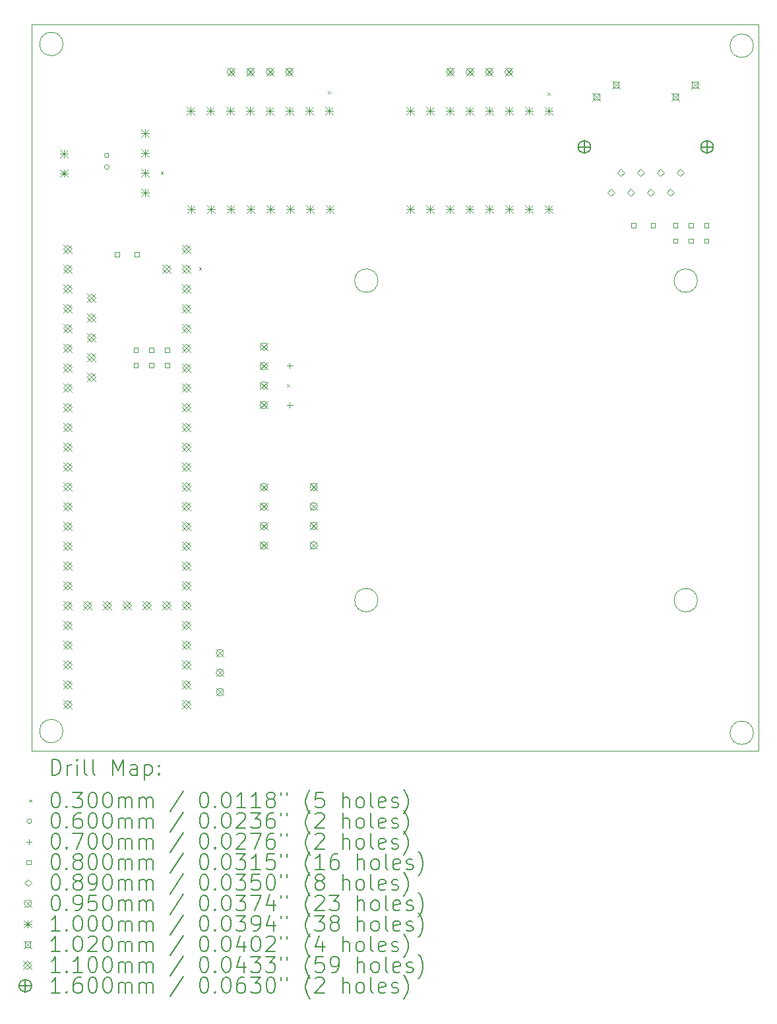
<source format=gbr>
%TF.GenerationSoftware,KiCad,Pcbnew,8.0.1*%
%TF.CreationDate,2024-05-05T15:48:22-04:00*%
%TF.ProjectId,science-board,73636965-6e63-4652-9d62-6f6172642e6b,rev?*%
%TF.SameCoordinates,Original*%
%TF.FileFunction,Drillmap*%
%TF.FilePolarity,Positive*%
%FSLAX45Y45*%
G04 Gerber Fmt 4.5, Leading zero omitted, Abs format (unit mm)*
G04 Created by KiCad (PCBNEW 8.0.1) date 2024-05-05 15:48:22*
%MOMM*%
%LPD*%
G01*
G04 APERTURE LIST*
%ADD10C,0.050000*%
%ADD11C,0.200000*%
%ADD12C,0.100000*%
%ADD13C,0.102000*%
%ADD14C,0.110000*%
%ADD15C,0.160000*%
G04 APERTURE END LIST*
D10*
X10856000Y-11111000D02*
G75*
G02*
X10556000Y-11111000I-150000J0D01*
G01*
X10556000Y-11111000D02*
G75*
G02*
X10856000Y-11111000I150000J0D01*
G01*
X1993000Y-11089000D02*
G75*
G02*
X1693000Y-11089000I-150000J0D01*
G01*
X1693000Y-11089000D02*
G75*
G02*
X1993000Y-11089000I150000J0D01*
G01*
X10137000Y-9409000D02*
G75*
G02*
X9837000Y-9409000I-150000J0D01*
G01*
X9837000Y-9409000D02*
G75*
G02*
X10137000Y-9409000I150000J0D01*
G01*
X6037000Y-5309000D02*
G75*
G02*
X5737000Y-5309000I-150000J0D01*
G01*
X5737000Y-5309000D02*
G75*
G02*
X6037000Y-5309000I150000J0D01*
G01*
X1593000Y-2022000D02*
X10918000Y-2022000D01*
X10918000Y-11339000D01*
X1593000Y-11339000D01*
X1593000Y-2022000D01*
X10856000Y-2294000D02*
G75*
G02*
X10556000Y-2294000I-150000J0D01*
G01*
X10556000Y-2294000D02*
G75*
G02*
X10856000Y-2294000I150000J0D01*
G01*
X1993000Y-2272000D02*
G75*
G02*
X1693000Y-2272000I-150000J0D01*
G01*
X1693000Y-2272000D02*
G75*
G02*
X1993000Y-2272000I150000J0D01*
G01*
X6037000Y-9409000D02*
G75*
G02*
X5737000Y-9409000I-150000J0D01*
G01*
X5737000Y-9409000D02*
G75*
G02*
X6037000Y-9409000I150000J0D01*
G01*
X10137000Y-5309000D02*
G75*
G02*
X9837000Y-5309000I-150000J0D01*
G01*
X9837000Y-5309000D02*
G75*
G02*
X10137000Y-5309000I150000J0D01*
G01*
D11*
D12*
X3250000Y-3909000D02*
X3280000Y-3939000D01*
X3280000Y-3909000D02*
X3250000Y-3939000D01*
X3740000Y-5140000D02*
X3770000Y-5170000D01*
X3770000Y-5140000D02*
X3740000Y-5170000D01*
X4872000Y-6635800D02*
X4902000Y-6665800D01*
X4902000Y-6635800D02*
X4872000Y-6665800D01*
X5397000Y-2877000D02*
X5427000Y-2907000D01*
X5427000Y-2877000D02*
X5397000Y-2907000D01*
X8215000Y-2894000D02*
X8245000Y-2924000D01*
X8245000Y-2894000D02*
X8215000Y-2924000D01*
X2585000Y-3702000D02*
G75*
G02*
X2525000Y-3702000I-30000J0D01*
G01*
X2525000Y-3702000D02*
G75*
G02*
X2585000Y-3702000I30000J0D01*
G01*
X2585000Y-3852000D02*
G75*
G02*
X2525000Y-3852000I-30000J0D01*
G01*
X2525000Y-3852000D02*
G75*
G02*
X2585000Y-3852000I30000J0D01*
G01*
X4905000Y-6363800D02*
X4905000Y-6433800D01*
X4870000Y-6398800D02*
X4940000Y-6398800D01*
X4905000Y-6871800D02*
X4905000Y-6941800D01*
X4870000Y-6906800D02*
X4940000Y-6906800D01*
X2713285Y-5001285D02*
X2713285Y-4944716D01*
X2656716Y-4944716D01*
X2656716Y-5001285D01*
X2713285Y-5001285D01*
X2958444Y-6225284D02*
X2958444Y-6168715D01*
X2901875Y-6168715D01*
X2901875Y-6225284D01*
X2958444Y-6225284D01*
X2958444Y-6425284D02*
X2958444Y-6368715D01*
X2901875Y-6368715D01*
X2901875Y-6425284D01*
X2958444Y-6425284D01*
X2967284Y-5001285D02*
X2967284Y-4944716D01*
X2910715Y-4944716D01*
X2910715Y-5001285D01*
X2967284Y-5001285D01*
X3158444Y-6225284D02*
X3158444Y-6168715D01*
X3101875Y-6168715D01*
X3101875Y-6225284D01*
X3158444Y-6225284D01*
X3158444Y-6425284D02*
X3158444Y-6368715D01*
X3101875Y-6368715D01*
X3101875Y-6425284D01*
X3158444Y-6425284D01*
X3358444Y-6225284D02*
X3358444Y-6168715D01*
X3301875Y-6168715D01*
X3301875Y-6225284D01*
X3358444Y-6225284D01*
X3358444Y-6425284D02*
X3358444Y-6368715D01*
X3301875Y-6368715D01*
X3301875Y-6425284D01*
X3358444Y-6425284D01*
X9346285Y-4629285D02*
X9346285Y-4572716D01*
X9289716Y-4572716D01*
X9289716Y-4629285D01*
X9346285Y-4629285D01*
X9596285Y-4629285D02*
X9596285Y-4572716D01*
X9539716Y-4572716D01*
X9539716Y-4629285D01*
X9596285Y-4629285D01*
X9882285Y-4626285D02*
X9882285Y-4569716D01*
X9825716Y-4569716D01*
X9825716Y-4626285D01*
X9882285Y-4626285D01*
X9882285Y-4826285D02*
X9882285Y-4769716D01*
X9825716Y-4769716D01*
X9825716Y-4826285D01*
X9882285Y-4826285D01*
X10082285Y-4626285D02*
X10082285Y-4569716D01*
X10025716Y-4569716D01*
X10025716Y-4626285D01*
X10082285Y-4626285D01*
X10082285Y-4826285D02*
X10082285Y-4769716D01*
X10025716Y-4769716D01*
X10025716Y-4826285D01*
X10082285Y-4826285D01*
X10282285Y-4626285D02*
X10282285Y-4569716D01*
X10225716Y-4569716D01*
X10225716Y-4626285D01*
X10282285Y-4626285D01*
X10282285Y-4826285D02*
X10282285Y-4769716D01*
X10225716Y-4769716D01*
X10225716Y-4826285D01*
X10282285Y-4826285D01*
X9029000Y-4221500D02*
X9073500Y-4177000D01*
X9029000Y-4132500D01*
X8984500Y-4177000D01*
X9029000Y-4221500D01*
X9156000Y-3967500D02*
X9200500Y-3923000D01*
X9156000Y-3878500D01*
X9111500Y-3923000D01*
X9156000Y-3967500D01*
X9283000Y-4221500D02*
X9327500Y-4177000D01*
X9283000Y-4132500D01*
X9238500Y-4177000D01*
X9283000Y-4221500D01*
X9410000Y-3967500D02*
X9454500Y-3923000D01*
X9410000Y-3878500D01*
X9365500Y-3923000D01*
X9410000Y-3967500D01*
X9537000Y-4221500D02*
X9581500Y-4177000D01*
X9537000Y-4132500D01*
X9492500Y-4177000D01*
X9537000Y-4221500D01*
X9664000Y-3967500D02*
X9708500Y-3923000D01*
X9664000Y-3878500D01*
X9619500Y-3923000D01*
X9664000Y-3967500D01*
X9791000Y-4221500D02*
X9835500Y-4177000D01*
X9791000Y-4132500D01*
X9746500Y-4177000D01*
X9791000Y-4221500D01*
X9918000Y-3967500D02*
X9962500Y-3923000D01*
X9918000Y-3878500D01*
X9873500Y-3923000D01*
X9918000Y-3967500D01*
X3961100Y-10040300D02*
X4056100Y-10135300D01*
X4056100Y-10040300D02*
X3961100Y-10135300D01*
X4056100Y-10087800D02*
G75*
G02*
X3961100Y-10087800I-47500J0D01*
G01*
X3961100Y-10087800D02*
G75*
G02*
X4056100Y-10087800I47500J0D01*
G01*
X3961100Y-10290300D02*
X4056100Y-10385300D01*
X4056100Y-10290300D02*
X3961100Y-10385300D01*
X4056100Y-10337800D02*
G75*
G02*
X3961100Y-10337800I-47500J0D01*
G01*
X3961100Y-10337800D02*
G75*
G02*
X4056100Y-10337800I47500J0D01*
G01*
X3961100Y-10540300D02*
X4056100Y-10635300D01*
X4056100Y-10540300D02*
X3961100Y-10635300D01*
X4056100Y-10587800D02*
G75*
G02*
X3961100Y-10587800I-47500J0D01*
G01*
X3961100Y-10587800D02*
G75*
G02*
X4056100Y-10587800I47500J0D01*
G01*
X4102000Y-2582500D02*
X4197000Y-2677500D01*
X4197000Y-2582500D02*
X4102000Y-2677500D01*
X4197000Y-2630000D02*
G75*
G02*
X4102000Y-2630000I-47500J0D01*
G01*
X4102000Y-2630000D02*
G75*
G02*
X4197000Y-2630000I47500J0D01*
G01*
X4352000Y-2582500D02*
X4447000Y-2677500D01*
X4447000Y-2582500D02*
X4352000Y-2677500D01*
X4447000Y-2630000D02*
G75*
G02*
X4352000Y-2630000I-47500J0D01*
G01*
X4352000Y-2630000D02*
G75*
G02*
X4447000Y-2630000I47500J0D01*
G01*
X4524500Y-6107300D02*
X4619500Y-6202300D01*
X4619500Y-6107300D02*
X4524500Y-6202300D01*
X4619500Y-6154800D02*
G75*
G02*
X4524500Y-6154800I-47500J0D01*
G01*
X4524500Y-6154800D02*
G75*
G02*
X4619500Y-6154800I47500J0D01*
G01*
X4524500Y-6357300D02*
X4619500Y-6452300D01*
X4619500Y-6357300D02*
X4524500Y-6452300D01*
X4619500Y-6404800D02*
G75*
G02*
X4524500Y-6404800I-47500J0D01*
G01*
X4524500Y-6404800D02*
G75*
G02*
X4619500Y-6404800I47500J0D01*
G01*
X4524500Y-6607300D02*
X4619500Y-6702300D01*
X4619500Y-6607300D02*
X4524500Y-6702300D01*
X4619500Y-6654800D02*
G75*
G02*
X4524500Y-6654800I-47500J0D01*
G01*
X4524500Y-6654800D02*
G75*
G02*
X4619500Y-6654800I47500J0D01*
G01*
X4524500Y-6857300D02*
X4619500Y-6952300D01*
X4619500Y-6857300D02*
X4524500Y-6952300D01*
X4619500Y-6904800D02*
G75*
G02*
X4524500Y-6904800I-47500J0D01*
G01*
X4524500Y-6904800D02*
G75*
G02*
X4619500Y-6904800I47500J0D01*
G01*
X4524500Y-7910700D02*
X4619500Y-8005700D01*
X4619500Y-7910700D02*
X4524500Y-8005700D01*
X4619500Y-7958200D02*
G75*
G02*
X4524500Y-7958200I-47500J0D01*
G01*
X4524500Y-7958200D02*
G75*
G02*
X4619500Y-7958200I47500J0D01*
G01*
X4524500Y-8160700D02*
X4619500Y-8255700D01*
X4619500Y-8160700D02*
X4524500Y-8255700D01*
X4619500Y-8208200D02*
G75*
G02*
X4524500Y-8208200I-47500J0D01*
G01*
X4524500Y-8208200D02*
G75*
G02*
X4619500Y-8208200I47500J0D01*
G01*
X4524500Y-8410700D02*
X4619500Y-8505700D01*
X4619500Y-8410700D02*
X4524500Y-8505700D01*
X4619500Y-8458200D02*
G75*
G02*
X4524500Y-8458200I-47500J0D01*
G01*
X4524500Y-8458200D02*
G75*
G02*
X4619500Y-8458200I47500J0D01*
G01*
X4524500Y-8660700D02*
X4619500Y-8755700D01*
X4619500Y-8660700D02*
X4524500Y-8755700D01*
X4619500Y-8708200D02*
G75*
G02*
X4524500Y-8708200I-47500J0D01*
G01*
X4524500Y-8708200D02*
G75*
G02*
X4619500Y-8708200I47500J0D01*
G01*
X4602000Y-2582500D02*
X4697000Y-2677500D01*
X4697000Y-2582500D02*
X4602000Y-2677500D01*
X4697000Y-2630000D02*
G75*
G02*
X4602000Y-2630000I-47500J0D01*
G01*
X4602000Y-2630000D02*
G75*
G02*
X4697000Y-2630000I47500J0D01*
G01*
X4852000Y-2582500D02*
X4947000Y-2677500D01*
X4947000Y-2582500D02*
X4852000Y-2677500D01*
X4947000Y-2630000D02*
G75*
G02*
X4852000Y-2630000I-47500J0D01*
G01*
X4852000Y-2630000D02*
G75*
G02*
X4947000Y-2630000I47500J0D01*
G01*
X5164100Y-7908700D02*
X5259100Y-8003700D01*
X5259100Y-7908700D02*
X5164100Y-8003700D01*
X5259100Y-7956200D02*
G75*
G02*
X5164100Y-7956200I-47500J0D01*
G01*
X5164100Y-7956200D02*
G75*
G02*
X5259100Y-7956200I47500J0D01*
G01*
X5164100Y-8158700D02*
X5259100Y-8253700D01*
X5259100Y-8158700D02*
X5164100Y-8253700D01*
X5259100Y-8206200D02*
G75*
G02*
X5164100Y-8206200I-47500J0D01*
G01*
X5164100Y-8206200D02*
G75*
G02*
X5259100Y-8206200I47500J0D01*
G01*
X5164100Y-8408700D02*
X5259100Y-8503700D01*
X5259100Y-8408700D02*
X5164100Y-8503700D01*
X5259100Y-8456200D02*
G75*
G02*
X5164100Y-8456200I-47500J0D01*
G01*
X5164100Y-8456200D02*
G75*
G02*
X5259100Y-8456200I47500J0D01*
G01*
X5164100Y-8658700D02*
X5259100Y-8753700D01*
X5259100Y-8658700D02*
X5164100Y-8753700D01*
X5259100Y-8706200D02*
G75*
G02*
X5164100Y-8706200I-47500J0D01*
G01*
X5164100Y-8706200D02*
G75*
G02*
X5259100Y-8706200I47500J0D01*
G01*
X6918000Y-2582500D02*
X7013000Y-2677500D01*
X7013000Y-2582500D02*
X6918000Y-2677500D01*
X7013000Y-2630000D02*
G75*
G02*
X6918000Y-2630000I-47500J0D01*
G01*
X6918000Y-2630000D02*
G75*
G02*
X7013000Y-2630000I47500J0D01*
G01*
X7168000Y-2582500D02*
X7263000Y-2677500D01*
X7263000Y-2582500D02*
X7168000Y-2677500D01*
X7263000Y-2630000D02*
G75*
G02*
X7168000Y-2630000I-47500J0D01*
G01*
X7168000Y-2630000D02*
G75*
G02*
X7263000Y-2630000I47500J0D01*
G01*
X7418000Y-2582500D02*
X7513000Y-2677500D01*
X7513000Y-2582500D02*
X7418000Y-2677500D01*
X7513000Y-2630000D02*
G75*
G02*
X7418000Y-2630000I-47500J0D01*
G01*
X7418000Y-2630000D02*
G75*
G02*
X7513000Y-2630000I47500J0D01*
G01*
X7668000Y-2582500D02*
X7763000Y-2677500D01*
X7763000Y-2582500D02*
X7668000Y-2677500D01*
X7763000Y-2630000D02*
G75*
G02*
X7668000Y-2630000I-47500J0D01*
G01*
X7668000Y-2630000D02*
G75*
G02*
X7763000Y-2630000I47500J0D01*
G01*
X1953000Y-3631000D02*
X2053000Y-3731000D01*
X2053000Y-3631000D02*
X1953000Y-3731000D01*
X2003000Y-3631000D02*
X2003000Y-3731000D01*
X1953000Y-3681000D02*
X2053000Y-3681000D01*
X1953000Y-3881000D02*
X2053000Y-3981000D01*
X2053000Y-3881000D02*
X1953000Y-3981000D01*
X2003000Y-3881000D02*
X2003000Y-3981000D01*
X1953000Y-3931000D02*
X2053000Y-3931000D01*
X2998000Y-3369000D02*
X3098000Y-3469000D01*
X3098000Y-3369000D02*
X2998000Y-3469000D01*
X3048000Y-3369000D02*
X3048000Y-3469000D01*
X2998000Y-3419000D02*
X3098000Y-3419000D01*
X2998000Y-3623000D02*
X3098000Y-3723000D01*
X3098000Y-3623000D02*
X2998000Y-3723000D01*
X3048000Y-3623000D02*
X3048000Y-3723000D01*
X2998000Y-3673000D02*
X3098000Y-3673000D01*
X2998000Y-3877000D02*
X3098000Y-3977000D01*
X3098000Y-3877000D02*
X2998000Y-3977000D01*
X3048000Y-3877000D02*
X3048000Y-3977000D01*
X2998000Y-3927000D02*
X3098000Y-3927000D01*
X2998000Y-4131000D02*
X3098000Y-4231000D01*
X3098000Y-4131000D02*
X2998000Y-4231000D01*
X3048000Y-4131000D02*
X3048000Y-4231000D01*
X2998000Y-4181000D02*
X3098000Y-4181000D01*
X3584000Y-3080000D02*
X3684000Y-3180000D01*
X3684000Y-3080000D02*
X3584000Y-3180000D01*
X3634000Y-3080000D02*
X3634000Y-3180000D01*
X3584000Y-3130000D02*
X3684000Y-3130000D01*
X3587000Y-4345000D02*
X3687000Y-4445000D01*
X3687000Y-4345000D02*
X3587000Y-4445000D01*
X3637000Y-4345000D02*
X3637000Y-4445000D01*
X3587000Y-4395000D02*
X3687000Y-4395000D01*
X3838000Y-3080000D02*
X3938000Y-3180000D01*
X3938000Y-3080000D02*
X3838000Y-3180000D01*
X3888000Y-3080000D02*
X3888000Y-3180000D01*
X3838000Y-3130000D02*
X3938000Y-3130000D01*
X3841000Y-4345000D02*
X3941000Y-4445000D01*
X3941000Y-4345000D02*
X3841000Y-4445000D01*
X3891000Y-4345000D02*
X3891000Y-4445000D01*
X3841000Y-4395000D02*
X3941000Y-4395000D01*
X4092000Y-3080000D02*
X4192000Y-3180000D01*
X4192000Y-3080000D02*
X4092000Y-3180000D01*
X4142000Y-3080000D02*
X4142000Y-3180000D01*
X4092000Y-3130000D02*
X4192000Y-3130000D01*
X4095000Y-4345000D02*
X4195000Y-4445000D01*
X4195000Y-4345000D02*
X4095000Y-4445000D01*
X4145000Y-4345000D02*
X4145000Y-4445000D01*
X4095000Y-4395000D02*
X4195000Y-4395000D01*
X4346000Y-3080000D02*
X4446000Y-3180000D01*
X4446000Y-3080000D02*
X4346000Y-3180000D01*
X4396000Y-3080000D02*
X4396000Y-3180000D01*
X4346000Y-3130000D02*
X4446000Y-3130000D01*
X4349000Y-4345000D02*
X4449000Y-4445000D01*
X4449000Y-4345000D02*
X4349000Y-4445000D01*
X4399000Y-4345000D02*
X4399000Y-4445000D01*
X4349000Y-4395000D02*
X4449000Y-4395000D01*
X4600000Y-3080000D02*
X4700000Y-3180000D01*
X4700000Y-3080000D02*
X4600000Y-3180000D01*
X4650000Y-3080000D02*
X4650000Y-3180000D01*
X4600000Y-3130000D02*
X4700000Y-3130000D01*
X4603000Y-4345000D02*
X4703000Y-4445000D01*
X4703000Y-4345000D02*
X4603000Y-4445000D01*
X4653000Y-4345000D02*
X4653000Y-4445000D01*
X4603000Y-4395000D02*
X4703000Y-4395000D01*
X4854000Y-3080000D02*
X4954000Y-3180000D01*
X4954000Y-3080000D02*
X4854000Y-3180000D01*
X4904000Y-3080000D02*
X4904000Y-3180000D01*
X4854000Y-3130000D02*
X4954000Y-3130000D01*
X4857000Y-4345000D02*
X4957000Y-4445000D01*
X4957000Y-4345000D02*
X4857000Y-4445000D01*
X4907000Y-4345000D02*
X4907000Y-4445000D01*
X4857000Y-4395000D02*
X4957000Y-4395000D01*
X5108000Y-3080000D02*
X5208000Y-3180000D01*
X5208000Y-3080000D02*
X5108000Y-3180000D01*
X5158000Y-3080000D02*
X5158000Y-3180000D01*
X5108000Y-3130000D02*
X5208000Y-3130000D01*
X5111000Y-4345000D02*
X5211000Y-4445000D01*
X5211000Y-4345000D02*
X5111000Y-4445000D01*
X5161000Y-4345000D02*
X5161000Y-4445000D01*
X5111000Y-4395000D02*
X5211000Y-4395000D01*
X5362000Y-3080000D02*
X5462000Y-3180000D01*
X5462000Y-3080000D02*
X5362000Y-3180000D01*
X5412000Y-3080000D02*
X5412000Y-3180000D01*
X5362000Y-3130000D02*
X5462000Y-3130000D01*
X5365000Y-4345000D02*
X5465000Y-4445000D01*
X5465000Y-4345000D02*
X5365000Y-4445000D01*
X5415000Y-4345000D02*
X5415000Y-4445000D01*
X5365000Y-4395000D02*
X5465000Y-4395000D01*
X6400000Y-3080000D02*
X6500000Y-3180000D01*
X6500000Y-3080000D02*
X6400000Y-3180000D01*
X6450000Y-3080000D02*
X6450000Y-3180000D01*
X6400000Y-3130000D02*
X6500000Y-3130000D01*
X6403000Y-4345000D02*
X6503000Y-4445000D01*
X6503000Y-4345000D02*
X6403000Y-4445000D01*
X6453000Y-4345000D02*
X6453000Y-4445000D01*
X6403000Y-4395000D02*
X6503000Y-4395000D01*
X6654000Y-3080000D02*
X6754000Y-3180000D01*
X6754000Y-3080000D02*
X6654000Y-3180000D01*
X6704000Y-3080000D02*
X6704000Y-3180000D01*
X6654000Y-3130000D02*
X6754000Y-3130000D01*
X6657000Y-4345000D02*
X6757000Y-4445000D01*
X6757000Y-4345000D02*
X6657000Y-4445000D01*
X6707000Y-4345000D02*
X6707000Y-4445000D01*
X6657000Y-4395000D02*
X6757000Y-4395000D01*
X6908000Y-3080000D02*
X7008000Y-3180000D01*
X7008000Y-3080000D02*
X6908000Y-3180000D01*
X6958000Y-3080000D02*
X6958000Y-3180000D01*
X6908000Y-3130000D02*
X7008000Y-3130000D01*
X6911000Y-4345000D02*
X7011000Y-4445000D01*
X7011000Y-4345000D02*
X6911000Y-4445000D01*
X6961000Y-4345000D02*
X6961000Y-4445000D01*
X6911000Y-4395000D02*
X7011000Y-4395000D01*
X7162000Y-3080000D02*
X7262000Y-3180000D01*
X7262000Y-3080000D02*
X7162000Y-3180000D01*
X7212000Y-3080000D02*
X7212000Y-3180000D01*
X7162000Y-3130000D02*
X7262000Y-3130000D01*
X7165000Y-4345000D02*
X7265000Y-4445000D01*
X7265000Y-4345000D02*
X7165000Y-4445000D01*
X7215000Y-4345000D02*
X7215000Y-4445000D01*
X7165000Y-4395000D02*
X7265000Y-4395000D01*
X7416000Y-3080000D02*
X7516000Y-3180000D01*
X7516000Y-3080000D02*
X7416000Y-3180000D01*
X7466000Y-3080000D02*
X7466000Y-3180000D01*
X7416000Y-3130000D02*
X7516000Y-3130000D01*
X7419000Y-4345000D02*
X7519000Y-4445000D01*
X7519000Y-4345000D02*
X7419000Y-4445000D01*
X7469000Y-4345000D02*
X7469000Y-4445000D01*
X7419000Y-4395000D02*
X7519000Y-4395000D01*
X7670000Y-3080000D02*
X7770000Y-3180000D01*
X7770000Y-3080000D02*
X7670000Y-3180000D01*
X7720000Y-3080000D02*
X7720000Y-3180000D01*
X7670000Y-3130000D02*
X7770000Y-3130000D01*
X7673000Y-4345000D02*
X7773000Y-4445000D01*
X7773000Y-4345000D02*
X7673000Y-4445000D01*
X7723000Y-4345000D02*
X7723000Y-4445000D01*
X7673000Y-4395000D02*
X7773000Y-4395000D01*
X7924000Y-3080000D02*
X8024000Y-3180000D01*
X8024000Y-3080000D02*
X7924000Y-3180000D01*
X7974000Y-3080000D02*
X7974000Y-3180000D01*
X7924000Y-3130000D02*
X8024000Y-3130000D01*
X7927000Y-4345000D02*
X8027000Y-4445000D01*
X8027000Y-4345000D02*
X7927000Y-4445000D01*
X7977000Y-4345000D02*
X7977000Y-4445000D01*
X7927000Y-4395000D02*
X8027000Y-4395000D01*
X8178000Y-3080000D02*
X8278000Y-3180000D01*
X8278000Y-3080000D02*
X8178000Y-3180000D01*
X8228000Y-3080000D02*
X8228000Y-3180000D01*
X8178000Y-3130000D02*
X8278000Y-3130000D01*
X8181000Y-4345000D02*
X8281000Y-4445000D01*
X8281000Y-4345000D02*
X8181000Y-4445000D01*
X8231000Y-4345000D02*
X8231000Y-4445000D01*
X8181000Y-4395000D02*
X8281000Y-4395000D01*
D13*
X8790000Y-2899000D02*
X8892000Y-3001000D01*
X8892000Y-2899000D02*
X8790000Y-3001000D01*
X8877063Y-2986063D02*
X8877063Y-2913937D01*
X8804937Y-2913937D01*
X8804937Y-2986063D01*
X8877063Y-2986063D01*
X9041500Y-2747000D02*
X9143500Y-2849000D01*
X9143500Y-2747000D02*
X9041500Y-2849000D01*
X9128563Y-2834063D02*
X9128563Y-2761937D01*
X9056437Y-2761937D01*
X9056437Y-2834063D01*
X9128563Y-2834063D01*
X9803500Y-2899000D02*
X9905500Y-3001000D01*
X9905500Y-2899000D02*
X9803500Y-3001000D01*
X9890563Y-2986063D02*
X9890563Y-2913937D01*
X9818437Y-2913937D01*
X9818437Y-2986063D01*
X9890563Y-2986063D01*
X10055000Y-2747000D02*
X10157000Y-2849000D01*
X10157000Y-2747000D02*
X10055000Y-2849000D01*
X10142063Y-2834063D02*
X10142063Y-2761937D01*
X10069937Y-2761937D01*
X10069937Y-2834063D01*
X10142063Y-2834063D01*
D14*
X1995000Y-4845000D02*
X2105000Y-4955000D01*
X2105000Y-4845000D02*
X1995000Y-4955000D01*
X2050000Y-4955000D02*
X2105000Y-4900000D01*
X2050000Y-4845000D01*
X1995000Y-4900000D01*
X2050000Y-4955000D01*
X1995000Y-5099000D02*
X2105000Y-5209000D01*
X2105000Y-5099000D02*
X1995000Y-5209000D01*
X2050000Y-5209000D02*
X2105000Y-5154000D01*
X2050000Y-5099000D01*
X1995000Y-5154000D01*
X2050000Y-5209000D01*
X1995000Y-5353000D02*
X2105000Y-5463000D01*
X2105000Y-5353000D02*
X1995000Y-5463000D01*
X2050000Y-5463000D02*
X2105000Y-5408000D01*
X2050000Y-5353000D01*
X1995000Y-5408000D01*
X2050000Y-5463000D01*
X1995000Y-5607000D02*
X2105000Y-5717000D01*
X2105000Y-5607000D02*
X1995000Y-5717000D01*
X2050000Y-5717000D02*
X2105000Y-5662000D01*
X2050000Y-5607000D01*
X1995000Y-5662000D01*
X2050000Y-5717000D01*
X1995000Y-5861000D02*
X2105000Y-5971000D01*
X2105000Y-5861000D02*
X1995000Y-5971000D01*
X2050000Y-5971000D02*
X2105000Y-5916000D01*
X2050000Y-5861000D01*
X1995000Y-5916000D01*
X2050000Y-5971000D01*
X1995000Y-6115000D02*
X2105000Y-6225000D01*
X2105000Y-6115000D02*
X1995000Y-6225000D01*
X2050000Y-6225000D02*
X2105000Y-6170000D01*
X2050000Y-6115000D01*
X1995000Y-6170000D01*
X2050000Y-6225000D01*
X1995000Y-6369000D02*
X2105000Y-6479000D01*
X2105000Y-6369000D02*
X1995000Y-6479000D01*
X2050000Y-6479000D02*
X2105000Y-6424000D01*
X2050000Y-6369000D01*
X1995000Y-6424000D01*
X2050000Y-6479000D01*
X1995000Y-6623000D02*
X2105000Y-6733000D01*
X2105000Y-6623000D02*
X1995000Y-6733000D01*
X2050000Y-6733000D02*
X2105000Y-6678000D01*
X2050000Y-6623000D01*
X1995000Y-6678000D01*
X2050000Y-6733000D01*
X1995000Y-6877000D02*
X2105000Y-6987000D01*
X2105000Y-6877000D02*
X1995000Y-6987000D01*
X2050000Y-6987000D02*
X2105000Y-6932000D01*
X2050000Y-6877000D01*
X1995000Y-6932000D01*
X2050000Y-6987000D01*
X1995000Y-7131000D02*
X2105000Y-7241000D01*
X2105000Y-7131000D02*
X1995000Y-7241000D01*
X2050000Y-7241000D02*
X2105000Y-7186000D01*
X2050000Y-7131000D01*
X1995000Y-7186000D01*
X2050000Y-7241000D01*
X1995000Y-7385000D02*
X2105000Y-7495000D01*
X2105000Y-7385000D02*
X1995000Y-7495000D01*
X2050000Y-7495000D02*
X2105000Y-7440000D01*
X2050000Y-7385000D01*
X1995000Y-7440000D01*
X2050000Y-7495000D01*
X1995000Y-7639000D02*
X2105000Y-7749000D01*
X2105000Y-7639000D02*
X1995000Y-7749000D01*
X2050000Y-7749000D02*
X2105000Y-7694000D01*
X2050000Y-7639000D01*
X1995000Y-7694000D01*
X2050000Y-7749000D01*
X1995000Y-7893000D02*
X2105000Y-8003000D01*
X2105000Y-7893000D02*
X1995000Y-8003000D01*
X2050000Y-8003000D02*
X2105000Y-7948000D01*
X2050000Y-7893000D01*
X1995000Y-7948000D01*
X2050000Y-8003000D01*
X1995000Y-8147000D02*
X2105000Y-8257000D01*
X2105000Y-8147000D02*
X1995000Y-8257000D01*
X2050000Y-8257000D02*
X2105000Y-8202000D01*
X2050000Y-8147000D01*
X1995000Y-8202000D01*
X2050000Y-8257000D01*
X1995000Y-8401000D02*
X2105000Y-8511000D01*
X2105000Y-8401000D02*
X1995000Y-8511000D01*
X2050000Y-8511000D02*
X2105000Y-8456000D01*
X2050000Y-8401000D01*
X1995000Y-8456000D01*
X2050000Y-8511000D01*
X1995000Y-8655000D02*
X2105000Y-8765000D01*
X2105000Y-8655000D02*
X1995000Y-8765000D01*
X2050000Y-8765000D02*
X2105000Y-8710000D01*
X2050000Y-8655000D01*
X1995000Y-8710000D01*
X2050000Y-8765000D01*
X1995000Y-8909000D02*
X2105000Y-9019000D01*
X2105000Y-8909000D02*
X1995000Y-9019000D01*
X2050000Y-9019000D02*
X2105000Y-8964000D01*
X2050000Y-8909000D01*
X1995000Y-8964000D01*
X2050000Y-9019000D01*
X1995000Y-9163000D02*
X2105000Y-9273000D01*
X2105000Y-9163000D02*
X1995000Y-9273000D01*
X2050000Y-9273000D02*
X2105000Y-9218000D01*
X2050000Y-9163000D01*
X1995000Y-9218000D01*
X2050000Y-9273000D01*
X1995000Y-9417000D02*
X2105000Y-9527000D01*
X2105000Y-9417000D02*
X1995000Y-9527000D01*
X2050000Y-9527000D02*
X2105000Y-9472000D01*
X2050000Y-9417000D01*
X1995000Y-9472000D01*
X2050000Y-9527000D01*
X1995000Y-9671000D02*
X2105000Y-9781000D01*
X2105000Y-9671000D02*
X1995000Y-9781000D01*
X2050000Y-9781000D02*
X2105000Y-9726000D01*
X2050000Y-9671000D01*
X1995000Y-9726000D01*
X2050000Y-9781000D01*
X1995000Y-9925000D02*
X2105000Y-10035000D01*
X2105000Y-9925000D02*
X1995000Y-10035000D01*
X2050000Y-10035000D02*
X2105000Y-9980000D01*
X2050000Y-9925000D01*
X1995000Y-9980000D01*
X2050000Y-10035000D01*
X1995000Y-10179000D02*
X2105000Y-10289000D01*
X2105000Y-10179000D02*
X1995000Y-10289000D01*
X2050000Y-10289000D02*
X2105000Y-10234000D01*
X2050000Y-10179000D01*
X1995000Y-10234000D01*
X2050000Y-10289000D01*
X1995000Y-10433000D02*
X2105000Y-10543000D01*
X2105000Y-10433000D02*
X1995000Y-10543000D01*
X2050000Y-10543000D02*
X2105000Y-10488000D01*
X2050000Y-10433000D01*
X1995000Y-10488000D01*
X2050000Y-10543000D01*
X1995000Y-10687000D02*
X2105000Y-10797000D01*
X2105000Y-10687000D02*
X1995000Y-10797000D01*
X2050000Y-10797000D02*
X2105000Y-10742000D01*
X2050000Y-10687000D01*
X1995000Y-10742000D01*
X2050000Y-10797000D01*
X2249000Y-9417000D02*
X2359000Y-9527000D01*
X2359000Y-9417000D02*
X2249000Y-9527000D01*
X2304000Y-9527000D02*
X2359000Y-9472000D01*
X2304000Y-9417000D01*
X2249000Y-9472000D01*
X2304000Y-9527000D01*
X2300080Y-5474920D02*
X2410080Y-5584920D01*
X2410080Y-5474920D02*
X2300080Y-5584920D01*
X2355080Y-5584920D02*
X2410080Y-5529920D01*
X2355080Y-5474920D01*
X2300080Y-5529920D01*
X2355080Y-5584920D01*
X2300080Y-5728920D02*
X2410080Y-5838920D01*
X2410080Y-5728920D02*
X2300080Y-5838920D01*
X2355080Y-5838920D02*
X2410080Y-5783920D01*
X2355080Y-5728920D01*
X2300080Y-5783920D01*
X2355080Y-5838920D01*
X2300080Y-5982920D02*
X2410080Y-6092920D01*
X2410080Y-5982920D02*
X2300080Y-6092920D01*
X2355080Y-6092920D02*
X2410080Y-6037920D01*
X2355080Y-5982920D01*
X2300080Y-6037920D01*
X2355080Y-6092920D01*
X2300080Y-6236920D02*
X2410080Y-6346920D01*
X2410080Y-6236920D02*
X2300080Y-6346920D01*
X2355080Y-6346920D02*
X2410080Y-6291920D01*
X2355080Y-6236920D01*
X2300080Y-6291920D01*
X2355080Y-6346920D01*
X2300080Y-6490920D02*
X2410080Y-6600920D01*
X2410080Y-6490920D02*
X2300080Y-6600920D01*
X2355080Y-6600920D02*
X2410080Y-6545920D01*
X2355080Y-6490920D01*
X2300080Y-6545920D01*
X2355080Y-6600920D01*
X2503000Y-9417000D02*
X2613000Y-9527000D01*
X2613000Y-9417000D02*
X2503000Y-9527000D01*
X2558000Y-9527000D02*
X2613000Y-9472000D01*
X2558000Y-9417000D01*
X2503000Y-9472000D01*
X2558000Y-9527000D01*
X2757000Y-9417000D02*
X2867000Y-9527000D01*
X2867000Y-9417000D02*
X2757000Y-9527000D01*
X2812000Y-9527000D02*
X2867000Y-9472000D01*
X2812000Y-9417000D01*
X2757000Y-9472000D01*
X2812000Y-9527000D01*
X3011000Y-9417000D02*
X3121000Y-9527000D01*
X3121000Y-9417000D02*
X3011000Y-9527000D01*
X3066000Y-9527000D02*
X3121000Y-9472000D01*
X3066000Y-9417000D01*
X3011000Y-9472000D01*
X3066000Y-9527000D01*
X3265000Y-5099000D02*
X3375000Y-5209000D01*
X3375000Y-5099000D02*
X3265000Y-5209000D01*
X3320000Y-5209000D02*
X3375000Y-5154000D01*
X3320000Y-5099000D01*
X3265000Y-5154000D01*
X3320000Y-5209000D01*
X3265000Y-9417000D02*
X3375000Y-9527000D01*
X3375000Y-9417000D02*
X3265000Y-9527000D01*
X3320000Y-9527000D02*
X3375000Y-9472000D01*
X3320000Y-9417000D01*
X3265000Y-9472000D01*
X3320000Y-9527000D01*
X3519000Y-4845000D02*
X3629000Y-4955000D01*
X3629000Y-4845000D02*
X3519000Y-4955000D01*
X3574000Y-4955000D02*
X3629000Y-4900000D01*
X3574000Y-4845000D01*
X3519000Y-4900000D01*
X3574000Y-4955000D01*
X3519000Y-5099000D02*
X3629000Y-5209000D01*
X3629000Y-5099000D02*
X3519000Y-5209000D01*
X3574000Y-5209000D02*
X3629000Y-5154000D01*
X3574000Y-5099000D01*
X3519000Y-5154000D01*
X3574000Y-5209000D01*
X3519000Y-5353000D02*
X3629000Y-5463000D01*
X3629000Y-5353000D02*
X3519000Y-5463000D01*
X3574000Y-5463000D02*
X3629000Y-5408000D01*
X3574000Y-5353000D01*
X3519000Y-5408000D01*
X3574000Y-5463000D01*
X3519000Y-5607000D02*
X3629000Y-5717000D01*
X3629000Y-5607000D02*
X3519000Y-5717000D01*
X3574000Y-5717000D02*
X3629000Y-5662000D01*
X3574000Y-5607000D01*
X3519000Y-5662000D01*
X3574000Y-5717000D01*
X3519000Y-5861000D02*
X3629000Y-5971000D01*
X3629000Y-5861000D02*
X3519000Y-5971000D01*
X3574000Y-5971000D02*
X3629000Y-5916000D01*
X3574000Y-5861000D01*
X3519000Y-5916000D01*
X3574000Y-5971000D01*
X3519000Y-6115000D02*
X3629000Y-6225000D01*
X3629000Y-6115000D02*
X3519000Y-6225000D01*
X3574000Y-6225000D02*
X3629000Y-6170000D01*
X3574000Y-6115000D01*
X3519000Y-6170000D01*
X3574000Y-6225000D01*
X3519000Y-6369000D02*
X3629000Y-6479000D01*
X3629000Y-6369000D02*
X3519000Y-6479000D01*
X3574000Y-6479000D02*
X3629000Y-6424000D01*
X3574000Y-6369000D01*
X3519000Y-6424000D01*
X3574000Y-6479000D01*
X3519000Y-6623000D02*
X3629000Y-6733000D01*
X3629000Y-6623000D02*
X3519000Y-6733000D01*
X3574000Y-6733000D02*
X3629000Y-6678000D01*
X3574000Y-6623000D01*
X3519000Y-6678000D01*
X3574000Y-6733000D01*
X3519000Y-6877000D02*
X3629000Y-6987000D01*
X3629000Y-6877000D02*
X3519000Y-6987000D01*
X3574000Y-6987000D02*
X3629000Y-6932000D01*
X3574000Y-6877000D01*
X3519000Y-6932000D01*
X3574000Y-6987000D01*
X3519000Y-7131000D02*
X3629000Y-7241000D01*
X3629000Y-7131000D02*
X3519000Y-7241000D01*
X3574000Y-7241000D02*
X3629000Y-7186000D01*
X3574000Y-7131000D01*
X3519000Y-7186000D01*
X3574000Y-7241000D01*
X3519000Y-7385000D02*
X3629000Y-7495000D01*
X3629000Y-7385000D02*
X3519000Y-7495000D01*
X3574000Y-7495000D02*
X3629000Y-7440000D01*
X3574000Y-7385000D01*
X3519000Y-7440000D01*
X3574000Y-7495000D01*
X3519000Y-7639000D02*
X3629000Y-7749000D01*
X3629000Y-7639000D02*
X3519000Y-7749000D01*
X3574000Y-7749000D02*
X3629000Y-7694000D01*
X3574000Y-7639000D01*
X3519000Y-7694000D01*
X3574000Y-7749000D01*
X3519000Y-7893000D02*
X3629000Y-8003000D01*
X3629000Y-7893000D02*
X3519000Y-8003000D01*
X3574000Y-8003000D02*
X3629000Y-7948000D01*
X3574000Y-7893000D01*
X3519000Y-7948000D01*
X3574000Y-8003000D01*
X3519000Y-8147000D02*
X3629000Y-8257000D01*
X3629000Y-8147000D02*
X3519000Y-8257000D01*
X3574000Y-8257000D02*
X3629000Y-8202000D01*
X3574000Y-8147000D01*
X3519000Y-8202000D01*
X3574000Y-8257000D01*
X3519000Y-8401000D02*
X3629000Y-8511000D01*
X3629000Y-8401000D02*
X3519000Y-8511000D01*
X3574000Y-8511000D02*
X3629000Y-8456000D01*
X3574000Y-8401000D01*
X3519000Y-8456000D01*
X3574000Y-8511000D01*
X3519000Y-8655000D02*
X3629000Y-8765000D01*
X3629000Y-8655000D02*
X3519000Y-8765000D01*
X3574000Y-8765000D02*
X3629000Y-8710000D01*
X3574000Y-8655000D01*
X3519000Y-8710000D01*
X3574000Y-8765000D01*
X3519000Y-8909000D02*
X3629000Y-9019000D01*
X3629000Y-8909000D02*
X3519000Y-9019000D01*
X3574000Y-9019000D02*
X3629000Y-8964000D01*
X3574000Y-8909000D01*
X3519000Y-8964000D01*
X3574000Y-9019000D01*
X3519000Y-9163000D02*
X3629000Y-9273000D01*
X3629000Y-9163000D02*
X3519000Y-9273000D01*
X3574000Y-9273000D02*
X3629000Y-9218000D01*
X3574000Y-9163000D01*
X3519000Y-9218000D01*
X3574000Y-9273000D01*
X3519000Y-9417000D02*
X3629000Y-9527000D01*
X3629000Y-9417000D02*
X3519000Y-9527000D01*
X3574000Y-9527000D02*
X3629000Y-9472000D01*
X3574000Y-9417000D01*
X3519000Y-9472000D01*
X3574000Y-9527000D01*
X3519000Y-9671000D02*
X3629000Y-9781000D01*
X3629000Y-9671000D02*
X3519000Y-9781000D01*
X3574000Y-9781000D02*
X3629000Y-9726000D01*
X3574000Y-9671000D01*
X3519000Y-9726000D01*
X3574000Y-9781000D01*
X3519000Y-9925000D02*
X3629000Y-10035000D01*
X3629000Y-9925000D02*
X3519000Y-10035000D01*
X3574000Y-10035000D02*
X3629000Y-9980000D01*
X3574000Y-9925000D01*
X3519000Y-9980000D01*
X3574000Y-10035000D01*
X3519000Y-10179000D02*
X3629000Y-10289000D01*
X3629000Y-10179000D02*
X3519000Y-10289000D01*
X3574000Y-10289000D02*
X3629000Y-10234000D01*
X3574000Y-10179000D01*
X3519000Y-10234000D01*
X3574000Y-10289000D01*
X3519000Y-10433000D02*
X3629000Y-10543000D01*
X3629000Y-10433000D02*
X3519000Y-10543000D01*
X3574000Y-10543000D02*
X3629000Y-10488000D01*
X3574000Y-10433000D01*
X3519000Y-10488000D01*
X3574000Y-10543000D01*
X3519000Y-10687000D02*
X3629000Y-10797000D01*
X3629000Y-10687000D02*
X3519000Y-10797000D01*
X3574000Y-10797000D02*
X3629000Y-10742000D01*
X3574000Y-10687000D01*
X3519000Y-10742000D01*
X3574000Y-10797000D01*
D15*
X8686000Y-3513000D02*
X8686000Y-3673000D01*
X8606000Y-3593000D02*
X8766000Y-3593000D01*
X8766000Y-3593000D02*
G75*
G02*
X8606000Y-3593000I-80000J0D01*
G01*
X8606000Y-3593000D02*
G75*
G02*
X8766000Y-3593000I80000J0D01*
G01*
X10261000Y-3513000D02*
X10261000Y-3673000D01*
X10181000Y-3593000D02*
X10341000Y-3593000D01*
X10341000Y-3593000D02*
G75*
G02*
X10181000Y-3593000I-80000J0D01*
G01*
X10181000Y-3593000D02*
G75*
G02*
X10341000Y-3593000I80000J0D01*
G01*
D11*
X1851277Y-11652984D02*
X1851277Y-11452984D01*
X1851277Y-11452984D02*
X1898896Y-11452984D01*
X1898896Y-11452984D02*
X1927467Y-11462508D01*
X1927467Y-11462508D02*
X1946515Y-11481555D01*
X1946515Y-11481555D02*
X1956039Y-11500603D01*
X1956039Y-11500603D02*
X1965562Y-11538698D01*
X1965562Y-11538698D02*
X1965562Y-11567269D01*
X1965562Y-11567269D02*
X1956039Y-11605365D01*
X1956039Y-11605365D02*
X1946515Y-11624412D01*
X1946515Y-11624412D02*
X1927467Y-11643460D01*
X1927467Y-11643460D02*
X1898896Y-11652984D01*
X1898896Y-11652984D02*
X1851277Y-11652984D01*
X2051277Y-11652984D02*
X2051277Y-11519650D01*
X2051277Y-11557746D02*
X2060801Y-11538698D01*
X2060801Y-11538698D02*
X2070324Y-11529174D01*
X2070324Y-11529174D02*
X2089372Y-11519650D01*
X2089372Y-11519650D02*
X2108420Y-11519650D01*
X2175086Y-11652984D02*
X2175086Y-11519650D01*
X2175086Y-11452984D02*
X2165563Y-11462508D01*
X2165563Y-11462508D02*
X2175086Y-11472031D01*
X2175086Y-11472031D02*
X2184610Y-11462508D01*
X2184610Y-11462508D02*
X2175086Y-11452984D01*
X2175086Y-11452984D02*
X2175086Y-11472031D01*
X2298896Y-11652984D02*
X2279848Y-11643460D01*
X2279848Y-11643460D02*
X2270324Y-11624412D01*
X2270324Y-11624412D02*
X2270324Y-11452984D01*
X2403658Y-11652984D02*
X2384610Y-11643460D01*
X2384610Y-11643460D02*
X2375086Y-11624412D01*
X2375086Y-11624412D02*
X2375086Y-11452984D01*
X2632229Y-11652984D02*
X2632229Y-11452984D01*
X2632229Y-11452984D02*
X2698896Y-11595841D01*
X2698896Y-11595841D02*
X2765563Y-11452984D01*
X2765563Y-11452984D02*
X2765563Y-11652984D01*
X2946515Y-11652984D02*
X2946515Y-11548222D01*
X2946515Y-11548222D02*
X2936991Y-11529174D01*
X2936991Y-11529174D02*
X2917943Y-11519650D01*
X2917943Y-11519650D02*
X2879848Y-11519650D01*
X2879848Y-11519650D02*
X2860801Y-11529174D01*
X2946515Y-11643460D02*
X2927467Y-11652984D01*
X2927467Y-11652984D02*
X2879848Y-11652984D01*
X2879848Y-11652984D02*
X2860801Y-11643460D01*
X2860801Y-11643460D02*
X2851277Y-11624412D01*
X2851277Y-11624412D02*
X2851277Y-11605365D01*
X2851277Y-11605365D02*
X2860801Y-11586317D01*
X2860801Y-11586317D02*
X2879848Y-11576793D01*
X2879848Y-11576793D02*
X2927467Y-11576793D01*
X2927467Y-11576793D02*
X2946515Y-11567269D01*
X3041753Y-11519650D02*
X3041753Y-11719650D01*
X3041753Y-11529174D02*
X3060801Y-11519650D01*
X3060801Y-11519650D02*
X3098896Y-11519650D01*
X3098896Y-11519650D02*
X3117943Y-11529174D01*
X3117943Y-11529174D02*
X3127467Y-11538698D01*
X3127467Y-11538698D02*
X3136991Y-11557746D01*
X3136991Y-11557746D02*
X3136991Y-11614888D01*
X3136991Y-11614888D02*
X3127467Y-11633936D01*
X3127467Y-11633936D02*
X3117943Y-11643460D01*
X3117943Y-11643460D02*
X3098896Y-11652984D01*
X3098896Y-11652984D02*
X3060801Y-11652984D01*
X3060801Y-11652984D02*
X3041753Y-11643460D01*
X3222705Y-11633936D02*
X3232229Y-11643460D01*
X3232229Y-11643460D02*
X3222705Y-11652984D01*
X3222705Y-11652984D02*
X3213182Y-11643460D01*
X3213182Y-11643460D02*
X3222705Y-11633936D01*
X3222705Y-11633936D02*
X3222705Y-11652984D01*
X3222705Y-11529174D02*
X3232229Y-11538698D01*
X3232229Y-11538698D02*
X3222705Y-11548222D01*
X3222705Y-11548222D02*
X3213182Y-11538698D01*
X3213182Y-11538698D02*
X3222705Y-11529174D01*
X3222705Y-11529174D02*
X3222705Y-11548222D01*
D12*
X1560500Y-11966500D02*
X1590500Y-11996500D01*
X1590500Y-11966500D02*
X1560500Y-11996500D01*
D11*
X1889372Y-11872984D02*
X1908420Y-11872984D01*
X1908420Y-11872984D02*
X1927467Y-11882508D01*
X1927467Y-11882508D02*
X1936991Y-11892031D01*
X1936991Y-11892031D02*
X1946515Y-11911079D01*
X1946515Y-11911079D02*
X1956039Y-11949174D01*
X1956039Y-11949174D02*
X1956039Y-11996793D01*
X1956039Y-11996793D02*
X1946515Y-12034888D01*
X1946515Y-12034888D02*
X1936991Y-12053936D01*
X1936991Y-12053936D02*
X1927467Y-12063460D01*
X1927467Y-12063460D02*
X1908420Y-12072984D01*
X1908420Y-12072984D02*
X1889372Y-12072984D01*
X1889372Y-12072984D02*
X1870324Y-12063460D01*
X1870324Y-12063460D02*
X1860801Y-12053936D01*
X1860801Y-12053936D02*
X1851277Y-12034888D01*
X1851277Y-12034888D02*
X1841753Y-11996793D01*
X1841753Y-11996793D02*
X1841753Y-11949174D01*
X1841753Y-11949174D02*
X1851277Y-11911079D01*
X1851277Y-11911079D02*
X1860801Y-11892031D01*
X1860801Y-11892031D02*
X1870324Y-11882508D01*
X1870324Y-11882508D02*
X1889372Y-11872984D01*
X2041753Y-12053936D02*
X2051277Y-12063460D01*
X2051277Y-12063460D02*
X2041753Y-12072984D01*
X2041753Y-12072984D02*
X2032229Y-12063460D01*
X2032229Y-12063460D02*
X2041753Y-12053936D01*
X2041753Y-12053936D02*
X2041753Y-12072984D01*
X2117944Y-11872984D02*
X2241753Y-11872984D01*
X2241753Y-11872984D02*
X2175086Y-11949174D01*
X2175086Y-11949174D02*
X2203658Y-11949174D01*
X2203658Y-11949174D02*
X2222705Y-11958698D01*
X2222705Y-11958698D02*
X2232229Y-11968222D01*
X2232229Y-11968222D02*
X2241753Y-11987269D01*
X2241753Y-11987269D02*
X2241753Y-12034888D01*
X2241753Y-12034888D02*
X2232229Y-12053936D01*
X2232229Y-12053936D02*
X2222705Y-12063460D01*
X2222705Y-12063460D02*
X2203658Y-12072984D01*
X2203658Y-12072984D02*
X2146515Y-12072984D01*
X2146515Y-12072984D02*
X2127467Y-12063460D01*
X2127467Y-12063460D02*
X2117944Y-12053936D01*
X2365563Y-11872984D02*
X2384610Y-11872984D01*
X2384610Y-11872984D02*
X2403658Y-11882508D01*
X2403658Y-11882508D02*
X2413182Y-11892031D01*
X2413182Y-11892031D02*
X2422705Y-11911079D01*
X2422705Y-11911079D02*
X2432229Y-11949174D01*
X2432229Y-11949174D02*
X2432229Y-11996793D01*
X2432229Y-11996793D02*
X2422705Y-12034888D01*
X2422705Y-12034888D02*
X2413182Y-12053936D01*
X2413182Y-12053936D02*
X2403658Y-12063460D01*
X2403658Y-12063460D02*
X2384610Y-12072984D01*
X2384610Y-12072984D02*
X2365563Y-12072984D01*
X2365563Y-12072984D02*
X2346515Y-12063460D01*
X2346515Y-12063460D02*
X2336991Y-12053936D01*
X2336991Y-12053936D02*
X2327467Y-12034888D01*
X2327467Y-12034888D02*
X2317944Y-11996793D01*
X2317944Y-11996793D02*
X2317944Y-11949174D01*
X2317944Y-11949174D02*
X2327467Y-11911079D01*
X2327467Y-11911079D02*
X2336991Y-11892031D01*
X2336991Y-11892031D02*
X2346515Y-11882508D01*
X2346515Y-11882508D02*
X2365563Y-11872984D01*
X2556039Y-11872984D02*
X2575086Y-11872984D01*
X2575086Y-11872984D02*
X2594134Y-11882508D01*
X2594134Y-11882508D02*
X2603658Y-11892031D01*
X2603658Y-11892031D02*
X2613182Y-11911079D01*
X2613182Y-11911079D02*
X2622705Y-11949174D01*
X2622705Y-11949174D02*
X2622705Y-11996793D01*
X2622705Y-11996793D02*
X2613182Y-12034888D01*
X2613182Y-12034888D02*
X2603658Y-12053936D01*
X2603658Y-12053936D02*
X2594134Y-12063460D01*
X2594134Y-12063460D02*
X2575086Y-12072984D01*
X2575086Y-12072984D02*
X2556039Y-12072984D01*
X2556039Y-12072984D02*
X2536991Y-12063460D01*
X2536991Y-12063460D02*
X2527467Y-12053936D01*
X2527467Y-12053936D02*
X2517944Y-12034888D01*
X2517944Y-12034888D02*
X2508420Y-11996793D01*
X2508420Y-11996793D02*
X2508420Y-11949174D01*
X2508420Y-11949174D02*
X2517944Y-11911079D01*
X2517944Y-11911079D02*
X2527467Y-11892031D01*
X2527467Y-11892031D02*
X2536991Y-11882508D01*
X2536991Y-11882508D02*
X2556039Y-11872984D01*
X2708420Y-12072984D02*
X2708420Y-11939650D01*
X2708420Y-11958698D02*
X2717944Y-11949174D01*
X2717944Y-11949174D02*
X2736991Y-11939650D01*
X2736991Y-11939650D02*
X2765563Y-11939650D01*
X2765563Y-11939650D02*
X2784610Y-11949174D01*
X2784610Y-11949174D02*
X2794134Y-11968222D01*
X2794134Y-11968222D02*
X2794134Y-12072984D01*
X2794134Y-11968222D02*
X2803658Y-11949174D01*
X2803658Y-11949174D02*
X2822705Y-11939650D01*
X2822705Y-11939650D02*
X2851277Y-11939650D01*
X2851277Y-11939650D02*
X2870324Y-11949174D01*
X2870324Y-11949174D02*
X2879848Y-11968222D01*
X2879848Y-11968222D02*
X2879848Y-12072984D01*
X2975086Y-12072984D02*
X2975086Y-11939650D01*
X2975086Y-11958698D02*
X2984610Y-11949174D01*
X2984610Y-11949174D02*
X3003658Y-11939650D01*
X3003658Y-11939650D02*
X3032229Y-11939650D01*
X3032229Y-11939650D02*
X3051277Y-11949174D01*
X3051277Y-11949174D02*
X3060801Y-11968222D01*
X3060801Y-11968222D02*
X3060801Y-12072984D01*
X3060801Y-11968222D02*
X3070324Y-11949174D01*
X3070324Y-11949174D02*
X3089372Y-11939650D01*
X3089372Y-11939650D02*
X3117943Y-11939650D01*
X3117943Y-11939650D02*
X3136991Y-11949174D01*
X3136991Y-11949174D02*
X3146515Y-11968222D01*
X3146515Y-11968222D02*
X3146515Y-12072984D01*
X3536991Y-11863460D02*
X3365563Y-12120603D01*
X3794134Y-11872984D02*
X3813182Y-11872984D01*
X3813182Y-11872984D02*
X3832229Y-11882508D01*
X3832229Y-11882508D02*
X3841753Y-11892031D01*
X3841753Y-11892031D02*
X3851277Y-11911079D01*
X3851277Y-11911079D02*
X3860801Y-11949174D01*
X3860801Y-11949174D02*
X3860801Y-11996793D01*
X3860801Y-11996793D02*
X3851277Y-12034888D01*
X3851277Y-12034888D02*
X3841753Y-12053936D01*
X3841753Y-12053936D02*
X3832229Y-12063460D01*
X3832229Y-12063460D02*
X3813182Y-12072984D01*
X3813182Y-12072984D02*
X3794134Y-12072984D01*
X3794134Y-12072984D02*
X3775086Y-12063460D01*
X3775086Y-12063460D02*
X3765563Y-12053936D01*
X3765563Y-12053936D02*
X3756039Y-12034888D01*
X3756039Y-12034888D02*
X3746515Y-11996793D01*
X3746515Y-11996793D02*
X3746515Y-11949174D01*
X3746515Y-11949174D02*
X3756039Y-11911079D01*
X3756039Y-11911079D02*
X3765563Y-11892031D01*
X3765563Y-11892031D02*
X3775086Y-11882508D01*
X3775086Y-11882508D02*
X3794134Y-11872984D01*
X3946515Y-12053936D02*
X3956039Y-12063460D01*
X3956039Y-12063460D02*
X3946515Y-12072984D01*
X3946515Y-12072984D02*
X3936991Y-12063460D01*
X3936991Y-12063460D02*
X3946515Y-12053936D01*
X3946515Y-12053936D02*
X3946515Y-12072984D01*
X4079848Y-11872984D02*
X4098896Y-11872984D01*
X4098896Y-11872984D02*
X4117944Y-11882508D01*
X4117944Y-11882508D02*
X4127467Y-11892031D01*
X4127467Y-11892031D02*
X4136991Y-11911079D01*
X4136991Y-11911079D02*
X4146515Y-11949174D01*
X4146515Y-11949174D02*
X4146515Y-11996793D01*
X4146515Y-11996793D02*
X4136991Y-12034888D01*
X4136991Y-12034888D02*
X4127467Y-12053936D01*
X4127467Y-12053936D02*
X4117944Y-12063460D01*
X4117944Y-12063460D02*
X4098896Y-12072984D01*
X4098896Y-12072984D02*
X4079848Y-12072984D01*
X4079848Y-12072984D02*
X4060801Y-12063460D01*
X4060801Y-12063460D02*
X4051277Y-12053936D01*
X4051277Y-12053936D02*
X4041753Y-12034888D01*
X4041753Y-12034888D02*
X4032229Y-11996793D01*
X4032229Y-11996793D02*
X4032229Y-11949174D01*
X4032229Y-11949174D02*
X4041753Y-11911079D01*
X4041753Y-11911079D02*
X4051277Y-11892031D01*
X4051277Y-11892031D02*
X4060801Y-11882508D01*
X4060801Y-11882508D02*
X4079848Y-11872984D01*
X4336991Y-12072984D02*
X4222706Y-12072984D01*
X4279848Y-12072984D02*
X4279848Y-11872984D01*
X4279848Y-11872984D02*
X4260801Y-11901555D01*
X4260801Y-11901555D02*
X4241753Y-11920603D01*
X4241753Y-11920603D02*
X4222706Y-11930127D01*
X4527468Y-12072984D02*
X4413182Y-12072984D01*
X4470325Y-12072984D02*
X4470325Y-11872984D01*
X4470325Y-11872984D02*
X4451277Y-11901555D01*
X4451277Y-11901555D02*
X4432229Y-11920603D01*
X4432229Y-11920603D02*
X4413182Y-11930127D01*
X4641753Y-11958698D02*
X4622706Y-11949174D01*
X4622706Y-11949174D02*
X4613182Y-11939650D01*
X4613182Y-11939650D02*
X4603658Y-11920603D01*
X4603658Y-11920603D02*
X4603658Y-11911079D01*
X4603658Y-11911079D02*
X4613182Y-11892031D01*
X4613182Y-11892031D02*
X4622706Y-11882508D01*
X4622706Y-11882508D02*
X4641753Y-11872984D01*
X4641753Y-11872984D02*
X4679849Y-11872984D01*
X4679849Y-11872984D02*
X4698896Y-11882508D01*
X4698896Y-11882508D02*
X4708420Y-11892031D01*
X4708420Y-11892031D02*
X4717944Y-11911079D01*
X4717944Y-11911079D02*
X4717944Y-11920603D01*
X4717944Y-11920603D02*
X4708420Y-11939650D01*
X4708420Y-11939650D02*
X4698896Y-11949174D01*
X4698896Y-11949174D02*
X4679849Y-11958698D01*
X4679849Y-11958698D02*
X4641753Y-11958698D01*
X4641753Y-11958698D02*
X4622706Y-11968222D01*
X4622706Y-11968222D02*
X4613182Y-11977746D01*
X4613182Y-11977746D02*
X4603658Y-11996793D01*
X4603658Y-11996793D02*
X4603658Y-12034888D01*
X4603658Y-12034888D02*
X4613182Y-12053936D01*
X4613182Y-12053936D02*
X4622706Y-12063460D01*
X4622706Y-12063460D02*
X4641753Y-12072984D01*
X4641753Y-12072984D02*
X4679849Y-12072984D01*
X4679849Y-12072984D02*
X4698896Y-12063460D01*
X4698896Y-12063460D02*
X4708420Y-12053936D01*
X4708420Y-12053936D02*
X4717944Y-12034888D01*
X4717944Y-12034888D02*
X4717944Y-11996793D01*
X4717944Y-11996793D02*
X4708420Y-11977746D01*
X4708420Y-11977746D02*
X4698896Y-11968222D01*
X4698896Y-11968222D02*
X4679849Y-11958698D01*
X4794134Y-11872984D02*
X4794134Y-11911079D01*
X4870325Y-11872984D02*
X4870325Y-11911079D01*
X5165563Y-12149174D02*
X5156039Y-12139650D01*
X5156039Y-12139650D02*
X5136991Y-12111079D01*
X5136991Y-12111079D02*
X5127468Y-12092031D01*
X5127468Y-12092031D02*
X5117944Y-12063460D01*
X5117944Y-12063460D02*
X5108420Y-12015841D01*
X5108420Y-12015841D02*
X5108420Y-11977746D01*
X5108420Y-11977746D02*
X5117944Y-11930127D01*
X5117944Y-11930127D02*
X5127468Y-11901555D01*
X5127468Y-11901555D02*
X5136991Y-11882508D01*
X5136991Y-11882508D02*
X5156039Y-11853936D01*
X5156039Y-11853936D02*
X5165563Y-11844412D01*
X5336991Y-11872984D02*
X5241753Y-11872984D01*
X5241753Y-11872984D02*
X5232230Y-11968222D01*
X5232230Y-11968222D02*
X5241753Y-11958698D01*
X5241753Y-11958698D02*
X5260801Y-11949174D01*
X5260801Y-11949174D02*
X5308420Y-11949174D01*
X5308420Y-11949174D02*
X5327468Y-11958698D01*
X5327468Y-11958698D02*
X5336991Y-11968222D01*
X5336991Y-11968222D02*
X5346515Y-11987269D01*
X5346515Y-11987269D02*
X5346515Y-12034888D01*
X5346515Y-12034888D02*
X5336991Y-12053936D01*
X5336991Y-12053936D02*
X5327468Y-12063460D01*
X5327468Y-12063460D02*
X5308420Y-12072984D01*
X5308420Y-12072984D02*
X5260801Y-12072984D01*
X5260801Y-12072984D02*
X5241753Y-12063460D01*
X5241753Y-12063460D02*
X5232230Y-12053936D01*
X5584611Y-12072984D02*
X5584611Y-11872984D01*
X5670325Y-12072984D02*
X5670325Y-11968222D01*
X5670325Y-11968222D02*
X5660801Y-11949174D01*
X5660801Y-11949174D02*
X5641753Y-11939650D01*
X5641753Y-11939650D02*
X5613182Y-11939650D01*
X5613182Y-11939650D02*
X5594134Y-11949174D01*
X5594134Y-11949174D02*
X5584611Y-11958698D01*
X5794134Y-12072984D02*
X5775087Y-12063460D01*
X5775087Y-12063460D02*
X5765563Y-12053936D01*
X5765563Y-12053936D02*
X5756039Y-12034888D01*
X5756039Y-12034888D02*
X5756039Y-11977746D01*
X5756039Y-11977746D02*
X5765563Y-11958698D01*
X5765563Y-11958698D02*
X5775087Y-11949174D01*
X5775087Y-11949174D02*
X5794134Y-11939650D01*
X5794134Y-11939650D02*
X5822706Y-11939650D01*
X5822706Y-11939650D02*
X5841753Y-11949174D01*
X5841753Y-11949174D02*
X5851277Y-11958698D01*
X5851277Y-11958698D02*
X5860801Y-11977746D01*
X5860801Y-11977746D02*
X5860801Y-12034888D01*
X5860801Y-12034888D02*
X5851277Y-12053936D01*
X5851277Y-12053936D02*
X5841753Y-12063460D01*
X5841753Y-12063460D02*
X5822706Y-12072984D01*
X5822706Y-12072984D02*
X5794134Y-12072984D01*
X5975087Y-12072984D02*
X5956039Y-12063460D01*
X5956039Y-12063460D02*
X5946515Y-12044412D01*
X5946515Y-12044412D02*
X5946515Y-11872984D01*
X6127468Y-12063460D02*
X6108420Y-12072984D01*
X6108420Y-12072984D02*
X6070325Y-12072984D01*
X6070325Y-12072984D02*
X6051277Y-12063460D01*
X6051277Y-12063460D02*
X6041753Y-12044412D01*
X6041753Y-12044412D02*
X6041753Y-11968222D01*
X6041753Y-11968222D02*
X6051277Y-11949174D01*
X6051277Y-11949174D02*
X6070325Y-11939650D01*
X6070325Y-11939650D02*
X6108420Y-11939650D01*
X6108420Y-11939650D02*
X6127468Y-11949174D01*
X6127468Y-11949174D02*
X6136991Y-11968222D01*
X6136991Y-11968222D02*
X6136991Y-11987269D01*
X6136991Y-11987269D02*
X6041753Y-12006317D01*
X6213182Y-12063460D02*
X6232230Y-12072984D01*
X6232230Y-12072984D02*
X6270325Y-12072984D01*
X6270325Y-12072984D02*
X6289372Y-12063460D01*
X6289372Y-12063460D02*
X6298896Y-12044412D01*
X6298896Y-12044412D02*
X6298896Y-12034888D01*
X6298896Y-12034888D02*
X6289372Y-12015841D01*
X6289372Y-12015841D02*
X6270325Y-12006317D01*
X6270325Y-12006317D02*
X6241753Y-12006317D01*
X6241753Y-12006317D02*
X6222706Y-11996793D01*
X6222706Y-11996793D02*
X6213182Y-11977746D01*
X6213182Y-11977746D02*
X6213182Y-11968222D01*
X6213182Y-11968222D02*
X6222706Y-11949174D01*
X6222706Y-11949174D02*
X6241753Y-11939650D01*
X6241753Y-11939650D02*
X6270325Y-11939650D01*
X6270325Y-11939650D02*
X6289372Y-11949174D01*
X6365563Y-12149174D02*
X6375087Y-12139650D01*
X6375087Y-12139650D02*
X6394134Y-12111079D01*
X6394134Y-12111079D02*
X6403658Y-12092031D01*
X6403658Y-12092031D02*
X6413182Y-12063460D01*
X6413182Y-12063460D02*
X6422706Y-12015841D01*
X6422706Y-12015841D02*
X6422706Y-11977746D01*
X6422706Y-11977746D02*
X6413182Y-11930127D01*
X6413182Y-11930127D02*
X6403658Y-11901555D01*
X6403658Y-11901555D02*
X6394134Y-11882508D01*
X6394134Y-11882508D02*
X6375087Y-11853936D01*
X6375087Y-11853936D02*
X6365563Y-11844412D01*
D12*
X1590500Y-12245500D02*
G75*
G02*
X1530500Y-12245500I-30000J0D01*
G01*
X1530500Y-12245500D02*
G75*
G02*
X1590500Y-12245500I30000J0D01*
G01*
D11*
X1889372Y-12136984D02*
X1908420Y-12136984D01*
X1908420Y-12136984D02*
X1927467Y-12146508D01*
X1927467Y-12146508D02*
X1936991Y-12156031D01*
X1936991Y-12156031D02*
X1946515Y-12175079D01*
X1946515Y-12175079D02*
X1956039Y-12213174D01*
X1956039Y-12213174D02*
X1956039Y-12260793D01*
X1956039Y-12260793D02*
X1946515Y-12298888D01*
X1946515Y-12298888D02*
X1936991Y-12317936D01*
X1936991Y-12317936D02*
X1927467Y-12327460D01*
X1927467Y-12327460D02*
X1908420Y-12336984D01*
X1908420Y-12336984D02*
X1889372Y-12336984D01*
X1889372Y-12336984D02*
X1870324Y-12327460D01*
X1870324Y-12327460D02*
X1860801Y-12317936D01*
X1860801Y-12317936D02*
X1851277Y-12298888D01*
X1851277Y-12298888D02*
X1841753Y-12260793D01*
X1841753Y-12260793D02*
X1841753Y-12213174D01*
X1841753Y-12213174D02*
X1851277Y-12175079D01*
X1851277Y-12175079D02*
X1860801Y-12156031D01*
X1860801Y-12156031D02*
X1870324Y-12146508D01*
X1870324Y-12146508D02*
X1889372Y-12136984D01*
X2041753Y-12317936D02*
X2051277Y-12327460D01*
X2051277Y-12327460D02*
X2041753Y-12336984D01*
X2041753Y-12336984D02*
X2032229Y-12327460D01*
X2032229Y-12327460D02*
X2041753Y-12317936D01*
X2041753Y-12317936D02*
X2041753Y-12336984D01*
X2222705Y-12136984D02*
X2184610Y-12136984D01*
X2184610Y-12136984D02*
X2165563Y-12146508D01*
X2165563Y-12146508D02*
X2156039Y-12156031D01*
X2156039Y-12156031D02*
X2136991Y-12184603D01*
X2136991Y-12184603D02*
X2127467Y-12222698D01*
X2127467Y-12222698D02*
X2127467Y-12298888D01*
X2127467Y-12298888D02*
X2136991Y-12317936D01*
X2136991Y-12317936D02*
X2146515Y-12327460D01*
X2146515Y-12327460D02*
X2165563Y-12336984D01*
X2165563Y-12336984D02*
X2203658Y-12336984D01*
X2203658Y-12336984D02*
X2222705Y-12327460D01*
X2222705Y-12327460D02*
X2232229Y-12317936D01*
X2232229Y-12317936D02*
X2241753Y-12298888D01*
X2241753Y-12298888D02*
X2241753Y-12251269D01*
X2241753Y-12251269D02*
X2232229Y-12232222D01*
X2232229Y-12232222D02*
X2222705Y-12222698D01*
X2222705Y-12222698D02*
X2203658Y-12213174D01*
X2203658Y-12213174D02*
X2165563Y-12213174D01*
X2165563Y-12213174D02*
X2146515Y-12222698D01*
X2146515Y-12222698D02*
X2136991Y-12232222D01*
X2136991Y-12232222D02*
X2127467Y-12251269D01*
X2365563Y-12136984D02*
X2384610Y-12136984D01*
X2384610Y-12136984D02*
X2403658Y-12146508D01*
X2403658Y-12146508D02*
X2413182Y-12156031D01*
X2413182Y-12156031D02*
X2422705Y-12175079D01*
X2422705Y-12175079D02*
X2432229Y-12213174D01*
X2432229Y-12213174D02*
X2432229Y-12260793D01*
X2432229Y-12260793D02*
X2422705Y-12298888D01*
X2422705Y-12298888D02*
X2413182Y-12317936D01*
X2413182Y-12317936D02*
X2403658Y-12327460D01*
X2403658Y-12327460D02*
X2384610Y-12336984D01*
X2384610Y-12336984D02*
X2365563Y-12336984D01*
X2365563Y-12336984D02*
X2346515Y-12327460D01*
X2346515Y-12327460D02*
X2336991Y-12317936D01*
X2336991Y-12317936D02*
X2327467Y-12298888D01*
X2327467Y-12298888D02*
X2317944Y-12260793D01*
X2317944Y-12260793D02*
X2317944Y-12213174D01*
X2317944Y-12213174D02*
X2327467Y-12175079D01*
X2327467Y-12175079D02*
X2336991Y-12156031D01*
X2336991Y-12156031D02*
X2346515Y-12146508D01*
X2346515Y-12146508D02*
X2365563Y-12136984D01*
X2556039Y-12136984D02*
X2575086Y-12136984D01*
X2575086Y-12136984D02*
X2594134Y-12146508D01*
X2594134Y-12146508D02*
X2603658Y-12156031D01*
X2603658Y-12156031D02*
X2613182Y-12175079D01*
X2613182Y-12175079D02*
X2622705Y-12213174D01*
X2622705Y-12213174D02*
X2622705Y-12260793D01*
X2622705Y-12260793D02*
X2613182Y-12298888D01*
X2613182Y-12298888D02*
X2603658Y-12317936D01*
X2603658Y-12317936D02*
X2594134Y-12327460D01*
X2594134Y-12327460D02*
X2575086Y-12336984D01*
X2575086Y-12336984D02*
X2556039Y-12336984D01*
X2556039Y-12336984D02*
X2536991Y-12327460D01*
X2536991Y-12327460D02*
X2527467Y-12317936D01*
X2527467Y-12317936D02*
X2517944Y-12298888D01*
X2517944Y-12298888D02*
X2508420Y-12260793D01*
X2508420Y-12260793D02*
X2508420Y-12213174D01*
X2508420Y-12213174D02*
X2517944Y-12175079D01*
X2517944Y-12175079D02*
X2527467Y-12156031D01*
X2527467Y-12156031D02*
X2536991Y-12146508D01*
X2536991Y-12146508D02*
X2556039Y-12136984D01*
X2708420Y-12336984D02*
X2708420Y-12203650D01*
X2708420Y-12222698D02*
X2717944Y-12213174D01*
X2717944Y-12213174D02*
X2736991Y-12203650D01*
X2736991Y-12203650D02*
X2765563Y-12203650D01*
X2765563Y-12203650D02*
X2784610Y-12213174D01*
X2784610Y-12213174D02*
X2794134Y-12232222D01*
X2794134Y-12232222D02*
X2794134Y-12336984D01*
X2794134Y-12232222D02*
X2803658Y-12213174D01*
X2803658Y-12213174D02*
X2822705Y-12203650D01*
X2822705Y-12203650D02*
X2851277Y-12203650D01*
X2851277Y-12203650D02*
X2870324Y-12213174D01*
X2870324Y-12213174D02*
X2879848Y-12232222D01*
X2879848Y-12232222D02*
X2879848Y-12336984D01*
X2975086Y-12336984D02*
X2975086Y-12203650D01*
X2975086Y-12222698D02*
X2984610Y-12213174D01*
X2984610Y-12213174D02*
X3003658Y-12203650D01*
X3003658Y-12203650D02*
X3032229Y-12203650D01*
X3032229Y-12203650D02*
X3051277Y-12213174D01*
X3051277Y-12213174D02*
X3060801Y-12232222D01*
X3060801Y-12232222D02*
X3060801Y-12336984D01*
X3060801Y-12232222D02*
X3070324Y-12213174D01*
X3070324Y-12213174D02*
X3089372Y-12203650D01*
X3089372Y-12203650D02*
X3117943Y-12203650D01*
X3117943Y-12203650D02*
X3136991Y-12213174D01*
X3136991Y-12213174D02*
X3146515Y-12232222D01*
X3146515Y-12232222D02*
X3146515Y-12336984D01*
X3536991Y-12127460D02*
X3365563Y-12384603D01*
X3794134Y-12136984D02*
X3813182Y-12136984D01*
X3813182Y-12136984D02*
X3832229Y-12146508D01*
X3832229Y-12146508D02*
X3841753Y-12156031D01*
X3841753Y-12156031D02*
X3851277Y-12175079D01*
X3851277Y-12175079D02*
X3860801Y-12213174D01*
X3860801Y-12213174D02*
X3860801Y-12260793D01*
X3860801Y-12260793D02*
X3851277Y-12298888D01*
X3851277Y-12298888D02*
X3841753Y-12317936D01*
X3841753Y-12317936D02*
X3832229Y-12327460D01*
X3832229Y-12327460D02*
X3813182Y-12336984D01*
X3813182Y-12336984D02*
X3794134Y-12336984D01*
X3794134Y-12336984D02*
X3775086Y-12327460D01*
X3775086Y-12327460D02*
X3765563Y-12317936D01*
X3765563Y-12317936D02*
X3756039Y-12298888D01*
X3756039Y-12298888D02*
X3746515Y-12260793D01*
X3746515Y-12260793D02*
X3746515Y-12213174D01*
X3746515Y-12213174D02*
X3756039Y-12175079D01*
X3756039Y-12175079D02*
X3765563Y-12156031D01*
X3765563Y-12156031D02*
X3775086Y-12146508D01*
X3775086Y-12146508D02*
X3794134Y-12136984D01*
X3946515Y-12317936D02*
X3956039Y-12327460D01*
X3956039Y-12327460D02*
X3946515Y-12336984D01*
X3946515Y-12336984D02*
X3936991Y-12327460D01*
X3936991Y-12327460D02*
X3946515Y-12317936D01*
X3946515Y-12317936D02*
X3946515Y-12336984D01*
X4079848Y-12136984D02*
X4098896Y-12136984D01*
X4098896Y-12136984D02*
X4117944Y-12146508D01*
X4117944Y-12146508D02*
X4127467Y-12156031D01*
X4127467Y-12156031D02*
X4136991Y-12175079D01*
X4136991Y-12175079D02*
X4146515Y-12213174D01*
X4146515Y-12213174D02*
X4146515Y-12260793D01*
X4146515Y-12260793D02*
X4136991Y-12298888D01*
X4136991Y-12298888D02*
X4127467Y-12317936D01*
X4127467Y-12317936D02*
X4117944Y-12327460D01*
X4117944Y-12327460D02*
X4098896Y-12336984D01*
X4098896Y-12336984D02*
X4079848Y-12336984D01*
X4079848Y-12336984D02*
X4060801Y-12327460D01*
X4060801Y-12327460D02*
X4051277Y-12317936D01*
X4051277Y-12317936D02*
X4041753Y-12298888D01*
X4041753Y-12298888D02*
X4032229Y-12260793D01*
X4032229Y-12260793D02*
X4032229Y-12213174D01*
X4032229Y-12213174D02*
X4041753Y-12175079D01*
X4041753Y-12175079D02*
X4051277Y-12156031D01*
X4051277Y-12156031D02*
X4060801Y-12146508D01*
X4060801Y-12146508D02*
X4079848Y-12136984D01*
X4222706Y-12156031D02*
X4232229Y-12146508D01*
X4232229Y-12146508D02*
X4251277Y-12136984D01*
X4251277Y-12136984D02*
X4298896Y-12136984D01*
X4298896Y-12136984D02*
X4317944Y-12146508D01*
X4317944Y-12146508D02*
X4327468Y-12156031D01*
X4327468Y-12156031D02*
X4336991Y-12175079D01*
X4336991Y-12175079D02*
X4336991Y-12194127D01*
X4336991Y-12194127D02*
X4327468Y-12222698D01*
X4327468Y-12222698D02*
X4213182Y-12336984D01*
X4213182Y-12336984D02*
X4336991Y-12336984D01*
X4403658Y-12136984D02*
X4527468Y-12136984D01*
X4527468Y-12136984D02*
X4460801Y-12213174D01*
X4460801Y-12213174D02*
X4489372Y-12213174D01*
X4489372Y-12213174D02*
X4508420Y-12222698D01*
X4508420Y-12222698D02*
X4517944Y-12232222D01*
X4517944Y-12232222D02*
X4527468Y-12251269D01*
X4527468Y-12251269D02*
X4527468Y-12298888D01*
X4527468Y-12298888D02*
X4517944Y-12317936D01*
X4517944Y-12317936D02*
X4508420Y-12327460D01*
X4508420Y-12327460D02*
X4489372Y-12336984D01*
X4489372Y-12336984D02*
X4432229Y-12336984D01*
X4432229Y-12336984D02*
X4413182Y-12327460D01*
X4413182Y-12327460D02*
X4403658Y-12317936D01*
X4698896Y-12136984D02*
X4660801Y-12136984D01*
X4660801Y-12136984D02*
X4641753Y-12146508D01*
X4641753Y-12146508D02*
X4632229Y-12156031D01*
X4632229Y-12156031D02*
X4613182Y-12184603D01*
X4613182Y-12184603D02*
X4603658Y-12222698D01*
X4603658Y-12222698D02*
X4603658Y-12298888D01*
X4603658Y-12298888D02*
X4613182Y-12317936D01*
X4613182Y-12317936D02*
X4622706Y-12327460D01*
X4622706Y-12327460D02*
X4641753Y-12336984D01*
X4641753Y-12336984D02*
X4679849Y-12336984D01*
X4679849Y-12336984D02*
X4698896Y-12327460D01*
X4698896Y-12327460D02*
X4708420Y-12317936D01*
X4708420Y-12317936D02*
X4717944Y-12298888D01*
X4717944Y-12298888D02*
X4717944Y-12251269D01*
X4717944Y-12251269D02*
X4708420Y-12232222D01*
X4708420Y-12232222D02*
X4698896Y-12222698D01*
X4698896Y-12222698D02*
X4679849Y-12213174D01*
X4679849Y-12213174D02*
X4641753Y-12213174D01*
X4641753Y-12213174D02*
X4622706Y-12222698D01*
X4622706Y-12222698D02*
X4613182Y-12232222D01*
X4613182Y-12232222D02*
X4603658Y-12251269D01*
X4794134Y-12136984D02*
X4794134Y-12175079D01*
X4870325Y-12136984D02*
X4870325Y-12175079D01*
X5165563Y-12413174D02*
X5156039Y-12403650D01*
X5156039Y-12403650D02*
X5136991Y-12375079D01*
X5136991Y-12375079D02*
X5127468Y-12356031D01*
X5127468Y-12356031D02*
X5117944Y-12327460D01*
X5117944Y-12327460D02*
X5108420Y-12279841D01*
X5108420Y-12279841D02*
X5108420Y-12241746D01*
X5108420Y-12241746D02*
X5117944Y-12194127D01*
X5117944Y-12194127D02*
X5127468Y-12165555D01*
X5127468Y-12165555D02*
X5136991Y-12146508D01*
X5136991Y-12146508D02*
X5156039Y-12117936D01*
X5156039Y-12117936D02*
X5165563Y-12108412D01*
X5232230Y-12156031D02*
X5241753Y-12146508D01*
X5241753Y-12146508D02*
X5260801Y-12136984D01*
X5260801Y-12136984D02*
X5308420Y-12136984D01*
X5308420Y-12136984D02*
X5327468Y-12146508D01*
X5327468Y-12146508D02*
X5336991Y-12156031D01*
X5336991Y-12156031D02*
X5346515Y-12175079D01*
X5346515Y-12175079D02*
X5346515Y-12194127D01*
X5346515Y-12194127D02*
X5336991Y-12222698D01*
X5336991Y-12222698D02*
X5222706Y-12336984D01*
X5222706Y-12336984D02*
X5346515Y-12336984D01*
X5584611Y-12336984D02*
X5584611Y-12136984D01*
X5670325Y-12336984D02*
X5670325Y-12232222D01*
X5670325Y-12232222D02*
X5660801Y-12213174D01*
X5660801Y-12213174D02*
X5641753Y-12203650D01*
X5641753Y-12203650D02*
X5613182Y-12203650D01*
X5613182Y-12203650D02*
X5594134Y-12213174D01*
X5594134Y-12213174D02*
X5584611Y-12222698D01*
X5794134Y-12336984D02*
X5775087Y-12327460D01*
X5775087Y-12327460D02*
X5765563Y-12317936D01*
X5765563Y-12317936D02*
X5756039Y-12298888D01*
X5756039Y-12298888D02*
X5756039Y-12241746D01*
X5756039Y-12241746D02*
X5765563Y-12222698D01*
X5765563Y-12222698D02*
X5775087Y-12213174D01*
X5775087Y-12213174D02*
X5794134Y-12203650D01*
X5794134Y-12203650D02*
X5822706Y-12203650D01*
X5822706Y-12203650D02*
X5841753Y-12213174D01*
X5841753Y-12213174D02*
X5851277Y-12222698D01*
X5851277Y-12222698D02*
X5860801Y-12241746D01*
X5860801Y-12241746D02*
X5860801Y-12298888D01*
X5860801Y-12298888D02*
X5851277Y-12317936D01*
X5851277Y-12317936D02*
X5841753Y-12327460D01*
X5841753Y-12327460D02*
X5822706Y-12336984D01*
X5822706Y-12336984D02*
X5794134Y-12336984D01*
X5975087Y-12336984D02*
X5956039Y-12327460D01*
X5956039Y-12327460D02*
X5946515Y-12308412D01*
X5946515Y-12308412D02*
X5946515Y-12136984D01*
X6127468Y-12327460D02*
X6108420Y-12336984D01*
X6108420Y-12336984D02*
X6070325Y-12336984D01*
X6070325Y-12336984D02*
X6051277Y-12327460D01*
X6051277Y-12327460D02*
X6041753Y-12308412D01*
X6041753Y-12308412D02*
X6041753Y-12232222D01*
X6041753Y-12232222D02*
X6051277Y-12213174D01*
X6051277Y-12213174D02*
X6070325Y-12203650D01*
X6070325Y-12203650D02*
X6108420Y-12203650D01*
X6108420Y-12203650D02*
X6127468Y-12213174D01*
X6127468Y-12213174D02*
X6136991Y-12232222D01*
X6136991Y-12232222D02*
X6136991Y-12251269D01*
X6136991Y-12251269D02*
X6041753Y-12270317D01*
X6213182Y-12327460D02*
X6232230Y-12336984D01*
X6232230Y-12336984D02*
X6270325Y-12336984D01*
X6270325Y-12336984D02*
X6289372Y-12327460D01*
X6289372Y-12327460D02*
X6298896Y-12308412D01*
X6298896Y-12308412D02*
X6298896Y-12298888D01*
X6298896Y-12298888D02*
X6289372Y-12279841D01*
X6289372Y-12279841D02*
X6270325Y-12270317D01*
X6270325Y-12270317D02*
X6241753Y-12270317D01*
X6241753Y-12270317D02*
X6222706Y-12260793D01*
X6222706Y-12260793D02*
X6213182Y-12241746D01*
X6213182Y-12241746D02*
X6213182Y-12232222D01*
X6213182Y-12232222D02*
X6222706Y-12213174D01*
X6222706Y-12213174D02*
X6241753Y-12203650D01*
X6241753Y-12203650D02*
X6270325Y-12203650D01*
X6270325Y-12203650D02*
X6289372Y-12213174D01*
X6365563Y-12413174D02*
X6375087Y-12403650D01*
X6375087Y-12403650D02*
X6394134Y-12375079D01*
X6394134Y-12375079D02*
X6403658Y-12356031D01*
X6403658Y-12356031D02*
X6413182Y-12327460D01*
X6413182Y-12327460D02*
X6422706Y-12279841D01*
X6422706Y-12279841D02*
X6422706Y-12241746D01*
X6422706Y-12241746D02*
X6413182Y-12194127D01*
X6413182Y-12194127D02*
X6403658Y-12165555D01*
X6403658Y-12165555D02*
X6394134Y-12146508D01*
X6394134Y-12146508D02*
X6375087Y-12117936D01*
X6375087Y-12117936D02*
X6365563Y-12108412D01*
D12*
X1555500Y-12474500D02*
X1555500Y-12544500D01*
X1520500Y-12509500D02*
X1590500Y-12509500D01*
D11*
X1889372Y-12400984D02*
X1908420Y-12400984D01*
X1908420Y-12400984D02*
X1927467Y-12410508D01*
X1927467Y-12410508D02*
X1936991Y-12420031D01*
X1936991Y-12420031D02*
X1946515Y-12439079D01*
X1946515Y-12439079D02*
X1956039Y-12477174D01*
X1956039Y-12477174D02*
X1956039Y-12524793D01*
X1956039Y-12524793D02*
X1946515Y-12562888D01*
X1946515Y-12562888D02*
X1936991Y-12581936D01*
X1936991Y-12581936D02*
X1927467Y-12591460D01*
X1927467Y-12591460D02*
X1908420Y-12600984D01*
X1908420Y-12600984D02*
X1889372Y-12600984D01*
X1889372Y-12600984D02*
X1870324Y-12591460D01*
X1870324Y-12591460D02*
X1860801Y-12581936D01*
X1860801Y-12581936D02*
X1851277Y-12562888D01*
X1851277Y-12562888D02*
X1841753Y-12524793D01*
X1841753Y-12524793D02*
X1841753Y-12477174D01*
X1841753Y-12477174D02*
X1851277Y-12439079D01*
X1851277Y-12439079D02*
X1860801Y-12420031D01*
X1860801Y-12420031D02*
X1870324Y-12410508D01*
X1870324Y-12410508D02*
X1889372Y-12400984D01*
X2041753Y-12581936D02*
X2051277Y-12591460D01*
X2051277Y-12591460D02*
X2041753Y-12600984D01*
X2041753Y-12600984D02*
X2032229Y-12591460D01*
X2032229Y-12591460D02*
X2041753Y-12581936D01*
X2041753Y-12581936D02*
X2041753Y-12600984D01*
X2117944Y-12400984D02*
X2251277Y-12400984D01*
X2251277Y-12400984D02*
X2165563Y-12600984D01*
X2365563Y-12400984D02*
X2384610Y-12400984D01*
X2384610Y-12400984D02*
X2403658Y-12410508D01*
X2403658Y-12410508D02*
X2413182Y-12420031D01*
X2413182Y-12420031D02*
X2422705Y-12439079D01*
X2422705Y-12439079D02*
X2432229Y-12477174D01*
X2432229Y-12477174D02*
X2432229Y-12524793D01*
X2432229Y-12524793D02*
X2422705Y-12562888D01*
X2422705Y-12562888D02*
X2413182Y-12581936D01*
X2413182Y-12581936D02*
X2403658Y-12591460D01*
X2403658Y-12591460D02*
X2384610Y-12600984D01*
X2384610Y-12600984D02*
X2365563Y-12600984D01*
X2365563Y-12600984D02*
X2346515Y-12591460D01*
X2346515Y-12591460D02*
X2336991Y-12581936D01*
X2336991Y-12581936D02*
X2327467Y-12562888D01*
X2327467Y-12562888D02*
X2317944Y-12524793D01*
X2317944Y-12524793D02*
X2317944Y-12477174D01*
X2317944Y-12477174D02*
X2327467Y-12439079D01*
X2327467Y-12439079D02*
X2336991Y-12420031D01*
X2336991Y-12420031D02*
X2346515Y-12410508D01*
X2346515Y-12410508D02*
X2365563Y-12400984D01*
X2556039Y-12400984D02*
X2575086Y-12400984D01*
X2575086Y-12400984D02*
X2594134Y-12410508D01*
X2594134Y-12410508D02*
X2603658Y-12420031D01*
X2603658Y-12420031D02*
X2613182Y-12439079D01*
X2613182Y-12439079D02*
X2622705Y-12477174D01*
X2622705Y-12477174D02*
X2622705Y-12524793D01*
X2622705Y-12524793D02*
X2613182Y-12562888D01*
X2613182Y-12562888D02*
X2603658Y-12581936D01*
X2603658Y-12581936D02*
X2594134Y-12591460D01*
X2594134Y-12591460D02*
X2575086Y-12600984D01*
X2575086Y-12600984D02*
X2556039Y-12600984D01*
X2556039Y-12600984D02*
X2536991Y-12591460D01*
X2536991Y-12591460D02*
X2527467Y-12581936D01*
X2527467Y-12581936D02*
X2517944Y-12562888D01*
X2517944Y-12562888D02*
X2508420Y-12524793D01*
X2508420Y-12524793D02*
X2508420Y-12477174D01*
X2508420Y-12477174D02*
X2517944Y-12439079D01*
X2517944Y-12439079D02*
X2527467Y-12420031D01*
X2527467Y-12420031D02*
X2536991Y-12410508D01*
X2536991Y-12410508D02*
X2556039Y-12400984D01*
X2708420Y-12600984D02*
X2708420Y-12467650D01*
X2708420Y-12486698D02*
X2717944Y-12477174D01*
X2717944Y-12477174D02*
X2736991Y-12467650D01*
X2736991Y-12467650D02*
X2765563Y-12467650D01*
X2765563Y-12467650D02*
X2784610Y-12477174D01*
X2784610Y-12477174D02*
X2794134Y-12496222D01*
X2794134Y-12496222D02*
X2794134Y-12600984D01*
X2794134Y-12496222D02*
X2803658Y-12477174D01*
X2803658Y-12477174D02*
X2822705Y-12467650D01*
X2822705Y-12467650D02*
X2851277Y-12467650D01*
X2851277Y-12467650D02*
X2870324Y-12477174D01*
X2870324Y-12477174D02*
X2879848Y-12496222D01*
X2879848Y-12496222D02*
X2879848Y-12600984D01*
X2975086Y-12600984D02*
X2975086Y-12467650D01*
X2975086Y-12486698D02*
X2984610Y-12477174D01*
X2984610Y-12477174D02*
X3003658Y-12467650D01*
X3003658Y-12467650D02*
X3032229Y-12467650D01*
X3032229Y-12467650D02*
X3051277Y-12477174D01*
X3051277Y-12477174D02*
X3060801Y-12496222D01*
X3060801Y-12496222D02*
X3060801Y-12600984D01*
X3060801Y-12496222D02*
X3070324Y-12477174D01*
X3070324Y-12477174D02*
X3089372Y-12467650D01*
X3089372Y-12467650D02*
X3117943Y-12467650D01*
X3117943Y-12467650D02*
X3136991Y-12477174D01*
X3136991Y-12477174D02*
X3146515Y-12496222D01*
X3146515Y-12496222D02*
X3146515Y-12600984D01*
X3536991Y-12391460D02*
X3365563Y-12648603D01*
X3794134Y-12400984D02*
X3813182Y-12400984D01*
X3813182Y-12400984D02*
X3832229Y-12410508D01*
X3832229Y-12410508D02*
X3841753Y-12420031D01*
X3841753Y-12420031D02*
X3851277Y-12439079D01*
X3851277Y-12439079D02*
X3860801Y-12477174D01*
X3860801Y-12477174D02*
X3860801Y-12524793D01*
X3860801Y-12524793D02*
X3851277Y-12562888D01*
X3851277Y-12562888D02*
X3841753Y-12581936D01*
X3841753Y-12581936D02*
X3832229Y-12591460D01*
X3832229Y-12591460D02*
X3813182Y-12600984D01*
X3813182Y-12600984D02*
X3794134Y-12600984D01*
X3794134Y-12600984D02*
X3775086Y-12591460D01*
X3775086Y-12591460D02*
X3765563Y-12581936D01*
X3765563Y-12581936D02*
X3756039Y-12562888D01*
X3756039Y-12562888D02*
X3746515Y-12524793D01*
X3746515Y-12524793D02*
X3746515Y-12477174D01*
X3746515Y-12477174D02*
X3756039Y-12439079D01*
X3756039Y-12439079D02*
X3765563Y-12420031D01*
X3765563Y-12420031D02*
X3775086Y-12410508D01*
X3775086Y-12410508D02*
X3794134Y-12400984D01*
X3946515Y-12581936D02*
X3956039Y-12591460D01*
X3956039Y-12591460D02*
X3946515Y-12600984D01*
X3946515Y-12600984D02*
X3936991Y-12591460D01*
X3936991Y-12591460D02*
X3946515Y-12581936D01*
X3946515Y-12581936D02*
X3946515Y-12600984D01*
X4079848Y-12400984D02*
X4098896Y-12400984D01*
X4098896Y-12400984D02*
X4117944Y-12410508D01*
X4117944Y-12410508D02*
X4127467Y-12420031D01*
X4127467Y-12420031D02*
X4136991Y-12439079D01*
X4136991Y-12439079D02*
X4146515Y-12477174D01*
X4146515Y-12477174D02*
X4146515Y-12524793D01*
X4146515Y-12524793D02*
X4136991Y-12562888D01*
X4136991Y-12562888D02*
X4127467Y-12581936D01*
X4127467Y-12581936D02*
X4117944Y-12591460D01*
X4117944Y-12591460D02*
X4098896Y-12600984D01*
X4098896Y-12600984D02*
X4079848Y-12600984D01*
X4079848Y-12600984D02*
X4060801Y-12591460D01*
X4060801Y-12591460D02*
X4051277Y-12581936D01*
X4051277Y-12581936D02*
X4041753Y-12562888D01*
X4041753Y-12562888D02*
X4032229Y-12524793D01*
X4032229Y-12524793D02*
X4032229Y-12477174D01*
X4032229Y-12477174D02*
X4041753Y-12439079D01*
X4041753Y-12439079D02*
X4051277Y-12420031D01*
X4051277Y-12420031D02*
X4060801Y-12410508D01*
X4060801Y-12410508D02*
X4079848Y-12400984D01*
X4222706Y-12420031D02*
X4232229Y-12410508D01*
X4232229Y-12410508D02*
X4251277Y-12400984D01*
X4251277Y-12400984D02*
X4298896Y-12400984D01*
X4298896Y-12400984D02*
X4317944Y-12410508D01*
X4317944Y-12410508D02*
X4327468Y-12420031D01*
X4327468Y-12420031D02*
X4336991Y-12439079D01*
X4336991Y-12439079D02*
X4336991Y-12458127D01*
X4336991Y-12458127D02*
X4327468Y-12486698D01*
X4327468Y-12486698D02*
X4213182Y-12600984D01*
X4213182Y-12600984D02*
X4336991Y-12600984D01*
X4403658Y-12400984D02*
X4536991Y-12400984D01*
X4536991Y-12400984D02*
X4451277Y-12600984D01*
X4698896Y-12400984D02*
X4660801Y-12400984D01*
X4660801Y-12400984D02*
X4641753Y-12410508D01*
X4641753Y-12410508D02*
X4632229Y-12420031D01*
X4632229Y-12420031D02*
X4613182Y-12448603D01*
X4613182Y-12448603D02*
X4603658Y-12486698D01*
X4603658Y-12486698D02*
X4603658Y-12562888D01*
X4603658Y-12562888D02*
X4613182Y-12581936D01*
X4613182Y-12581936D02*
X4622706Y-12591460D01*
X4622706Y-12591460D02*
X4641753Y-12600984D01*
X4641753Y-12600984D02*
X4679849Y-12600984D01*
X4679849Y-12600984D02*
X4698896Y-12591460D01*
X4698896Y-12591460D02*
X4708420Y-12581936D01*
X4708420Y-12581936D02*
X4717944Y-12562888D01*
X4717944Y-12562888D02*
X4717944Y-12515269D01*
X4717944Y-12515269D02*
X4708420Y-12496222D01*
X4708420Y-12496222D02*
X4698896Y-12486698D01*
X4698896Y-12486698D02*
X4679849Y-12477174D01*
X4679849Y-12477174D02*
X4641753Y-12477174D01*
X4641753Y-12477174D02*
X4622706Y-12486698D01*
X4622706Y-12486698D02*
X4613182Y-12496222D01*
X4613182Y-12496222D02*
X4603658Y-12515269D01*
X4794134Y-12400984D02*
X4794134Y-12439079D01*
X4870325Y-12400984D02*
X4870325Y-12439079D01*
X5165563Y-12677174D02*
X5156039Y-12667650D01*
X5156039Y-12667650D02*
X5136991Y-12639079D01*
X5136991Y-12639079D02*
X5127468Y-12620031D01*
X5127468Y-12620031D02*
X5117944Y-12591460D01*
X5117944Y-12591460D02*
X5108420Y-12543841D01*
X5108420Y-12543841D02*
X5108420Y-12505746D01*
X5108420Y-12505746D02*
X5117944Y-12458127D01*
X5117944Y-12458127D02*
X5127468Y-12429555D01*
X5127468Y-12429555D02*
X5136991Y-12410508D01*
X5136991Y-12410508D02*
X5156039Y-12381936D01*
X5156039Y-12381936D02*
X5165563Y-12372412D01*
X5232230Y-12420031D02*
X5241753Y-12410508D01*
X5241753Y-12410508D02*
X5260801Y-12400984D01*
X5260801Y-12400984D02*
X5308420Y-12400984D01*
X5308420Y-12400984D02*
X5327468Y-12410508D01*
X5327468Y-12410508D02*
X5336991Y-12420031D01*
X5336991Y-12420031D02*
X5346515Y-12439079D01*
X5346515Y-12439079D02*
X5346515Y-12458127D01*
X5346515Y-12458127D02*
X5336991Y-12486698D01*
X5336991Y-12486698D02*
X5222706Y-12600984D01*
X5222706Y-12600984D02*
X5346515Y-12600984D01*
X5584611Y-12600984D02*
X5584611Y-12400984D01*
X5670325Y-12600984D02*
X5670325Y-12496222D01*
X5670325Y-12496222D02*
X5660801Y-12477174D01*
X5660801Y-12477174D02*
X5641753Y-12467650D01*
X5641753Y-12467650D02*
X5613182Y-12467650D01*
X5613182Y-12467650D02*
X5594134Y-12477174D01*
X5594134Y-12477174D02*
X5584611Y-12486698D01*
X5794134Y-12600984D02*
X5775087Y-12591460D01*
X5775087Y-12591460D02*
X5765563Y-12581936D01*
X5765563Y-12581936D02*
X5756039Y-12562888D01*
X5756039Y-12562888D02*
X5756039Y-12505746D01*
X5756039Y-12505746D02*
X5765563Y-12486698D01*
X5765563Y-12486698D02*
X5775087Y-12477174D01*
X5775087Y-12477174D02*
X5794134Y-12467650D01*
X5794134Y-12467650D02*
X5822706Y-12467650D01*
X5822706Y-12467650D02*
X5841753Y-12477174D01*
X5841753Y-12477174D02*
X5851277Y-12486698D01*
X5851277Y-12486698D02*
X5860801Y-12505746D01*
X5860801Y-12505746D02*
X5860801Y-12562888D01*
X5860801Y-12562888D02*
X5851277Y-12581936D01*
X5851277Y-12581936D02*
X5841753Y-12591460D01*
X5841753Y-12591460D02*
X5822706Y-12600984D01*
X5822706Y-12600984D02*
X5794134Y-12600984D01*
X5975087Y-12600984D02*
X5956039Y-12591460D01*
X5956039Y-12591460D02*
X5946515Y-12572412D01*
X5946515Y-12572412D02*
X5946515Y-12400984D01*
X6127468Y-12591460D02*
X6108420Y-12600984D01*
X6108420Y-12600984D02*
X6070325Y-12600984D01*
X6070325Y-12600984D02*
X6051277Y-12591460D01*
X6051277Y-12591460D02*
X6041753Y-12572412D01*
X6041753Y-12572412D02*
X6041753Y-12496222D01*
X6041753Y-12496222D02*
X6051277Y-12477174D01*
X6051277Y-12477174D02*
X6070325Y-12467650D01*
X6070325Y-12467650D02*
X6108420Y-12467650D01*
X6108420Y-12467650D02*
X6127468Y-12477174D01*
X6127468Y-12477174D02*
X6136991Y-12496222D01*
X6136991Y-12496222D02*
X6136991Y-12515269D01*
X6136991Y-12515269D02*
X6041753Y-12534317D01*
X6213182Y-12591460D02*
X6232230Y-12600984D01*
X6232230Y-12600984D02*
X6270325Y-12600984D01*
X6270325Y-12600984D02*
X6289372Y-12591460D01*
X6289372Y-12591460D02*
X6298896Y-12572412D01*
X6298896Y-12572412D02*
X6298896Y-12562888D01*
X6298896Y-12562888D02*
X6289372Y-12543841D01*
X6289372Y-12543841D02*
X6270325Y-12534317D01*
X6270325Y-12534317D02*
X6241753Y-12534317D01*
X6241753Y-12534317D02*
X6222706Y-12524793D01*
X6222706Y-12524793D02*
X6213182Y-12505746D01*
X6213182Y-12505746D02*
X6213182Y-12496222D01*
X6213182Y-12496222D02*
X6222706Y-12477174D01*
X6222706Y-12477174D02*
X6241753Y-12467650D01*
X6241753Y-12467650D02*
X6270325Y-12467650D01*
X6270325Y-12467650D02*
X6289372Y-12477174D01*
X6365563Y-12677174D02*
X6375087Y-12667650D01*
X6375087Y-12667650D02*
X6394134Y-12639079D01*
X6394134Y-12639079D02*
X6403658Y-12620031D01*
X6403658Y-12620031D02*
X6413182Y-12591460D01*
X6413182Y-12591460D02*
X6422706Y-12543841D01*
X6422706Y-12543841D02*
X6422706Y-12505746D01*
X6422706Y-12505746D02*
X6413182Y-12458127D01*
X6413182Y-12458127D02*
X6403658Y-12429555D01*
X6403658Y-12429555D02*
X6394134Y-12410508D01*
X6394134Y-12410508D02*
X6375087Y-12381936D01*
X6375087Y-12381936D02*
X6365563Y-12372412D01*
D12*
X1578784Y-12801784D02*
X1578784Y-12745215D01*
X1522215Y-12745215D01*
X1522215Y-12801784D01*
X1578784Y-12801784D01*
D11*
X1889372Y-12664984D02*
X1908420Y-12664984D01*
X1908420Y-12664984D02*
X1927467Y-12674508D01*
X1927467Y-12674508D02*
X1936991Y-12684031D01*
X1936991Y-12684031D02*
X1946515Y-12703079D01*
X1946515Y-12703079D02*
X1956039Y-12741174D01*
X1956039Y-12741174D02*
X1956039Y-12788793D01*
X1956039Y-12788793D02*
X1946515Y-12826888D01*
X1946515Y-12826888D02*
X1936991Y-12845936D01*
X1936991Y-12845936D02*
X1927467Y-12855460D01*
X1927467Y-12855460D02*
X1908420Y-12864984D01*
X1908420Y-12864984D02*
X1889372Y-12864984D01*
X1889372Y-12864984D02*
X1870324Y-12855460D01*
X1870324Y-12855460D02*
X1860801Y-12845936D01*
X1860801Y-12845936D02*
X1851277Y-12826888D01*
X1851277Y-12826888D02*
X1841753Y-12788793D01*
X1841753Y-12788793D02*
X1841753Y-12741174D01*
X1841753Y-12741174D02*
X1851277Y-12703079D01*
X1851277Y-12703079D02*
X1860801Y-12684031D01*
X1860801Y-12684031D02*
X1870324Y-12674508D01*
X1870324Y-12674508D02*
X1889372Y-12664984D01*
X2041753Y-12845936D02*
X2051277Y-12855460D01*
X2051277Y-12855460D02*
X2041753Y-12864984D01*
X2041753Y-12864984D02*
X2032229Y-12855460D01*
X2032229Y-12855460D02*
X2041753Y-12845936D01*
X2041753Y-12845936D02*
X2041753Y-12864984D01*
X2165563Y-12750698D02*
X2146515Y-12741174D01*
X2146515Y-12741174D02*
X2136991Y-12731650D01*
X2136991Y-12731650D02*
X2127467Y-12712603D01*
X2127467Y-12712603D02*
X2127467Y-12703079D01*
X2127467Y-12703079D02*
X2136991Y-12684031D01*
X2136991Y-12684031D02*
X2146515Y-12674508D01*
X2146515Y-12674508D02*
X2165563Y-12664984D01*
X2165563Y-12664984D02*
X2203658Y-12664984D01*
X2203658Y-12664984D02*
X2222705Y-12674508D01*
X2222705Y-12674508D02*
X2232229Y-12684031D01*
X2232229Y-12684031D02*
X2241753Y-12703079D01*
X2241753Y-12703079D02*
X2241753Y-12712603D01*
X2241753Y-12712603D02*
X2232229Y-12731650D01*
X2232229Y-12731650D02*
X2222705Y-12741174D01*
X2222705Y-12741174D02*
X2203658Y-12750698D01*
X2203658Y-12750698D02*
X2165563Y-12750698D01*
X2165563Y-12750698D02*
X2146515Y-12760222D01*
X2146515Y-12760222D02*
X2136991Y-12769746D01*
X2136991Y-12769746D02*
X2127467Y-12788793D01*
X2127467Y-12788793D02*
X2127467Y-12826888D01*
X2127467Y-12826888D02*
X2136991Y-12845936D01*
X2136991Y-12845936D02*
X2146515Y-12855460D01*
X2146515Y-12855460D02*
X2165563Y-12864984D01*
X2165563Y-12864984D02*
X2203658Y-12864984D01*
X2203658Y-12864984D02*
X2222705Y-12855460D01*
X2222705Y-12855460D02*
X2232229Y-12845936D01*
X2232229Y-12845936D02*
X2241753Y-12826888D01*
X2241753Y-12826888D02*
X2241753Y-12788793D01*
X2241753Y-12788793D02*
X2232229Y-12769746D01*
X2232229Y-12769746D02*
X2222705Y-12760222D01*
X2222705Y-12760222D02*
X2203658Y-12750698D01*
X2365563Y-12664984D02*
X2384610Y-12664984D01*
X2384610Y-12664984D02*
X2403658Y-12674508D01*
X2403658Y-12674508D02*
X2413182Y-12684031D01*
X2413182Y-12684031D02*
X2422705Y-12703079D01*
X2422705Y-12703079D02*
X2432229Y-12741174D01*
X2432229Y-12741174D02*
X2432229Y-12788793D01*
X2432229Y-12788793D02*
X2422705Y-12826888D01*
X2422705Y-12826888D02*
X2413182Y-12845936D01*
X2413182Y-12845936D02*
X2403658Y-12855460D01*
X2403658Y-12855460D02*
X2384610Y-12864984D01*
X2384610Y-12864984D02*
X2365563Y-12864984D01*
X2365563Y-12864984D02*
X2346515Y-12855460D01*
X2346515Y-12855460D02*
X2336991Y-12845936D01*
X2336991Y-12845936D02*
X2327467Y-12826888D01*
X2327467Y-12826888D02*
X2317944Y-12788793D01*
X2317944Y-12788793D02*
X2317944Y-12741174D01*
X2317944Y-12741174D02*
X2327467Y-12703079D01*
X2327467Y-12703079D02*
X2336991Y-12684031D01*
X2336991Y-12684031D02*
X2346515Y-12674508D01*
X2346515Y-12674508D02*
X2365563Y-12664984D01*
X2556039Y-12664984D02*
X2575086Y-12664984D01*
X2575086Y-12664984D02*
X2594134Y-12674508D01*
X2594134Y-12674508D02*
X2603658Y-12684031D01*
X2603658Y-12684031D02*
X2613182Y-12703079D01*
X2613182Y-12703079D02*
X2622705Y-12741174D01*
X2622705Y-12741174D02*
X2622705Y-12788793D01*
X2622705Y-12788793D02*
X2613182Y-12826888D01*
X2613182Y-12826888D02*
X2603658Y-12845936D01*
X2603658Y-12845936D02*
X2594134Y-12855460D01*
X2594134Y-12855460D02*
X2575086Y-12864984D01*
X2575086Y-12864984D02*
X2556039Y-12864984D01*
X2556039Y-12864984D02*
X2536991Y-12855460D01*
X2536991Y-12855460D02*
X2527467Y-12845936D01*
X2527467Y-12845936D02*
X2517944Y-12826888D01*
X2517944Y-12826888D02*
X2508420Y-12788793D01*
X2508420Y-12788793D02*
X2508420Y-12741174D01*
X2508420Y-12741174D02*
X2517944Y-12703079D01*
X2517944Y-12703079D02*
X2527467Y-12684031D01*
X2527467Y-12684031D02*
X2536991Y-12674508D01*
X2536991Y-12674508D02*
X2556039Y-12664984D01*
X2708420Y-12864984D02*
X2708420Y-12731650D01*
X2708420Y-12750698D02*
X2717944Y-12741174D01*
X2717944Y-12741174D02*
X2736991Y-12731650D01*
X2736991Y-12731650D02*
X2765563Y-12731650D01*
X2765563Y-12731650D02*
X2784610Y-12741174D01*
X2784610Y-12741174D02*
X2794134Y-12760222D01*
X2794134Y-12760222D02*
X2794134Y-12864984D01*
X2794134Y-12760222D02*
X2803658Y-12741174D01*
X2803658Y-12741174D02*
X2822705Y-12731650D01*
X2822705Y-12731650D02*
X2851277Y-12731650D01*
X2851277Y-12731650D02*
X2870324Y-12741174D01*
X2870324Y-12741174D02*
X2879848Y-12760222D01*
X2879848Y-12760222D02*
X2879848Y-12864984D01*
X2975086Y-12864984D02*
X2975086Y-12731650D01*
X2975086Y-12750698D02*
X2984610Y-12741174D01*
X2984610Y-12741174D02*
X3003658Y-12731650D01*
X3003658Y-12731650D02*
X3032229Y-12731650D01*
X3032229Y-12731650D02*
X3051277Y-12741174D01*
X3051277Y-12741174D02*
X3060801Y-12760222D01*
X3060801Y-12760222D02*
X3060801Y-12864984D01*
X3060801Y-12760222D02*
X3070324Y-12741174D01*
X3070324Y-12741174D02*
X3089372Y-12731650D01*
X3089372Y-12731650D02*
X3117943Y-12731650D01*
X3117943Y-12731650D02*
X3136991Y-12741174D01*
X3136991Y-12741174D02*
X3146515Y-12760222D01*
X3146515Y-12760222D02*
X3146515Y-12864984D01*
X3536991Y-12655460D02*
X3365563Y-12912603D01*
X3794134Y-12664984D02*
X3813182Y-12664984D01*
X3813182Y-12664984D02*
X3832229Y-12674508D01*
X3832229Y-12674508D02*
X3841753Y-12684031D01*
X3841753Y-12684031D02*
X3851277Y-12703079D01*
X3851277Y-12703079D02*
X3860801Y-12741174D01*
X3860801Y-12741174D02*
X3860801Y-12788793D01*
X3860801Y-12788793D02*
X3851277Y-12826888D01*
X3851277Y-12826888D02*
X3841753Y-12845936D01*
X3841753Y-12845936D02*
X3832229Y-12855460D01*
X3832229Y-12855460D02*
X3813182Y-12864984D01*
X3813182Y-12864984D02*
X3794134Y-12864984D01*
X3794134Y-12864984D02*
X3775086Y-12855460D01*
X3775086Y-12855460D02*
X3765563Y-12845936D01*
X3765563Y-12845936D02*
X3756039Y-12826888D01*
X3756039Y-12826888D02*
X3746515Y-12788793D01*
X3746515Y-12788793D02*
X3746515Y-12741174D01*
X3746515Y-12741174D02*
X3756039Y-12703079D01*
X3756039Y-12703079D02*
X3765563Y-12684031D01*
X3765563Y-12684031D02*
X3775086Y-12674508D01*
X3775086Y-12674508D02*
X3794134Y-12664984D01*
X3946515Y-12845936D02*
X3956039Y-12855460D01*
X3956039Y-12855460D02*
X3946515Y-12864984D01*
X3946515Y-12864984D02*
X3936991Y-12855460D01*
X3936991Y-12855460D02*
X3946515Y-12845936D01*
X3946515Y-12845936D02*
X3946515Y-12864984D01*
X4079848Y-12664984D02*
X4098896Y-12664984D01*
X4098896Y-12664984D02*
X4117944Y-12674508D01*
X4117944Y-12674508D02*
X4127467Y-12684031D01*
X4127467Y-12684031D02*
X4136991Y-12703079D01*
X4136991Y-12703079D02*
X4146515Y-12741174D01*
X4146515Y-12741174D02*
X4146515Y-12788793D01*
X4146515Y-12788793D02*
X4136991Y-12826888D01*
X4136991Y-12826888D02*
X4127467Y-12845936D01*
X4127467Y-12845936D02*
X4117944Y-12855460D01*
X4117944Y-12855460D02*
X4098896Y-12864984D01*
X4098896Y-12864984D02*
X4079848Y-12864984D01*
X4079848Y-12864984D02*
X4060801Y-12855460D01*
X4060801Y-12855460D02*
X4051277Y-12845936D01*
X4051277Y-12845936D02*
X4041753Y-12826888D01*
X4041753Y-12826888D02*
X4032229Y-12788793D01*
X4032229Y-12788793D02*
X4032229Y-12741174D01*
X4032229Y-12741174D02*
X4041753Y-12703079D01*
X4041753Y-12703079D02*
X4051277Y-12684031D01*
X4051277Y-12684031D02*
X4060801Y-12674508D01*
X4060801Y-12674508D02*
X4079848Y-12664984D01*
X4213182Y-12664984D02*
X4336991Y-12664984D01*
X4336991Y-12664984D02*
X4270325Y-12741174D01*
X4270325Y-12741174D02*
X4298896Y-12741174D01*
X4298896Y-12741174D02*
X4317944Y-12750698D01*
X4317944Y-12750698D02*
X4327468Y-12760222D01*
X4327468Y-12760222D02*
X4336991Y-12779269D01*
X4336991Y-12779269D02*
X4336991Y-12826888D01*
X4336991Y-12826888D02*
X4327468Y-12845936D01*
X4327468Y-12845936D02*
X4317944Y-12855460D01*
X4317944Y-12855460D02*
X4298896Y-12864984D01*
X4298896Y-12864984D02*
X4241753Y-12864984D01*
X4241753Y-12864984D02*
X4222706Y-12855460D01*
X4222706Y-12855460D02*
X4213182Y-12845936D01*
X4527468Y-12864984D02*
X4413182Y-12864984D01*
X4470325Y-12864984D02*
X4470325Y-12664984D01*
X4470325Y-12664984D02*
X4451277Y-12693555D01*
X4451277Y-12693555D02*
X4432229Y-12712603D01*
X4432229Y-12712603D02*
X4413182Y-12722127D01*
X4708420Y-12664984D02*
X4613182Y-12664984D01*
X4613182Y-12664984D02*
X4603658Y-12760222D01*
X4603658Y-12760222D02*
X4613182Y-12750698D01*
X4613182Y-12750698D02*
X4632229Y-12741174D01*
X4632229Y-12741174D02*
X4679849Y-12741174D01*
X4679849Y-12741174D02*
X4698896Y-12750698D01*
X4698896Y-12750698D02*
X4708420Y-12760222D01*
X4708420Y-12760222D02*
X4717944Y-12779269D01*
X4717944Y-12779269D02*
X4717944Y-12826888D01*
X4717944Y-12826888D02*
X4708420Y-12845936D01*
X4708420Y-12845936D02*
X4698896Y-12855460D01*
X4698896Y-12855460D02*
X4679849Y-12864984D01*
X4679849Y-12864984D02*
X4632229Y-12864984D01*
X4632229Y-12864984D02*
X4613182Y-12855460D01*
X4613182Y-12855460D02*
X4603658Y-12845936D01*
X4794134Y-12664984D02*
X4794134Y-12703079D01*
X4870325Y-12664984D02*
X4870325Y-12703079D01*
X5165563Y-12941174D02*
X5156039Y-12931650D01*
X5156039Y-12931650D02*
X5136991Y-12903079D01*
X5136991Y-12903079D02*
X5127468Y-12884031D01*
X5127468Y-12884031D02*
X5117944Y-12855460D01*
X5117944Y-12855460D02*
X5108420Y-12807841D01*
X5108420Y-12807841D02*
X5108420Y-12769746D01*
X5108420Y-12769746D02*
X5117944Y-12722127D01*
X5117944Y-12722127D02*
X5127468Y-12693555D01*
X5127468Y-12693555D02*
X5136991Y-12674508D01*
X5136991Y-12674508D02*
X5156039Y-12645936D01*
X5156039Y-12645936D02*
X5165563Y-12636412D01*
X5346515Y-12864984D02*
X5232230Y-12864984D01*
X5289372Y-12864984D02*
X5289372Y-12664984D01*
X5289372Y-12664984D02*
X5270325Y-12693555D01*
X5270325Y-12693555D02*
X5251277Y-12712603D01*
X5251277Y-12712603D02*
X5232230Y-12722127D01*
X5517944Y-12664984D02*
X5479849Y-12664984D01*
X5479849Y-12664984D02*
X5460801Y-12674508D01*
X5460801Y-12674508D02*
X5451277Y-12684031D01*
X5451277Y-12684031D02*
X5432230Y-12712603D01*
X5432230Y-12712603D02*
X5422706Y-12750698D01*
X5422706Y-12750698D02*
X5422706Y-12826888D01*
X5422706Y-12826888D02*
X5432230Y-12845936D01*
X5432230Y-12845936D02*
X5441753Y-12855460D01*
X5441753Y-12855460D02*
X5460801Y-12864984D01*
X5460801Y-12864984D02*
X5498896Y-12864984D01*
X5498896Y-12864984D02*
X5517944Y-12855460D01*
X5517944Y-12855460D02*
X5527468Y-12845936D01*
X5527468Y-12845936D02*
X5536991Y-12826888D01*
X5536991Y-12826888D02*
X5536991Y-12779269D01*
X5536991Y-12779269D02*
X5527468Y-12760222D01*
X5527468Y-12760222D02*
X5517944Y-12750698D01*
X5517944Y-12750698D02*
X5498896Y-12741174D01*
X5498896Y-12741174D02*
X5460801Y-12741174D01*
X5460801Y-12741174D02*
X5441753Y-12750698D01*
X5441753Y-12750698D02*
X5432230Y-12760222D01*
X5432230Y-12760222D02*
X5422706Y-12779269D01*
X5775087Y-12864984D02*
X5775087Y-12664984D01*
X5860801Y-12864984D02*
X5860801Y-12760222D01*
X5860801Y-12760222D02*
X5851277Y-12741174D01*
X5851277Y-12741174D02*
X5832230Y-12731650D01*
X5832230Y-12731650D02*
X5803658Y-12731650D01*
X5803658Y-12731650D02*
X5784610Y-12741174D01*
X5784610Y-12741174D02*
X5775087Y-12750698D01*
X5984610Y-12864984D02*
X5965563Y-12855460D01*
X5965563Y-12855460D02*
X5956039Y-12845936D01*
X5956039Y-12845936D02*
X5946515Y-12826888D01*
X5946515Y-12826888D02*
X5946515Y-12769746D01*
X5946515Y-12769746D02*
X5956039Y-12750698D01*
X5956039Y-12750698D02*
X5965563Y-12741174D01*
X5965563Y-12741174D02*
X5984610Y-12731650D01*
X5984610Y-12731650D02*
X6013182Y-12731650D01*
X6013182Y-12731650D02*
X6032230Y-12741174D01*
X6032230Y-12741174D02*
X6041753Y-12750698D01*
X6041753Y-12750698D02*
X6051277Y-12769746D01*
X6051277Y-12769746D02*
X6051277Y-12826888D01*
X6051277Y-12826888D02*
X6041753Y-12845936D01*
X6041753Y-12845936D02*
X6032230Y-12855460D01*
X6032230Y-12855460D02*
X6013182Y-12864984D01*
X6013182Y-12864984D02*
X5984610Y-12864984D01*
X6165563Y-12864984D02*
X6146515Y-12855460D01*
X6146515Y-12855460D02*
X6136991Y-12836412D01*
X6136991Y-12836412D02*
X6136991Y-12664984D01*
X6317944Y-12855460D02*
X6298896Y-12864984D01*
X6298896Y-12864984D02*
X6260801Y-12864984D01*
X6260801Y-12864984D02*
X6241753Y-12855460D01*
X6241753Y-12855460D02*
X6232230Y-12836412D01*
X6232230Y-12836412D02*
X6232230Y-12760222D01*
X6232230Y-12760222D02*
X6241753Y-12741174D01*
X6241753Y-12741174D02*
X6260801Y-12731650D01*
X6260801Y-12731650D02*
X6298896Y-12731650D01*
X6298896Y-12731650D02*
X6317944Y-12741174D01*
X6317944Y-12741174D02*
X6327468Y-12760222D01*
X6327468Y-12760222D02*
X6327468Y-12779269D01*
X6327468Y-12779269D02*
X6232230Y-12798317D01*
X6403658Y-12855460D02*
X6422706Y-12864984D01*
X6422706Y-12864984D02*
X6460801Y-12864984D01*
X6460801Y-12864984D02*
X6479849Y-12855460D01*
X6479849Y-12855460D02*
X6489372Y-12836412D01*
X6489372Y-12836412D02*
X6489372Y-12826888D01*
X6489372Y-12826888D02*
X6479849Y-12807841D01*
X6479849Y-12807841D02*
X6460801Y-12798317D01*
X6460801Y-12798317D02*
X6432230Y-12798317D01*
X6432230Y-12798317D02*
X6413182Y-12788793D01*
X6413182Y-12788793D02*
X6403658Y-12769746D01*
X6403658Y-12769746D02*
X6403658Y-12760222D01*
X6403658Y-12760222D02*
X6413182Y-12741174D01*
X6413182Y-12741174D02*
X6432230Y-12731650D01*
X6432230Y-12731650D02*
X6460801Y-12731650D01*
X6460801Y-12731650D02*
X6479849Y-12741174D01*
X6556039Y-12941174D02*
X6565563Y-12931650D01*
X6565563Y-12931650D02*
X6584611Y-12903079D01*
X6584611Y-12903079D02*
X6594134Y-12884031D01*
X6594134Y-12884031D02*
X6603658Y-12855460D01*
X6603658Y-12855460D02*
X6613182Y-12807841D01*
X6613182Y-12807841D02*
X6613182Y-12769746D01*
X6613182Y-12769746D02*
X6603658Y-12722127D01*
X6603658Y-12722127D02*
X6594134Y-12693555D01*
X6594134Y-12693555D02*
X6584611Y-12674508D01*
X6584611Y-12674508D02*
X6565563Y-12645936D01*
X6565563Y-12645936D02*
X6556039Y-12636412D01*
D12*
X1546000Y-13082000D02*
X1590500Y-13037500D01*
X1546000Y-12993000D01*
X1501500Y-13037500D01*
X1546000Y-13082000D01*
D11*
X1889372Y-12928984D02*
X1908420Y-12928984D01*
X1908420Y-12928984D02*
X1927467Y-12938508D01*
X1927467Y-12938508D02*
X1936991Y-12948031D01*
X1936991Y-12948031D02*
X1946515Y-12967079D01*
X1946515Y-12967079D02*
X1956039Y-13005174D01*
X1956039Y-13005174D02*
X1956039Y-13052793D01*
X1956039Y-13052793D02*
X1946515Y-13090888D01*
X1946515Y-13090888D02*
X1936991Y-13109936D01*
X1936991Y-13109936D02*
X1927467Y-13119460D01*
X1927467Y-13119460D02*
X1908420Y-13128984D01*
X1908420Y-13128984D02*
X1889372Y-13128984D01*
X1889372Y-13128984D02*
X1870324Y-13119460D01*
X1870324Y-13119460D02*
X1860801Y-13109936D01*
X1860801Y-13109936D02*
X1851277Y-13090888D01*
X1851277Y-13090888D02*
X1841753Y-13052793D01*
X1841753Y-13052793D02*
X1841753Y-13005174D01*
X1841753Y-13005174D02*
X1851277Y-12967079D01*
X1851277Y-12967079D02*
X1860801Y-12948031D01*
X1860801Y-12948031D02*
X1870324Y-12938508D01*
X1870324Y-12938508D02*
X1889372Y-12928984D01*
X2041753Y-13109936D02*
X2051277Y-13119460D01*
X2051277Y-13119460D02*
X2041753Y-13128984D01*
X2041753Y-13128984D02*
X2032229Y-13119460D01*
X2032229Y-13119460D02*
X2041753Y-13109936D01*
X2041753Y-13109936D02*
X2041753Y-13128984D01*
X2165563Y-13014698D02*
X2146515Y-13005174D01*
X2146515Y-13005174D02*
X2136991Y-12995650D01*
X2136991Y-12995650D02*
X2127467Y-12976603D01*
X2127467Y-12976603D02*
X2127467Y-12967079D01*
X2127467Y-12967079D02*
X2136991Y-12948031D01*
X2136991Y-12948031D02*
X2146515Y-12938508D01*
X2146515Y-12938508D02*
X2165563Y-12928984D01*
X2165563Y-12928984D02*
X2203658Y-12928984D01*
X2203658Y-12928984D02*
X2222705Y-12938508D01*
X2222705Y-12938508D02*
X2232229Y-12948031D01*
X2232229Y-12948031D02*
X2241753Y-12967079D01*
X2241753Y-12967079D02*
X2241753Y-12976603D01*
X2241753Y-12976603D02*
X2232229Y-12995650D01*
X2232229Y-12995650D02*
X2222705Y-13005174D01*
X2222705Y-13005174D02*
X2203658Y-13014698D01*
X2203658Y-13014698D02*
X2165563Y-13014698D01*
X2165563Y-13014698D02*
X2146515Y-13024222D01*
X2146515Y-13024222D02*
X2136991Y-13033746D01*
X2136991Y-13033746D02*
X2127467Y-13052793D01*
X2127467Y-13052793D02*
X2127467Y-13090888D01*
X2127467Y-13090888D02*
X2136991Y-13109936D01*
X2136991Y-13109936D02*
X2146515Y-13119460D01*
X2146515Y-13119460D02*
X2165563Y-13128984D01*
X2165563Y-13128984D02*
X2203658Y-13128984D01*
X2203658Y-13128984D02*
X2222705Y-13119460D01*
X2222705Y-13119460D02*
X2232229Y-13109936D01*
X2232229Y-13109936D02*
X2241753Y-13090888D01*
X2241753Y-13090888D02*
X2241753Y-13052793D01*
X2241753Y-13052793D02*
X2232229Y-13033746D01*
X2232229Y-13033746D02*
X2222705Y-13024222D01*
X2222705Y-13024222D02*
X2203658Y-13014698D01*
X2336991Y-13128984D02*
X2375086Y-13128984D01*
X2375086Y-13128984D02*
X2394134Y-13119460D01*
X2394134Y-13119460D02*
X2403658Y-13109936D01*
X2403658Y-13109936D02*
X2422705Y-13081365D01*
X2422705Y-13081365D02*
X2432229Y-13043269D01*
X2432229Y-13043269D02*
X2432229Y-12967079D01*
X2432229Y-12967079D02*
X2422705Y-12948031D01*
X2422705Y-12948031D02*
X2413182Y-12938508D01*
X2413182Y-12938508D02*
X2394134Y-12928984D01*
X2394134Y-12928984D02*
X2356039Y-12928984D01*
X2356039Y-12928984D02*
X2336991Y-12938508D01*
X2336991Y-12938508D02*
X2327467Y-12948031D01*
X2327467Y-12948031D02*
X2317944Y-12967079D01*
X2317944Y-12967079D02*
X2317944Y-13014698D01*
X2317944Y-13014698D02*
X2327467Y-13033746D01*
X2327467Y-13033746D02*
X2336991Y-13043269D01*
X2336991Y-13043269D02*
X2356039Y-13052793D01*
X2356039Y-13052793D02*
X2394134Y-13052793D01*
X2394134Y-13052793D02*
X2413182Y-13043269D01*
X2413182Y-13043269D02*
X2422705Y-13033746D01*
X2422705Y-13033746D02*
X2432229Y-13014698D01*
X2556039Y-12928984D02*
X2575086Y-12928984D01*
X2575086Y-12928984D02*
X2594134Y-12938508D01*
X2594134Y-12938508D02*
X2603658Y-12948031D01*
X2603658Y-12948031D02*
X2613182Y-12967079D01*
X2613182Y-12967079D02*
X2622705Y-13005174D01*
X2622705Y-13005174D02*
X2622705Y-13052793D01*
X2622705Y-13052793D02*
X2613182Y-13090888D01*
X2613182Y-13090888D02*
X2603658Y-13109936D01*
X2603658Y-13109936D02*
X2594134Y-13119460D01*
X2594134Y-13119460D02*
X2575086Y-13128984D01*
X2575086Y-13128984D02*
X2556039Y-13128984D01*
X2556039Y-13128984D02*
X2536991Y-13119460D01*
X2536991Y-13119460D02*
X2527467Y-13109936D01*
X2527467Y-13109936D02*
X2517944Y-13090888D01*
X2517944Y-13090888D02*
X2508420Y-13052793D01*
X2508420Y-13052793D02*
X2508420Y-13005174D01*
X2508420Y-13005174D02*
X2517944Y-12967079D01*
X2517944Y-12967079D02*
X2527467Y-12948031D01*
X2527467Y-12948031D02*
X2536991Y-12938508D01*
X2536991Y-12938508D02*
X2556039Y-12928984D01*
X2708420Y-13128984D02*
X2708420Y-12995650D01*
X2708420Y-13014698D02*
X2717944Y-13005174D01*
X2717944Y-13005174D02*
X2736991Y-12995650D01*
X2736991Y-12995650D02*
X2765563Y-12995650D01*
X2765563Y-12995650D02*
X2784610Y-13005174D01*
X2784610Y-13005174D02*
X2794134Y-13024222D01*
X2794134Y-13024222D02*
X2794134Y-13128984D01*
X2794134Y-13024222D02*
X2803658Y-13005174D01*
X2803658Y-13005174D02*
X2822705Y-12995650D01*
X2822705Y-12995650D02*
X2851277Y-12995650D01*
X2851277Y-12995650D02*
X2870324Y-13005174D01*
X2870324Y-13005174D02*
X2879848Y-13024222D01*
X2879848Y-13024222D02*
X2879848Y-13128984D01*
X2975086Y-13128984D02*
X2975086Y-12995650D01*
X2975086Y-13014698D02*
X2984610Y-13005174D01*
X2984610Y-13005174D02*
X3003658Y-12995650D01*
X3003658Y-12995650D02*
X3032229Y-12995650D01*
X3032229Y-12995650D02*
X3051277Y-13005174D01*
X3051277Y-13005174D02*
X3060801Y-13024222D01*
X3060801Y-13024222D02*
X3060801Y-13128984D01*
X3060801Y-13024222D02*
X3070324Y-13005174D01*
X3070324Y-13005174D02*
X3089372Y-12995650D01*
X3089372Y-12995650D02*
X3117943Y-12995650D01*
X3117943Y-12995650D02*
X3136991Y-13005174D01*
X3136991Y-13005174D02*
X3146515Y-13024222D01*
X3146515Y-13024222D02*
X3146515Y-13128984D01*
X3536991Y-12919460D02*
X3365563Y-13176603D01*
X3794134Y-12928984D02*
X3813182Y-12928984D01*
X3813182Y-12928984D02*
X3832229Y-12938508D01*
X3832229Y-12938508D02*
X3841753Y-12948031D01*
X3841753Y-12948031D02*
X3851277Y-12967079D01*
X3851277Y-12967079D02*
X3860801Y-13005174D01*
X3860801Y-13005174D02*
X3860801Y-13052793D01*
X3860801Y-13052793D02*
X3851277Y-13090888D01*
X3851277Y-13090888D02*
X3841753Y-13109936D01*
X3841753Y-13109936D02*
X3832229Y-13119460D01*
X3832229Y-13119460D02*
X3813182Y-13128984D01*
X3813182Y-13128984D02*
X3794134Y-13128984D01*
X3794134Y-13128984D02*
X3775086Y-13119460D01*
X3775086Y-13119460D02*
X3765563Y-13109936D01*
X3765563Y-13109936D02*
X3756039Y-13090888D01*
X3756039Y-13090888D02*
X3746515Y-13052793D01*
X3746515Y-13052793D02*
X3746515Y-13005174D01*
X3746515Y-13005174D02*
X3756039Y-12967079D01*
X3756039Y-12967079D02*
X3765563Y-12948031D01*
X3765563Y-12948031D02*
X3775086Y-12938508D01*
X3775086Y-12938508D02*
X3794134Y-12928984D01*
X3946515Y-13109936D02*
X3956039Y-13119460D01*
X3956039Y-13119460D02*
X3946515Y-13128984D01*
X3946515Y-13128984D02*
X3936991Y-13119460D01*
X3936991Y-13119460D02*
X3946515Y-13109936D01*
X3946515Y-13109936D02*
X3946515Y-13128984D01*
X4079848Y-12928984D02*
X4098896Y-12928984D01*
X4098896Y-12928984D02*
X4117944Y-12938508D01*
X4117944Y-12938508D02*
X4127467Y-12948031D01*
X4127467Y-12948031D02*
X4136991Y-12967079D01*
X4136991Y-12967079D02*
X4146515Y-13005174D01*
X4146515Y-13005174D02*
X4146515Y-13052793D01*
X4146515Y-13052793D02*
X4136991Y-13090888D01*
X4136991Y-13090888D02*
X4127467Y-13109936D01*
X4127467Y-13109936D02*
X4117944Y-13119460D01*
X4117944Y-13119460D02*
X4098896Y-13128984D01*
X4098896Y-13128984D02*
X4079848Y-13128984D01*
X4079848Y-13128984D02*
X4060801Y-13119460D01*
X4060801Y-13119460D02*
X4051277Y-13109936D01*
X4051277Y-13109936D02*
X4041753Y-13090888D01*
X4041753Y-13090888D02*
X4032229Y-13052793D01*
X4032229Y-13052793D02*
X4032229Y-13005174D01*
X4032229Y-13005174D02*
X4041753Y-12967079D01*
X4041753Y-12967079D02*
X4051277Y-12948031D01*
X4051277Y-12948031D02*
X4060801Y-12938508D01*
X4060801Y-12938508D02*
X4079848Y-12928984D01*
X4213182Y-12928984D02*
X4336991Y-12928984D01*
X4336991Y-12928984D02*
X4270325Y-13005174D01*
X4270325Y-13005174D02*
X4298896Y-13005174D01*
X4298896Y-13005174D02*
X4317944Y-13014698D01*
X4317944Y-13014698D02*
X4327468Y-13024222D01*
X4327468Y-13024222D02*
X4336991Y-13043269D01*
X4336991Y-13043269D02*
X4336991Y-13090888D01*
X4336991Y-13090888D02*
X4327468Y-13109936D01*
X4327468Y-13109936D02*
X4317944Y-13119460D01*
X4317944Y-13119460D02*
X4298896Y-13128984D01*
X4298896Y-13128984D02*
X4241753Y-13128984D01*
X4241753Y-13128984D02*
X4222706Y-13119460D01*
X4222706Y-13119460D02*
X4213182Y-13109936D01*
X4517944Y-12928984D02*
X4422706Y-12928984D01*
X4422706Y-12928984D02*
X4413182Y-13024222D01*
X4413182Y-13024222D02*
X4422706Y-13014698D01*
X4422706Y-13014698D02*
X4441753Y-13005174D01*
X4441753Y-13005174D02*
X4489372Y-13005174D01*
X4489372Y-13005174D02*
X4508420Y-13014698D01*
X4508420Y-13014698D02*
X4517944Y-13024222D01*
X4517944Y-13024222D02*
X4527468Y-13043269D01*
X4527468Y-13043269D02*
X4527468Y-13090888D01*
X4527468Y-13090888D02*
X4517944Y-13109936D01*
X4517944Y-13109936D02*
X4508420Y-13119460D01*
X4508420Y-13119460D02*
X4489372Y-13128984D01*
X4489372Y-13128984D02*
X4441753Y-13128984D01*
X4441753Y-13128984D02*
X4422706Y-13119460D01*
X4422706Y-13119460D02*
X4413182Y-13109936D01*
X4651277Y-12928984D02*
X4670325Y-12928984D01*
X4670325Y-12928984D02*
X4689372Y-12938508D01*
X4689372Y-12938508D02*
X4698896Y-12948031D01*
X4698896Y-12948031D02*
X4708420Y-12967079D01*
X4708420Y-12967079D02*
X4717944Y-13005174D01*
X4717944Y-13005174D02*
X4717944Y-13052793D01*
X4717944Y-13052793D02*
X4708420Y-13090888D01*
X4708420Y-13090888D02*
X4698896Y-13109936D01*
X4698896Y-13109936D02*
X4689372Y-13119460D01*
X4689372Y-13119460D02*
X4670325Y-13128984D01*
X4670325Y-13128984D02*
X4651277Y-13128984D01*
X4651277Y-13128984D02*
X4632229Y-13119460D01*
X4632229Y-13119460D02*
X4622706Y-13109936D01*
X4622706Y-13109936D02*
X4613182Y-13090888D01*
X4613182Y-13090888D02*
X4603658Y-13052793D01*
X4603658Y-13052793D02*
X4603658Y-13005174D01*
X4603658Y-13005174D02*
X4613182Y-12967079D01*
X4613182Y-12967079D02*
X4622706Y-12948031D01*
X4622706Y-12948031D02*
X4632229Y-12938508D01*
X4632229Y-12938508D02*
X4651277Y-12928984D01*
X4794134Y-12928984D02*
X4794134Y-12967079D01*
X4870325Y-12928984D02*
X4870325Y-12967079D01*
X5165563Y-13205174D02*
X5156039Y-13195650D01*
X5156039Y-13195650D02*
X5136991Y-13167079D01*
X5136991Y-13167079D02*
X5127468Y-13148031D01*
X5127468Y-13148031D02*
X5117944Y-13119460D01*
X5117944Y-13119460D02*
X5108420Y-13071841D01*
X5108420Y-13071841D02*
X5108420Y-13033746D01*
X5108420Y-13033746D02*
X5117944Y-12986127D01*
X5117944Y-12986127D02*
X5127468Y-12957555D01*
X5127468Y-12957555D02*
X5136991Y-12938508D01*
X5136991Y-12938508D02*
X5156039Y-12909936D01*
X5156039Y-12909936D02*
X5165563Y-12900412D01*
X5270325Y-13014698D02*
X5251277Y-13005174D01*
X5251277Y-13005174D02*
X5241753Y-12995650D01*
X5241753Y-12995650D02*
X5232230Y-12976603D01*
X5232230Y-12976603D02*
X5232230Y-12967079D01*
X5232230Y-12967079D02*
X5241753Y-12948031D01*
X5241753Y-12948031D02*
X5251277Y-12938508D01*
X5251277Y-12938508D02*
X5270325Y-12928984D01*
X5270325Y-12928984D02*
X5308420Y-12928984D01*
X5308420Y-12928984D02*
X5327468Y-12938508D01*
X5327468Y-12938508D02*
X5336991Y-12948031D01*
X5336991Y-12948031D02*
X5346515Y-12967079D01*
X5346515Y-12967079D02*
X5346515Y-12976603D01*
X5346515Y-12976603D02*
X5336991Y-12995650D01*
X5336991Y-12995650D02*
X5327468Y-13005174D01*
X5327468Y-13005174D02*
X5308420Y-13014698D01*
X5308420Y-13014698D02*
X5270325Y-13014698D01*
X5270325Y-13014698D02*
X5251277Y-13024222D01*
X5251277Y-13024222D02*
X5241753Y-13033746D01*
X5241753Y-13033746D02*
X5232230Y-13052793D01*
X5232230Y-13052793D02*
X5232230Y-13090888D01*
X5232230Y-13090888D02*
X5241753Y-13109936D01*
X5241753Y-13109936D02*
X5251277Y-13119460D01*
X5251277Y-13119460D02*
X5270325Y-13128984D01*
X5270325Y-13128984D02*
X5308420Y-13128984D01*
X5308420Y-13128984D02*
X5327468Y-13119460D01*
X5327468Y-13119460D02*
X5336991Y-13109936D01*
X5336991Y-13109936D02*
X5346515Y-13090888D01*
X5346515Y-13090888D02*
X5346515Y-13052793D01*
X5346515Y-13052793D02*
X5336991Y-13033746D01*
X5336991Y-13033746D02*
X5327468Y-13024222D01*
X5327468Y-13024222D02*
X5308420Y-13014698D01*
X5584611Y-13128984D02*
X5584611Y-12928984D01*
X5670325Y-13128984D02*
X5670325Y-13024222D01*
X5670325Y-13024222D02*
X5660801Y-13005174D01*
X5660801Y-13005174D02*
X5641753Y-12995650D01*
X5641753Y-12995650D02*
X5613182Y-12995650D01*
X5613182Y-12995650D02*
X5594134Y-13005174D01*
X5594134Y-13005174D02*
X5584611Y-13014698D01*
X5794134Y-13128984D02*
X5775087Y-13119460D01*
X5775087Y-13119460D02*
X5765563Y-13109936D01*
X5765563Y-13109936D02*
X5756039Y-13090888D01*
X5756039Y-13090888D02*
X5756039Y-13033746D01*
X5756039Y-13033746D02*
X5765563Y-13014698D01*
X5765563Y-13014698D02*
X5775087Y-13005174D01*
X5775087Y-13005174D02*
X5794134Y-12995650D01*
X5794134Y-12995650D02*
X5822706Y-12995650D01*
X5822706Y-12995650D02*
X5841753Y-13005174D01*
X5841753Y-13005174D02*
X5851277Y-13014698D01*
X5851277Y-13014698D02*
X5860801Y-13033746D01*
X5860801Y-13033746D02*
X5860801Y-13090888D01*
X5860801Y-13090888D02*
X5851277Y-13109936D01*
X5851277Y-13109936D02*
X5841753Y-13119460D01*
X5841753Y-13119460D02*
X5822706Y-13128984D01*
X5822706Y-13128984D02*
X5794134Y-13128984D01*
X5975087Y-13128984D02*
X5956039Y-13119460D01*
X5956039Y-13119460D02*
X5946515Y-13100412D01*
X5946515Y-13100412D02*
X5946515Y-12928984D01*
X6127468Y-13119460D02*
X6108420Y-13128984D01*
X6108420Y-13128984D02*
X6070325Y-13128984D01*
X6070325Y-13128984D02*
X6051277Y-13119460D01*
X6051277Y-13119460D02*
X6041753Y-13100412D01*
X6041753Y-13100412D02*
X6041753Y-13024222D01*
X6041753Y-13024222D02*
X6051277Y-13005174D01*
X6051277Y-13005174D02*
X6070325Y-12995650D01*
X6070325Y-12995650D02*
X6108420Y-12995650D01*
X6108420Y-12995650D02*
X6127468Y-13005174D01*
X6127468Y-13005174D02*
X6136991Y-13024222D01*
X6136991Y-13024222D02*
X6136991Y-13043269D01*
X6136991Y-13043269D02*
X6041753Y-13062317D01*
X6213182Y-13119460D02*
X6232230Y-13128984D01*
X6232230Y-13128984D02*
X6270325Y-13128984D01*
X6270325Y-13128984D02*
X6289372Y-13119460D01*
X6289372Y-13119460D02*
X6298896Y-13100412D01*
X6298896Y-13100412D02*
X6298896Y-13090888D01*
X6298896Y-13090888D02*
X6289372Y-13071841D01*
X6289372Y-13071841D02*
X6270325Y-13062317D01*
X6270325Y-13062317D02*
X6241753Y-13062317D01*
X6241753Y-13062317D02*
X6222706Y-13052793D01*
X6222706Y-13052793D02*
X6213182Y-13033746D01*
X6213182Y-13033746D02*
X6213182Y-13024222D01*
X6213182Y-13024222D02*
X6222706Y-13005174D01*
X6222706Y-13005174D02*
X6241753Y-12995650D01*
X6241753Y-12995650D02*
X6270325Y-12995650D01*
X6270325Y-12995650D02*
X6289372Y-13005174D01*
X6365563Y-13205174D02*
X6375087Y-13195650D01*
X6375087Y-13195650D02*
X6394134Y-13167079D01*
X6394134Y-13167079D02*
X6403658Y-13148031D01*
X6403658Y-13148031D02*
X6413182Y-13119460D01*
X6413182Y-13119460D02*
X6422706Y-13071841D01*
X6422706Y-13071841D02*
X6422706Y-13033746D01*
X6422706Y-13033746D02*
X6413182Y-12986127D01*
X6413182Y-12986127D02*
X6403658Y-12957555D01*
X6403658Y-12957555D02*
X6394134Y-12938508D01*
X6394134Y-12938508D02*
X6375087Y-12909936D01*
X6375087Y-12909936D02*
X6365563Y-12900412D01*
D12*
X1495500Y-13254000D02*
X1590500Y-13349000D01*
X1590500Y-13254000D02*
X1495500Y-13349000D01*
X1590500Y-13301500D02*
G75*
G02*
X1495500Y-13301500I-47500J0D01*
G01*
X1495500Y-13301500D02*
G75*
G02*
X1590500Y-13301500I47500J0D01*
G01*
D11*
X1889372Y-13192984D02*
X1908420Y-13192984D01*
X1908420Y-13192984D02*
X1927467Y-13202508D01*
X1927467Y-13202508D02*
X1936991Y-13212031D01*
X1936991Y-13212031D02*
X1946515Y-13231079D01*
X1946515Y-13231079D02*
X1956039Y-13269174D01*
X1956039Y-13269174D02*
X1956039Y-13316793D01*
X1956039Y-13316793D02*
X1946515Y-13354888D01*
X1946515Y-13354888D02*
X1936991Y-13373936D01*
X1936991Y-13373936D02*
X1927467Y-13383460D01*
X1927467Y-13383460D02*
X1908420Y-13392984D01*
X1908420Y-13392984D02*
X1889372Y-13392984D01*
X1889372Y-13392984D02*
X1870324Y-13383460D01*
X1870324Y-13383460D02*
X1860801Y-13373936D01*
X1860801Y-13373936D02*
X1851277Y-13354888D01*
X1851277Y-13354888D02*
X1841753Y-13316793D01*
X1841753Y-13316793D02*
X1841753Y-13269174D01*
X1841753Y-13269174D02*
X1851277Y-13231079D01*
X1851277Y-13231079D02*
X1860801Y-13212031D01*
X1860801Y-13212031D02*
X1870324Y-13202508D01*
X1870324Y-13202508D02*
X1889372Y-13192984D01*
X2041753Y-13373936D02*
X2051277Y-13383460D01*
X2051277Y-13383460D02*
X2041753Y-13392984D01*
X2041753Y-13392984D02*
X2032229Y-13383460D01*
X2032229Y-13383460D02*
X2041753Y-13373936D01*
X2041753Y-13373936D02*
X2041753Y-13392984D01*
X2146515Y-13392984D02*
X2184610Y-13392984D01*
X2184610Y-13392984D02*
X2203658Y-13383460D01*
X2203658Y-13383460D02*
X2213182Y-13373936D01*
X2213182Y-13373936D02*
X2232229Y-13345365D01*
X2232229Y-13345365D02*
X2241753Y-13307269D01*
X2241753Y-13307269D02*
X2241753Y-13231079D01*
X2241753Y-13231079D02*
X2232229Y-13212031D01*
X2232229Y-13212031D02*
X2222705Y-13202508D01*
X2222705Y-13202508D02*
X2203658Y-13192984D01*
X2203658Y-13192984D02*
X2165563Y-13192984D01*
X2165563Y-13192984D02*
X2146515Y-13202508D01*
X2146515Y-13202508D02*
X2136991Y-13212031D01*
X2136991Y-13212031D02*
X2127467Y-13231079D01*
X2127467Y-13231079D02*
X2127467Y-13278698D01*
X2127467Y-13278698D02*
X2136991Y-13297746D01*
X2136991Y-13297746D02*
X2146515Y-13307269D01*
X2146515Y-13307269D02*
X2165563Y-13316793D01*
X2165563Y-13316793D02*
X2203658Y-13316793D01*
X2203658Y-13316793D02*
X2222705Y-13307269D01*
X2222705Y-13307269D02*
X2232229Y-13297746D01*
X2232229Y-13297746D02*
X2241753Y-13278698D01*
X2422705Y-13192984D02*
X2327467Y-13192984D01*
X2327467Y-13192984D02*
X2317944Y-13288222D01*
X2317944Y-13288222D02*
X2327467Y-13278698D01*
X2327467Y-13278698D02*
X2346515Y-13269174D01*
X2346515Y-13269174D02*
X2394134Y-13269174D01*
X2394134Y-13269174D02*
X2413182Y-13278698D01*
X2413182Y-13278698D02*
X2422705Y-13288222D01*
X2422705Y-13288222D02*
X2432229Y-13307269D01*
X2432229Y-13307269D02*
X2432229Y-13354888D01*
X2432229Y-13354888D02*
X2422705Y-13373936D01*
X2422705Y-13373936D02*
X2413182Y-13383460D01*
X2413182Y-13383460D02*
X2394134Y-13392984D01*
X2394134Y-13392984D02*
X2346515Y-13392984D01*
X2346515Y-13392984D02*
X2327467Y-13383460D01*
X2327467Y-13383460D02*
X2317944Y-13373936D01*
X2556039Y-13192984D02*
X2575086Y-13192984D01*
X2575086Y-13192984D02*
X2594134Y-13202508D01*
X2594134Y-13202508D02*
X2603658Y-13212031D01*
X2603658Y-13212031D02*
X2613182Y-13231079D01*
X2613182Y-13231079D02*
X2622705Y-13269174D01*
X2622705Y-13269174D02*
X2622705Y-13316793D01*
X2622705Y-13316793D02*
X2613182Y-13354888D01*
X2613182Y-13354888D02*
X2603658Y-13373936D01*
X2603658Y-13373936D02*
X2594134Y-13383460D01*
X2594134Y-13383460D02*
X2575086Y-13392984D01*
X2575086Y-13392984D02*
X2556039Y-13392984D01*
X2556039Y-13392984D02*
X2536991Y-13383460D01*
X2536991Y-13383460D02*
X2527467Y-13373936D01*
X2527467Y-13373936D02*
X2517944Y-13354888D01*
X2517944Y-13354888D02*
X2508420Y-13316793D01*
X2508420Y-13316793D02*
X2508420Y-13269174D01*
X2508420Y-13269174D02*
X2517944Y-13231079D01*
X2517944Y-13231079D02*
X2527467Y-13212031D01*
X2527467Y-13212031D02*
X2536991Y-13202508D01*
X2536991Y-13202508D02*
X2556039Y-13192984D01*
X2708420Y-13392984D02*
X2708420Y-13259650D01*
X2708420Y-13278698D02*
X2717944Y-13269174D01*
X2717944Y-13269174D02*
X2736991Y-13259650D01*
X2736991Y-13259650D02*
X2765563Y-13259650D01*
X2765563Y-13259650D02*
X2784610Y-13269174D01*
X2784610Y-13269174D02*
X2794134Y-13288222D01*
X2794134Y-13288222D02*
X2794134Y-13392984D01*
X2794134Y-13288222D02*
X2803658Y-13269174D01*
X2803658Y-13269174D02*
X2822705Y-13259650D01*
X2822705Y-13259650D02*
X2851277Y-13259650D01*
X2851277Y-13259650D02*
X2870324Y-13269174D01*
X2870324Y-13269174D02*
X2879848Y-13288222D01*
X2879848Y-13288222D02*
X2879848Y-13392984D01*
X2975086Y-13392984D02*
X2975086Y-13259650D01*
X2975086Y-13278698D02*
X2984610Y-13269174D01*
X2984610Y-13269174D02*
X3003658Y-13259650D01*
X3003658Y-13259650D02*
X3032229Y-13259650D01*
X3032229Y-13259650D02*
X3051277Y-13269174D01*
X3051277Y-13269174D02*
X3060801Y-13288222D01*
X3060801Y-13288222D02*
X3060801Y-13392984D01*
X3060801Y-13288222D02*
X3070324Y-13269174D01*
X3070324Y-13269174D02*
X3089372Y-13259650D01*
X3089372Y-13259650D02*
X3117943Y-13259650D01*
X3117943Y-13259650D02*
X3136991Y-13269174D01*
X3136991Y-13269174D02*
X3146515Y-13288222D01*
X3146515Y-13288222D02*
X3146515Y-13392984D01*
X3536991Y-13183460D02*
X3365563Y-13440603D01*
X3794134Y-13192984D02*
X3813182Y-13192984D01*
X3813182Y-13192984D02*
X3832229Y-13202508D01*
X3832229Y-13202508D02*
X3841753Y-13212031D01*
X3841753Y-13212031D02*
X3851277Y-13231079D01*
X3851277Y-13231079D02*
X3860801Y-13269174D01*
X3860801Y-13269174D02*
X3860801Y-13316793D01*
X3860801Y-13316793D02*
X3851277Y-13354888D01*
X3851277Y-13354888D02*
X3841753Y-13373936D01*
X3841753Y-13373936D02*
X3832229Y-13383460D01*
X3832229Y-13383460D02*
X3813182Y-13392984D01*
X3813182Y-13392984D02*
X3794134Y-13392984D01*
X3794134Y-13392984D02*
X3775086Y-13383460D01*
X3775086Y-13383460D02*
X3765563Y-13373936D01*
X3765563Y-13373936D02*
X3756039Y-13354888D01*
X3756039Y-13354888D02*
X3746515Y-13316793D01*
X3746515Y-13316793D02*
X3746515Y-13269174D01*
X3746515Y-13269174D02*
X3756039Y-13231079D01*
X3756039Y-13231079D02*
X3765563Y-13212031D01*
X3765563Y-13212031D02*
X3775086Y-13202508D01*
X3775086Y-13202508D02*
X3794134Y-13192984D01*
X3946515Y-13373936D02*
X3956039Y-13383460D01*
X3956039Y-13383460D02*
X3946515Y-13392984D01*
X3946515Y-13392984D02*
X3936991Y-13383460D01*
X3936991Y-13383460D02*
X3946515Y-13373936D01*
X3946515Y-13373936D02*
X3946515Y-13392984D01*
X4079848Y-13192984D02*
X4098896Y-13192984D01*
X4098896Y-13192984D02*
X4117944Y-13202508D01*
X4117944Y-13202508D02*
X4127467Y-13212031D01*
X4127467Y-13212031D02*
X4136991Y-13231079D01*
X4136991Y-13231079D02*
X4146515Y-13269174D01*
X4146515Y-13269174D02*
X4146515Y-13316793D01*
X4146515Y-13316793D02*
X4136991Y-13354888D01*
X4136991Y-13354888D02*
X4127467Y-13373936D01*
X4127467Y-13373936D02*
X4117944Y-13383460D01*
X4117944Y-13383460D02*
X4098896Y-13392984D01*
X4098896Y-13392984D02*
X4079848Y-13392984D01*
X4079848Y-13392984D02*
X4060801Y-13383460D01*
X4060801Y-13383460D02*
X4051277Y-13373936D01*
X4051277Y-13373936D02*
X4041753Y-13354888D01*
X4041753Y-13354888D02*
X4032229Y-13316793D01*
X4032229Y-13316793D02*
X4032229Y-13269174D01*
X4032229Y-13269174D02*
X4041753Y-13231079D01*
X4041753Y-13231079D02*
X4051277Y-13212031D01*
X4051277Y-13212031D02*
X4060801Y-13202508D01*
X4060801Y-13202508D02*
X4079848Y-13192984D01*
X4213182Y-13192984D02*
X4336991Y-13192984D01*
X4336991Y-13192984D02*
X4270325Y-13269174D01*
X4270325Y-13269174D02*
X4298896Y-13269174D01*
X4298896Y-13269174D02*
X4317944Y-13278698D01*
X4317944Y-13278698D02*
X4327468Y-13288222D01*
X4327468Y-13288222D02*
X4336991Y-13307269D01*
X4336991Y-13307269D02*
X4336991Y-13354888D01*
X4336991Y-13354888D02*
X4327468Y-13373936D01*
X4327468Y-13373936D02*
X4317944Y-13383460D01*
X4317944Y-13383460D02*
X4298896Y-13392984D01*
X4298896Y-13392984D02*
X4241753Y-13392984D01*
X4241753Y-13392984D02*
X4222706Y-13383460D01*
X4222706Y-13383460D02*
X4213182Y-13373936D01*
X4403658Y-13192984D02*
X4536991Y-13192984D01*
X4536991Y-13192984D02*
X4451277Y-13392984D01*
X4698896Y-13259650D02*
X4698896Y-13392984D01*
X4651277Y-13183460D02*
X4603658Y-13326317D01*
X4603658Y-13326317D02*
X4727468Y-13326317D01*
X4794134Y-13192984D02*
X4794134Y-13231079D01*
X4870325Y-13192984D02*
X4870325Y-13231079D01*
X5165563Y-13469174D02*
X5156039Y-13459650D01*
X5156039Y-13459650D02*
X5136991Y-13431079D01*
X5136991Y-13431079D02*
X5127468Y-13412031D01*
X5127468Y-13412031D02*
X5117944Y-13383460D01*
X5117944Y-13383460D02*
X5108420Y-13335841D01*
X5108420Y-13335841D02*
X5108420Y-13297746D01*
X5108420Y-13297746D02*
X5117944Y-13250127D01*
X5117944Y-13250127D02*
X5127468Y-13221555D01*
X5127468Y-13221555D02*
X5136991Y-13202508D01*
X5136991Y-13202508D02*
X5156039Y-13173936D01*
X5156039Y-13173936D02*
X5165563Y-13164412D01*
X5232230Y-13212031D02*
X5241753Y-13202508D01*
X5241753Y-13202508D02*
X5260801Y-13192984D01*
X5260801Y-13192984D02*
X5308420Y-13192984D01*
X5308420Y-13192984D02*
X5327468Y-13202508D01*
X5327468Y-13202508D02*
X5336991Y-13212031D01*
X5336991Y-13212031D02*
X5346515Y-13231079D01*
X5346515Y-13231079D02*
X5346515Y-13250127D01*
X5346515Y-13250127D02*
X5336991Y-13278698D01*
X5336991Y-13278698D02*
X5222706Y-13392984D01*
X5222706Y-13392984D02*
X5346515Y-13392984D01*
X5413182Y-13192984D02*
X5536991Y-13192984D01*
X5536991Y-13192984D02*
X5470325Y-13269174D01*
X5470325Y-13269174D02*
X5498896Y-13269174D01*
X5498896Y-13269174D02*
X5517944Y-13278698D01*
X5517944Y-13278698D02*
X5527468Y-13288222D01*
X5527468Y-13288222D02*
X5536991Y-13307269D01*
X5536991Y-13307269D02*
X5536991Y-13354888D01*
X5536991Y-13354888D02*
X5527468Y-13373936D01*
X5527468Y-13373936D02*
X5517944Y-13383460D01*
X5517944Y-13383460D02*
X5498896Y-13392984D01*
X5498896Y-13392984D02*
X5441753Y-13392984D01*
X5441753Y-13392984D02*
X5422706Y-13383460D01*
X5422706Y-13383460D02*
X5413182Y-13373936D01*
X5775087Y-13392984D02*
X5775087Y-13192984D01*
X5860801Y-13392984D02*
X5860801Y-13288222D01*
X5860801Y-13288222D02*
X5851277Y-13269174D01*
X5851277Y-13269174D02*
X5832230Y-13259650D01*
X5832230Y-13259650D02*
X5803658Y-13259650D01*
X5803658Y-13259650D02*
X5784610Y-13269174D01*
X5784610Y-13269174D02*
X5775087Y-13278698D01*
X5984610Y-13392984D02*
X5965563Y-13383460D01*
X5965563Y-13383460D02*
X5956039Y-13373936D01*
X5956039Y-13373936D02*
X5946515Y-13354888D01*
X5946515Y-13354888D02*
X5946515Y-13297746D01*
X5946515Y-13297746D02*
X5956039Y-13278698D01*
X5956039Y-13278698D02*
X5965563Y-13269174D01*
X5965563Y-13269174D02*
X5984610Y-13259650D01*
X5984610Y-13259650D02*
X6013182Y-13259650D01*
X6013182Y-13259650D02*
X6032230Y-13269174D01*
X6032230Y-13269174D02*
X6041753Y-13278698D01*
X6041753Y-13278698D02*
X6051277Y-13297746D01*
X6051277Y-13297746D02*
X6051277Y-13354888D01*
X6051277Y-13354888D02*
X6041753Y-13373936D01*
X6041753Y-13373936D02*
X6032230Y-13383460D01*
X6032230Y-13383460D02*
X6013182Y-13392984D01*
X6013182Y-13392984D02*
X5984610Y-13392984D01*
X6165563Y-13392984D02*
X6146515Y-13383460D01*
X6146515Y-13383460D02*
X6136991Y-13364412D01*
X6136991Y-13364412D02*
X6136991Y-13192984D01*
X6317944Y-13383460D02*
X6298896Y-13392984D01*
X6298896Y-13392984D02*
X6260801Y-13392984D01*
X6260801Y-13392984D02*
X6241753Y-13383460D01*
X6241753Y-13383460D02*
X6232230Y-13364412D01*
X6232230Y-13364412D02*
X6232230Y-13288222D01*
X6232230Y-13288222D02*
X6241753Y-13269174D01*
X6241753Y-13269174D02*
X6260801Y-13259650D01*
X6260801Y-13259650D02*
X6298896Y-13259650D01*
X6298896Y-13259650D02*
X6317944Y-13269174D01*
X6317944Y-13269174D02*
X6327468Y-13288222D01*
X6327468Y-13288222D02*
X6327468Y-13307269D01*
X6327468Y-13307269D02*
X6232230Y-13326317D01*
X6403658Y-13383460D02*
X6422706Y-13392984D01*
X6422706Y-13392984D02*
X6460801Y-13392984D01*
X6460801Y-13392984D02*
X6479849Y-13383460D01*
X6479849Y-13383460D02*
X6489372Y-13364412D01*
X6489372Y-13364412D02*
X6489372Y-13354888D01*
X6489372Y-13354888D02*
X6479849Y-13335841D01*
X6479849Y-13335841D02*
X6460801Y-13326317D01*
X6460801Y-13326317D02*
X6432230Y-13326317D01*
X6432230Y-13326317D02*
X6413182Y-13316793D01*
X6413182Y-13316793D02*
X6403658Y-13297746D01*
X6403658Y-13297746D02*
X6403658Y-13288222D01*
X6403658Y-13288222D02*
X6413182Y-13269174D01*
X6413182Y-13269174D02*
X6432230Y-13259650D01*
X6432230Y-13259650D02*
X6460801Y-13259650D01*
X6460801Y-13259650D02*
X6479849Y-13269174D01*
X6556039Y-13469174D02*
X6565563Y-13459650D01*
X6565563Y-13459650D02*
X6584611Y-13431079D01*
X6584611Y-13431079D02*
X6594134Y-13412031D01*
X6594134Y-13412031D02*
X6603658Y-13383460D01*
X6603658Y-13383460D02*
X6613182Y-13335841D01*
X6613182Y-13335841D02*
X6613182Y-13297746D01*
X6613182Y-13297746D02*
X6603658Y-13250127D01*
X6603658Y-13250127D02*
X6594134Y-13221555D01*
X6594134Y-13221555D02*
X6584611Y-13202508D01*
X6584611Y-13202508D02*
X6565563Y-13173936D01*
X6565563Y-13173936D02*
X6556039Y-13164412D01*
D12*
X1490500Y-13515500D02*
X1590500Y-13615500D01*
X1590500Y-13515500D02*
X1490500Y-13615500D01*
X1540500Y-13515500D02*
X1540500Y-13615500D01*
X1490500Y-13565500D02*
X1590500Y-13565500D01*
D11*
X1956039Y-13656984D02*
X1841753Y-13656984D01*
X1898896Y-13656984D02*
X1898896Y-13456984D01*
X1898896Y-13456984D02*
X1879848Y-13485555D01*
X1879848Y-13485555D02*
X1860801Y-13504603D01*
X1860801Y-13504603D02*
X1841753Y-13514127D01*
X2041753Y-13637936D02*
X2051277Y-13647460D01*
X2051277Y-13647460D02*
X2041753Y-13656984D01*
X2041753Y-13656984D02*
X2032229Y-13647460D01*
X2032229Y-13647460D02*
X2041753Y-13637936D01*
X2041753Y-13637936D02*
X2041753Y-13656984D01*
X2175086Y-13456984D02*
X2194134Y-13456984D01*
X2194134Y-13456984D02*
X2213182Y-13466508D01*
X2213182Y-13466508D02*
X2222705Y-13476031D01*
X2222705Y-13476031D02*
X2232229Y-13495079D01*
X2232229Y-13495079D02*
X2241753Y-13533174D01*
X2241753Y-13533174D02*
X2241753Y-13580793D01*
X2241753Y-13580793D02*
X2232229Y-13618888D01*
X2232229Y-13618888D02*
X2222705Y-13637936D01*
X2222705Y-13637936D02*
X2213182Y-13647460D01*
X2213182Y-13647460D02*
X2194134Y-13656984D01*
X2194134Y-13656984D02*
X2175086Y-13656984D01*
X2175086Y-13656984D02*
X2156039Y-13647460D01*
X2156039Y-13647460D02*
X2146515Y-13637936D01*
X2146515Y-13637936D02*
X2136991Y-13618888D01*
X2136991Y-13618888D02*
X2127467Y-13580793D01*
X2127467Y-13580793D02*
X2127467Y-13533174D01*
X2127467Y-13533174D02*
X2136991Y-13495079D01*
X2136991Y-13495079D02*
X2146515Y-13476031D01*
X2146515Y-13476031D02*
X2156039Y-13466508D01*
X2156039Y-13466508D02*
X2175086Y-13456984D01*
X2365563Y-13456984D02*
X2384610Y-13456984D01*
X2384610Y-13456984D02*
X2403658Y-13466508D01*
X2403658Y-13466508D02*
X2413182Y-13476031D01*
X2413182Y-13476031D02*
X2422705Y-13495079D01*
X2422705Y-13495079D02*
X2432229Y-13533174D01*
X2432229Y-13533174D02*
X2432229Y-13580793D01*
X2432229Y-13580793D02*
X2422705Y-13618888D01*
X2422705Y-13618888D02*
X2413182Y-13637936D01*
X2413182Y-13637936D02*
X2403658Y-13647460D01*
X2403658Y-13647460D02*
X2384610Y-13656984D01*
X2384610Y-13656984D02*
X2365563Y-13656984D01*
X2365563Y-13656984D02*
X2346515Y-13647460D01*
X2346515Y-13647460D02*
X2336991Y-13637936D01*
X2336991Y-13637936D02*
X2327467Y-13618888D01*
X2327467Y-13618888D02*
X2317944Y-13580793D01*
X2317944Y-13580793D02*
X2317944Y-13533174D01*
X2317944Y-13533174D02*
X2327467Y-13495079D01*
X2327467Y-13495079D02*
X2336991Y-13476031D01*
X2336991Y-13476031D02*
X2346515Y-13466508D01*
X2346515Y-13466508D02*
X2365563Y-13456984D01*
X2556039Y-13456984D02*
X2575086Y-13456984D01*
X2575086Y-13456984D02*
X2594134Y-13466508D01*
X2594134Y-13466508D02*
X2603658Y-13476031D01*
X2603658Y-13476031D02*
X2613182Y-13495079D01*
X2613182Y-13495079D02*
X2622705Y-13533174D01*
X2622705Y-13533174D02*
X2622705Y-13580793D01*
X2622705Y-13580793D02*
X2613182Y-13618888D01*
X2613182Y-13618888D02*
X2603658Y-13637936D01*
X2603658Y-13637936D02*
X2594134Y-13647460D01*
X2594134Y-13647460D02*
X2575086Y-13656984D01*
X2575086Y-13656984D02*
X2556039Y-13656984D01*
X2556039Y-13656984D02*
X2536991Y-13647460D01*
X2536991Y-13647460D02*
X2527467Y-13637936D01*
X2527467Y-13637936D02*
X2517944Y-13618888D01*
X2517944Y-13618888D02*
X2508420Y-13580793D01*
X2508420Y-13580793D02*
X2508420Y-13533174D01*
X2508420Y-13533174D02*
X2517944Y-13495079D01*
X2517944Y-13495079D02*
X2527467Y-13476031D01*
X2527467Y-13476031D02*
X2536991Y-13466508D01*
X2536991Y-13466508D02*
X2556039Y-13456984D01*
X2708420Y-13656984D02*
X2708420Y-13523650D01*
X2708420Y-13542698D02*
X2717944Y-13533174D01*
X2717944Y-13533174D02*
X2736991Y-13523650D01*
X2736991Y-13523650D02*
X2765563Y-13523650D01*
X2765563Y-13523650D02*
X2784610Y-13533174D01*
X2784610Y-13533174D02*
X2794134Y-13552222D01*
X2794134Y-13552222D02*
X2794134Y-13656984D01*
X2794134Y-13552222D02*
X2803658Y-13533174D01*
X2803658Y-13533174D02*
X2822705Y-13523650D01*
X2822705Y-13523650D02*
X2851277Y-13523650D01*
X2851277Y-13523650D02*
X2870324Y-13533174D01*
X2870324Y-13533174D02*
X2879848Y-13552222D01*
X2879848Y-13552222D02*
X2879848Y-13656984D01*
X2975086Y-13656984D02*
X2975086Y-13523650D01*
X2975086Y-13542698D02*
X2984610Y-13533174D01*
X2984610Y-13533174D02*
X3003658Y-13523650D01*
X3003658Y-13523650D02*
X3032229Y-13523650D01*
X3032229Y-13523650D02*
X3051277Y-13533174D01*
X3051277Y-13533174D02*
X3060801Y-13552222D01*
X3060801Y-13552222D02*
X3060801Y-13656984D01*
X3060801Y-13552222D02*
X3070324Y-13533174D01*
X3070324Y-13533174D02*
X3089372Y-13523650D01*
X3089372Y-13523650D02*
X3117943Y-13523650D01*
X3117943Y-13523650D02*
X3136991Y-13533174D01*
X3136991Y-13533174D02*
X3146515Y-13552222D01*
X3146515Y-13552222D02*
X3146515Y-13656984D01*
X3536991Y-13447460D02*
X3365563Y-13704603D01*
X3794134Y-13456984D02*
X3813182Y-13456984D01*
X3813182Y-13456984D02*
X3832229Y-13466508D01*
X3832229Y-13466508D02*
X3841753Y-13476031D01*
X3841753Y-13476031D02*
X3851277Y-13495079D01*
X3851277Y-13495079D02*
X3860801Y-13533174D01*
X3860801Y-13533174D02*
X3860801Y-13580793D01*
X3860801Y-13580793D02*
X3851277Y-13618888D01*
X3851277Y-13618888D02*
X3841753Y-13637936D01*
X3841753Y-13637936D02*
X3832229Y-13647460D01*
X3832229Y-13647460D02*
X3813182Y-13656984D01*
X3813182Y-13656984D02*
X3794134Y-13656984D01*
X3794134Y-13656984D02*
X3775086Y-13647460D01*
X3775086Y-13647460D02*
X3765563Y-13637936D01*
X3765563Y-13637936D02*
X3756039Y-13618888D01*
X3756039Y-13618888D02*
X3746515Y-13580793D01*
X3746515Y-13580793D02*
X3746515Y-13533174D01*
X3746515Y-13533174D02*
X3756039Y-13495079D01*
X3756039Y-13495079D02*
X3765563Y-13476031D01*
X3765563Y-13476031D02*
X3775086Y-13466508D01*
X3775086Y-13466508D02*
X3794134Y-13456984D01*
X3946515Y-13637936D02*
X3956039Y-13647460D01*
X3956039Y-13647460D02*
X3946515Y-13656984D01*
X3946515Y-13656984D02*
X3936991Y-13647460D01*
X3936991Y-13647460D02*
X3946515Y-13637936D01*
X3946515Y-13637936D02*
X3946515Y-13656984D01*
X4079848Y-13456984D02*
X4098896Y-13456984D01*
X4098896Y-13456984D02*
X4117944Y-13466508D01*
X4117944Y-13466508D02*
X4127467Y-13476031D01*
X4127467Y-13476031D02*
X4136991Y-13495079D01*
X4136991Y-13495079D02*
X4146515Y-13533174D01*
X4146515Y-13533174D02*
X4146515Y-13580793D01*
X4146515Y-13580793D02*
X4136991Y-13618888D01*
X4136991Y-13618888D02*
X4127467Y-13637936D01*
X4127467Y-13637936D02*
X4117944Y-13647460D01*
X4117944Y-13647460D02*
X4098896Y-13656984D01*
X4098896Y-13656984D02*
X4079848Y-13656984D01*
X4079848Y-13656984D02*
X4060801Y-13647460D01*
X4060801Y-13647460D02*
X4051277Y-13637936D01*
X4051277Y-13637936D02*
X4041753Y-13618888D01*
X4041753Y-13618888D02*
X4032229Y-13580793D01*
X4032229Y-13580793D02*
X4032229Y-13533174D01*
X4032229Y-13533174D02*
X4041753Y-13495079D01*
X4041753Y-13495079D02*
X4051277Y-13476031D01*
X4051277Y-13476031D02*
X4060801Y-13466508D01*
X4060801Y-13466508D02*
X4079848Y-13456984D01*
X4213182Y-13456984D02*
X4336991Y-13456984D01*
X4336991Y-13456984D02*
X4270325Y-13533174D01*
X4270325Y-13533174D02*
X4298896Y-13533174D01*
X4298896Y-13533174D02*
X4317944Y-13542698D01*
X4317944Y-13542698D02*
X4327468Y-13552222D01*
X4327468Y-13552222D02*
X4336991Y-13571269D01*
X4336991Y-13571269D02*
X4336991Y-13618888D01*
X4336991Y-13618888D02*
X4327468Y-13637936D01*
X4327468Y-13637936D02*
X4317944Y-13647460D01*
X4317944Y-13647460D02*
X4298896Y-13656984D01*
X4298896Y-13656984D02*
X4241753Y-13656984D01*
X4241753Y-13656984D02*
X4222706Y-13647460D01*
X4222706Y-13647460D02*
X4213182Y-13637936D01*
X4432229Y-13656984D02*
X4470325Y-13656984D01*
X4470325Y-13656984D02*
X4489372Y-13647460D01*
X4489372Y-13647460D02*
X4498896Y-13637936D01*
X4498896Y-13637936D02*
X4517944Y-13609365D01*
X4517944Y-13609365D02*
X4527468Y-13571269D01*
X4527468Y-13571269D02*
X4527468Y-13495079D01*
X4527468Y-13495079D02*
X4517944Y-13476031D01*
X4517944Y-13476031D02*
X4508420Y-13466508D01*
X4508420Y-13466508D02*
X4489372Y-13456984D01*
X4489372Y-13456984D02*
X4451277Y-13456984D01*
X4451277Y-13456984D02*
X4432229Y-13466508D01*
X4432229Y-13466508D02*
X4422706Y-13476031D01*
X4422706Y-13476031D02*
X4413182Y-13495079D01*
X4413182Y-13495079D02*
X4413182Y-13542698D01*
X4413182Y-13542698D02*
X4422706Y-13561746D01*
X4422706Y-13561746D02*
X4432229Y-13571269D01*
X4432229Y-13571269D02*
X4451277Y-13580793D01*
X4451277Y-13580793D02*
X4489372Y-13580793D01*
X4489372Y-13580793D02*
X4508420Y-13571269D01*
X4508420Y-13571269D02*
X4517944Y-13561746D01*
X4517944Y-13561746D02*
X4527468Y-13542698D01*
X4698896Y-13523650D02*
X4698896Y-13656984D01*
X4651277Y-13447460D02*
X4603658Y-13590317D01*
X4603658Y-13590317D02*
X4727468Y-13590317D01*
X4794134Y-13456984D02*
X4794134Y-13495079D01*
X4870325Y-13456984D02*
X4870325Y-13495079D01*
X5165563Y-13733174D02*
X5156039Y-13723650D01*
X5156039Y-13723650D02*
X5136991Y-13695079D01*
X5136991Y-13695079D02*
X5127468Y-13676031D01*
X5127468Y-13676031D02*
X5117944Y-13647460D01*
X5117944Y-13647460D02*
X5108420Y-13599841D01*
X5108420Y-13599841D02*
X5108420Y-13561746D01*
X5108420Y-13561746D02*
X5117944Y-13514127D01*
X5117944Y-13514127D02*
X5127468Y-13485555D01*
X5127468Y-13485555D02*
X5136991Y-13466508D01*
X5136991Y-13466508D02*
X5156039Y-13437936D01*
X5156039Y-13437936D02*
X5165563Y-13428412D01*
X5222706Y-13456984D02*
X5346515Y-13456984D01*
X5346515Y-13456984D02*
X5279849Y-13533174D01*
X5279849Y-13533174D02*
X5308420Y-13533174D01*
X5308420Y-13533174D02*
X5327468Y-13542698D01*
X5327468Y-13542698D02*
X5336991Y-13552222D01*
X5336991Y-13552222D02*
X5346515Y-13571269D01*
X5346515Y-13571269D02*
X5346515Y-13618888D01*
X5346515Y-13618888D02*
X5336991Y-13637936D01*
X5336991Y-13637936D02*
X5327468Y-13647460D01*
X5327468Y-13647460D02*
X5308420Y-13656984D01*
X5308420Y-13656984D02*
X5251277Y-13656984D01*
X5251277Y-13656984D02*
X5232230Y-13647460D01*
X5232230Y-13647460D02*
X5222706Y-13637936D01*
X5460801Y-13542698D02*
X5441753Y-13533174D01*
X5441753Y-13533174D02*
X5432230Y-13523650D01*
X5432230Y-13523650D02*
X5422706Y-13504603D01*
X5422706Y-13504603D02*
X5422706Y-13495079D01*
X5422706Y-13495079D02*
X5432230Y-13476031D01*
X5432230Y-13476031D02*
X5441753Y-13466508D01*
X5441753Y-13466508D02*
X5460801Y-13456984D01*
X5460801Y-13456984D02*
X5498896Y-13456984D01*
X5498896Y-13456984D02*
X5517944Y-13466508D01*
X5517944Y-13466508D02*
X5527468Y-13476031D01*
X5527468Y-13476031D02*
X5536991Y-13495079D01*
X5536991Y-13495079D02*
X5536991Y-13504603D01*
X5536991Y-13504603D02*
X5527468Y-13523650D01*
X5527468Y-13523650D02*
X5517944Y-13533174D01*
X5517944Y-13533174D02*
X5498896Y-13542698D01*
X5498896Y-13542698D02*
X5460801Y-13542698D01*
X5460801Y-13542698D02*
X5441753Y-13552222D01*
X5441753Y-13552222D02*
X5432230Y-13561746D01*
X5432230Y-13561746D02*
X5422706Y-13580793D01*
X5422706Y-13580793D02*
X5422706Y-13618888D01*
X5422706Y-13618888D02*
X5432230Y-13637936D01*
X5432230Y-13637936D02*
X5441753Y-13647460D01*
X5441753Y-13647460D02*
X5460801Y-13656984D01*
X5460801Y-13656984D02*
X5498896Y-13656984D01*
X5498896Y-13656984D02*
X5517944Y-13647460D01*
X5517944Y-13647460D02*
X5527468Y-13637936D01*
X5527468Y-13637936D02*
X5536991Y-13618888D01*
X5536991Y-13618888D02*
X5536991Y-13580793D01*
X5536991Y-13580793D02*
X5527468Y-13561746D01*
X5527468Y-13561746D02*
X5517944Y-13552222D01*
X5517944Y-13552222D02*
X5498896Y-13542698D01*
X5775087Y-13656984D02*
X5775087Y-13456984D01*
X5860801Y-13656984D02*
X5860801Y-13552222D01*
X5860801Y-13552222D02*
X5851277Y-13533174D01*
X5851277Y-13533174D02*
X5832230Y-13523650D01*
X5832230Y-13523650D02*
X5803658Y-13523650D01*
X5803658Y-13523650D02*
X5784610Y-13533174D01*
X5784610Y-13533174D02*
X5775087Y-13542698D01*
X5984610Y-13656984D02*
X5965563Y-13647460D01*
X5965563Y-13647460D02*
X5956039Y-13637936D01*
X5956039Y-13637936D02*
X5946515Y-13618888D01*
X5946515Y-13618888D02*
X5946515Y-13561746D01*
X5946515Y-13561746D02*
X5956039Y-13542698D01*
X5956039Y-13542698D02*
X5965563Y-13533174D01*
X5965563Y-13533174D02*
X5984610Y-13523650D01*
X5984610Y-13523650D02*
X6013182Y-13523650D01*
X6013182Y-13523650D02*
X6032230Y-13533174D01*
X6032230Y-13533174D02*
X6041753Y-13542698D01*
X6041753Y-13542698D02*
X6051277Y-13561746D01*
X6051277Y-13561746D02*
X6051277Y-13618888D01*
X6051277Y-13618888D02*
X6041753Y-13637936D01*
X6041753Y-13637936D02*
X6032230Y-13647460D01*
X6032230Y-13647460D02*
X6013182Y-13656984D01*
X6013182Y-13656984D02*
X5984610Y-13656984D01*
X6165563Y-13656984D02*
X6146515Y-13647460D01*
X6146515Y-13647460D02*
X6136991Y-13628412D01*
X6136991Y-13628412D02*
X6136991Y-13456984D01*
X6317944Y-13647460D02*
X6298896Y-13656984D01*
X6298896Y-13656984D02*
X6260801Y-13656984D01*
X6260801Y-13656984D02*
X6241753Y-13647460D01*
X6241753Y-13647460D02*
X6232230Y-13628412D01*
X6232230Y-13628412D02*
X6232230Y-13552222D01*
X6232230Y-13552222D02*
X6241753Y-13533174D01*
X6241753Y-13533174D02*
X6260801Y-13523650D01*
X6260801Y-13523650D02*
X6298896Y-13523650D01*
X6298896Y-13523650D02*
X6317944Y-13533174D01*
X6317944Y-13533174D02*
X6327468Y-13552222D01*
X6327468Y-13552222D02*
X6327468Y-13571269D01*
X6327468Y-13571269D02*
X6232230Y-13590317D01*
X6403658Y-13647460D02*
X6422706Y-13656984D01*
X6422706Y-13656984D02*
X6460801Y-13656984D01*
X6460801Y-13656984D02*
X6479849Y-13647460D01*
X6479849Y-13647460D02*
X6489372Y-13628412D01*
X6489372Y-13628412D02*
X6489372Y-13618888D01*
X6489372Y-13618888D02*
X6479849Y-13599841D01*
X6479849Y-13599841D02*
X6460801Y-13590317D01*
X6460801Y-13590317D02*
X6432230Y-13590317D01*
X6432230Y-13590317D02*
X6413182Y-13580793D01*
X6413182Y-13580793D02*
X6403658Y-13561746D01*
X6403658Y-13561746D02*
X6403658Y-13552222D01*
X6403658Y-13552222D02*
X6413182Y-13533174D01*
X6413182Y-13533174D02*
X6432230Y-13523650D01*
X6432230Y-13523650D02*
X6460801Y-13523650D01*
X6460801Y-13523650D02*
X6479849Y-13533174D01*
X6556039Y-13733174D02*
X6565563Y-13723650D01*
X6565563Y-13723650D02*
X6584611Y-13695079D01*
X6584611Y-13695079D02*
X6594134Y-13676031D01*
X6594134Y-13676031D02*
X6603658Y-13647460D01*
X6603658Y-13647460D02*
X6613182Y-13599841D01*
X6613182Y-13599841D02*
X6613182Y-13561746D01*
X6613182Y-13561746D02*
X6603658Y-13514127D01*
X6603658Y-13514127D02*
X6594134Y-13485555D01*
X6594134Y-13485555D02*
X6584611Y-13466508D01*
X6584611Y-13466508D02*
X6565563Y-13437936D01*
X6565563Y-13437936D02*
X6556039Y-13428412D01*
D13*
X1488500Y-13778500D02*
X1590500Y-13880500D01*
X1590500Y-13778500D02*
X1488500Y-13880500D01*
X1575563Y-13865563D02*
X1575563Y-13793437D01*
X1503437Y-13793437D01*
X1503437Y-13865563D01*
X1575563Y-13865563D01*
D11*
X1956039Y-13920984D02*
X1841753Y-13920984D01*
X1898896Y-13920984D02*
X1898896Y-13720984D01*
X1898896Y-13720984D02*
X1879848Y-13749555D01*
X1879848Y-13749555D02*
X1860801Y-13768603D01*
X1860801Y-13768603D02*
X1841753Y-13778127D01*
X2041753Y-13901936D02*
X2051277Y-13911460D01*
X2051277Y-13911460D02*
X2041753Y-13920984D01*
X2041753Y-13920984D02*
X2032229Y-13911460D01*
X2032229Y-13911460D02*
X2041753Y-13901936D01*
X2041753Y-13901936D02*
X2041753Y-13920984D01*
X2175086Y-13720984D02*
X2194134Y-13720984D01*
X2194134Y-13720984D02*
X2213182Y-13730508D01*
X2213182Y-13730508D02*
X2222705Y-13740031D01*
X2222705Y-13740031D02*
X2232229Y-13759079D01*
X2232229Y-13759079D02*
X2241753Y-13797174D01*
X2241753Y-13797174D02*
X2241753Y-13844793D01*
X2241753Y-13844793D02*
X2232229Y-13882888D01*
X2232229Y-13882888D02*
X2222705Y-13901936D01*
X2222705Y-13901936D02*
X2213182Y-13911460D01*
X2213182Y-13911460D02*
X2194134Y-13920984D01*
X2194134Y-13920984D02*
X2175086Y-13920984D01*
X2175086Y-13920984D02*
X2156039Y-13911460D01*
X2156039Y-13911460D02*
X2146515Y-13901936D01*
X2146515Y-13901936D02*
X2136991Y-13882888D01*
X2136991Y-13882888D02*
X2127467Y-13844793D01*
X2127467Y-13844793D02*
X2127467Y-13797174D01*
X2127467Y-13797174D02*
X2136991Y-13759079D01*
X2136991Y-13759079D02*
X2146515Y-13740031D01*
X2146515Y-13740031D02*
X2156039Y-13730508D01*
X2156039Y-13730508D02*
X2175086Y-13720984D01*
X2317944Y-13740031D02*
X2327467Y-13730508D01*
X2327467Y-13730508D02*
X2346515Y-13720984D01*
X2346515Y-13720984D02*
X2394134Y-13720984D01*
X2394134Y-13720984D02*
X2413182Y-13730508D01*
X2413182Y-13730508D02*
X2422705Y-13740031D01*
X2422705Y-13740031D02*
X2432229Y-13759079D01*
X2432229Y-13759079D02*
X2432229Y-13778127D01*
X2432229Y-13778127D02*
X2422705Y-13806698D01*
X2422705Y-13806698D02*
X2308420Y-13920984D01*
X2308420Y-13920984D02*
X2432229Y-13920984D01*
X2556039Y-13720984D02*
X2575086Y-13720984D01*
X2575086Y-13720984D02*
X2594134Y-13730508D01*
X2594134Y-13730508D02*
X2603658Y-13740031D01*
X2603658Y-13740031D02*
X2613182Y-13759079D01*
X2613182Y-13759079D02*
X2622705Y-13797174D01*
X2622705Y-13797174D02*
X2622705Y-13844793D01*
X2622705Y-13844793D02*
X2613182Y-13882888D01*
X2613182Y-13882888D02*
X2603658Y-13901936D01*
X2603658Y-13901936D02*
X2594134Y-13911460D01*
X2594134Y-13911460D02*
X2575086Y-13920984D01*
X2575086Y-13920984D02*
X2556039Y-13920984D01*
X2556039Y-13920984D02*
X2536991Y-13911460D01*
X2536991Y-13911460D02*
X2527467Y-13901936D01*
X2527467Y-13901936D02*
X2517944Y-13882888D01*
X2517944Y-13882888D02*
X2508420Y-13844793D01*
X2508420Y-13844793D02*
X2508420Y-13797174D01*
X2508420Y-13797174D02*
X2517944Y-13759079D01*
X2517944Y-13759079D02*
X2527467Y-13740031D01*
X2527467Y-13740031D02*
X2536991Y-13730508D01*
X2536991Y-13730508D02*
X2556039Y-13720984D01*
X2708420Y-13920984D02*
X2708420Y-13787650D01*
X2708420Y-13806698D02*
X2717944Y-13797174D01*
X2717944Y-13797174D02*
X2736991Y-13787650D01*
X2736991Y-13787650D02*
X2765563Y-13787650D01*
X2765563Y-13787650D02*
X2784610Y-13797174D01*
X2784610Y-13797174D02*
X2794134Y-13816222D01*
X2794134Y-13816222D02*
X2794134Y-13920984D01*
X2794134Y-13816222D02*
X2803658Y-13797174D01*
X2803658Y-13797174D02*
X2822705Y-13787650D01*
X2822705Y-13787650D02*
X2851277Y-13787650D01*
X2851277Y-13787650D02*
X2870324Y-13797174D01*
X2870324Y-13797174D02*
X2879848Y-13816222D01*
X2879848Y-13816222D02*
X2879848Y-13920984D01*
X2975086Y-13920984D02*
X2975086Y-13787650D01*
X2975086Y-13806698D02*
X2984610Y-13797174D01*
X2984610Y-13797174D02*
X3003658Y-13787650D01*
X3003658Y-13787650D02*
X3032229Y-13787650D01*
X3032229Y-13787650D02*
X3051277Y-13797174D01*
X3051277Y-13797174D02*
X3060801Y-13816222D01*
X3060801Y-13816222D02*
X3060801Y-13920984D01*
X3060801Y-13816222D02*
X3070324Y-13797174D01*
X3070324Y-13797174D02*
X3089372Y-13787650D01*
X3089372Y-13787650D02*
X3117943Y-13787650D01*
X3117943Y-13787650D02*
X3136991Y-13797174D01*
X3136991Y-13797174D02*
X3146515Y-13816222D01*
X3146515Y-13816222D02*
X3146515Y-13920984D01*
X3536991Y-13711460D02*
X3365563Y-13968603D01*
X3794134Y-13720984D02*
X3813182Y-13720984D01*
X3813182Y-13720984D02*
X3832229Y-13730508D01*
X3832229Y-13730508D02*
X3841753Y-13740031D01*
X3841753Y-13740031D02*
X3851277Y-13759079D01*
X3851277Y-13759079D02*
X3860801Y-13797174D01*
X3860801Y-13797174D02*
X3860801Y-13844793D01*
X3860801Y-13844793D02*
X3851277Y-13882888D01*
X3851277Y-13882888D02*
X3841753Y-13901936D01*
X3841753Y-13901936D02*
X3832229Y-13911460D01*
X3832229Y-13911460D02*
X3813182Y-13920984D01*
X3813182Y-13920984D02*
X3794134Y-13920984D01*
X3794134Y-13920984D02*
X3775086Y-13911460D01*
X3775086Y-13911460D02*
X3765563Y-13901936D01*
X3765563Y-13901936D02*
X3756039Y-13882888D01*
X3756039Y-13882888D02*
X3746515Y-13844793D01*
X3746515Y-13844793D02*
X3746515Y-13797174D01*
X3746515Y-13797174D02*
X3756039Y-13759079D01*
X3756039Y-13759079D02*
X3765563Y-13740031D01*
X3765563Y-13740031D02*
X3775086Y-13730508D01*
X3775086Y-13730508D02*
X3794134Y-13720984D01*
X3946515Y-13901936D02*
X3956039Y-13911460D01*
X3956039Y-13911460D02*
X3946515Y-13920984D01*
X3946515Y-13920984D02*
X3936991Y-13911460D01*
X3936991Y-13911460D02*
X3946515Y-13901936D01*
X3946515Y-13901936D02*
X3946515Y-13920984D01*
X4079848Y-13720984D02*
X4098896Y-13720984D01*
X4098896Y-13720984D02*
X4117944Y-13730508D01*
X4117944Y-13730508D02*
X4127467Y-13740031D01*
X4127467Y-13740031D02*
X4136991Y-13759079D01*
X4136991Y-13759079D02*
X4146515Y-13797174D01*
X4146515Y-13797174D02*
X4146515Y-13844793D01*
X4146515Y-13844793D02*
X4136991Y-13882888D01*
X4136991Y-13882888D02*
X4127467Y-13901936D01*
X4127467Y-13901936D02*
X4117944Y-13911460D01*
X4117944Y-13911460D02*
X4098896Y-13920984D01*
X4098896Y-13920984D02*
X4079848Y-13920984D01*
X4079848Y-13920984D02*
X4060801Y-13911460D01*
X4060801Y-13911460D02*
X4051277Y-13901936D01*
X4051277Y-13901936D02*
X4041753Y-13882888D01*
X4041753Y-13882888D02*
X4032229Y-13844793D01*
X4032229Y-13844793D02*
X4032229Y-13797174D01*
X4032229Y-13797174D02*
X4041753Y-13759079D01*
X4041753Y-13759079D02*
X4051277Y-13740031D01*
X4051277Y-13740031D02*
X4060801Y-13730508D01*
X4060801Y-13730508D02*
X4079848Y-13720984D01*
X4317944Y-13787650D02*
X4317944Y-13920984D01*
X4270325Y-13711460D02*
X4222706Y-13854317D01*
X4222706Y-13854317D02*
X4346515Y-13854317D01*
X4460801Y-13720984D02*
X4479849Y-13720984D01*
X4479849Y-13720984D02*
X4498896Y-13730508D01*
X4498896Y-13730508D02*
X4508420Y-13740031D01*
X4508420Y-13740031D02*
X4517944Y-13759079D01*
X4517944Y-13759079D02*
X4527468Y-13797174D01*
X4527468Y-13797174D02*
X4527468Y-13844793D01*
X4527468Y-13844793D02*
X4517944Y-13882888D01*
X4517944Y-13882888D02*
X4508420Y-13901936D01*
X4508420Y-13901936D02*
X4498896Y-13911460D01*
X4498896Y-13911460D02*
X4479849Y-13920984D01*
X4479849Y-13920984D02*
X4460801Y-13920984D01*
X4460801Y-13920984D02*
X4441753Y-13911460D01*
X4441753Y-13911460D02*
X4432229Y-13901936D01*
X4432229Y-13901936D02*
X4422706Y-13882888D01*
X4422706Y-13882888D02*
X4413182Y-13844793D01*
X4413182Y-13844793D02*
X4413182Y-13797174D01*
X4413182Y-13797174D02*
X4422706Y-13759079D01*
X4422706Y-13759079D02*
X4432229Y-13740031D01*
X4432229Y-13740031D02*
X4441753Y-13730508D01*
X4441753Y-13730508D02*
X4460801Y-13720984D01*
X4603658Y-13740031D02*
X4613182Y-13730508D01*
X4613182Y-13730508D02*
X4632229Y-13720984D01*
X4632229Y-13720984D02*
X4679849Y-13720984D01*
X4679849Y-13720984D02*
X4698896Y-13730508D01*
X4698896Y-13730508D02*
X4708420Y-13740031D01*
X4708420Y-13740031D02*
X4717944Y-13759079D01*
X4717944Y-13759079D02*
X4717944Y-13778127D01*
X4717944Y-13778127D02*
X4708420Y-13806698D01*
X4708420Y-13806698D02*
X4594134Y-13920984D01*
X4594134Y-13920984D02*
X4717944Y-13920984D01*
X4794134Y-13720984D02*
X4794134Y-13759079D01*
X4870325Y-13720984D02*
X4870325Y-13759079D01*
X5165563Y-13997174D02*
X5156039Y-13987650D01*
X5156039Y-13987650D02*
X5136991Y-13959079D01*
X5136991Y-13959079D02*
X5127468Y-13940031D01*
X5127468Y-13940031D02*
X5117944Y-13911460D01*
X5117944Y-13911460D02*
X5108420Y-13863841D01*
X5108420Y-13863841D02*
X5108420Y-13825746D01*
X5108420Y-13825746D02*
X5117944Y-13778127D01*
X5117944Y-13778127D02*
X5127468Y-13749555D01*
X5127468Y-13749555D02*
X5136991Y-13730508D01*
X5136991Y-13730508D02*
X5156039Y-13701936D01*
X5156039Y-13701936D02*
X5165563Y-13692412D01*
X5327468Y-13787650D02*
X5327468Y-13920984D01*
X5279849Y-13711460D02*
X5232230Y-13854317D01*
X5232230Y-13854317D02*
X5356039Y-13854317D01*
X5584611Y-13920984D02*
X5584611Y-13720984D01*
X5670325Y-13920984D02*
X5670325Y-13816222D01*
X5670325Y-13816222D02*
X5660801Y-13797174D01*
X5660801Y-13797174D02*
X5641753Y-13787650D01*
X5641753Y-13787650D02*
X5613182Y-13787650D01*
X5613182Y-13787650D02*
X5594134Y-13797174D01*
X5594134Y-13797174D02*
X5584611Y-13806698D01*
X5794134Y-13920984D02*
X5775087Y-13911460D01*
X5775087Y-13911460D02*
X5765563Y-13901936D01*
X5765563Y-13901936D02*
X5756039Y-13882888D01*
X5756039Y-13882888D02*
X5756039Y-13825746D01*
X5756039Y-13825746D02*
X5765563Y-13806698D01*
X5765563Y-13806698D02*
X5775087Y-13797174D01*
X5775087Y-13797174D02*
X5794134Y-13787650D01*
X5794134Y-13787650D02*
X5822706Y-13787650D01*
X5822706Y-13787650D02*
X5841753Y-13797174D01*
X5841753Y-13797174D02*
X5851277Y-13806698D01*
X5851277Y-13806698D02*
X5860801Y-13825746D01*
X5860801Y-13825746D02*
X5860801Y-13882888D01*
X5860801Y-13882888D02*
X5851277Y-13901936D01*
X5851277Y-13901936D02*
X5841753Y-13911460D01*
X5841753Y-13911460D02*
X5822706Y-13920984D01*
X5822706Y-13920984D02*
X5794134Y-13920984D01*
X5975087Y-13920984D02*
X5956039Y-13911460D01*
X5956039Y-13911460D02*
X5946515Y-13892412D01*
X5946515Y-13892412D02*
X5946515Y-13720984D01*
X6127468Y-13911460D02*
X6108420Y-13920984D01*
X6108420Y-13920984D02*
X6070325Y-13920984D01*
X6070325Y-13920984D02*
X6051277Y-13911460D01*
X6051277Y-13911460D02*
X6041753Y-13892412D01*
X6041753Y-13892412D02*
X6041753Y-13816222D01*
X6041753Y-13816222D02*
X6051277Y-13797174D01*
X6051277Y-13797174D02*
X6070325Y-13787650D01*
X6070325Y-13787650D02*
X6108420Y-13787650D01*
X6108420Y-13787650D02*
X6127468Y-13797174D01*
X6127468Y-13797174D02*
X6136991Y-13816222D01*
X6136991Y-13816222D02*
X6136991Y-13835269D01*
X6136991Y-13835269D02*
X6041753Y-13854317D01*
X6213182Y-13911460D02*
X6232230Y-13920984D01*
X6232230Y-13920984D02*
X6270325Y-13920984D01*
X6270325Y-13920984D02*
X6289372Y-13911460D01*
X6289372Y-13911460D02*
X6298896Y-13892412D01*
X6298896Y-13892412D02*
X6298896Y-13882888D01*
X6298896Y-13882888D02*
X6289372Y-13863841D01*
X6289372Y-13863841D02*
X6270325Y-13854317D01*
X6270325Y-13854317D02*
X6241753Y-13854317D01*
X6241753Y-13854317D02*
X6222706Y-13844793D01*
X6222706Y-13844793D02*
X6213182Y-13825746D01*
X6213182Y-13825746D02*
X6213182Y-13816222D01*
X6213182Y-13816222D02*
X6222706Y-13797174D01*
X6222706Y-13797174D02*
X6241753Y-13787650D01*
X6241753Y-13787650D02*
X6270325Y-13787650D01*
X6270325Y-13787650D02*
X6289372Y-13797174D01*
X6365563Y-13997174D02*
X6375087Y-13987650D01*
X6375087Y-13987650D02*
X6394134Y-13959079D01*
X6394134Y-13959079D02*
X6403658Y-13940031D01*
X6403658Y-13940031D02*
X6413182Y-13911460D01*
X6413182Y-13911460D02*
X6422706Y-13863841D01*
X6422706Y-13863841D02*
X6422706Y-13825746D01*
X6422706Y-13825746D02*
X6413182Y-13778127D01*
X6413182Y-13778127D02*
X6403658Y-13749555D01*
X6403658Y-13749555D02*
X6394134Y-13730508D01*
X6394134Y-13730508D02*
X6375087Y-13701936D01*
X6375087Y-13701936D02*
X6365563Y-13692412D01*
D14*
X1480500Y-14038500D02*
X1590500Y-14148500D01*
X1590500Y-14038500D02*
X1480500Y-14148500D01*
X1535500Y-14148500D02*
X1590500Y-14093500D01*
X1535500Y-14038500D01*
X1480500Y-14093500D01*
X1535500Y-14148500D01*
D11*
X1956039Y-14184984D02*
X1841753Y-14184984D01*
X1898896Y-14184984D02*
X1898896Y-13984984D01*
X1898896Y-13984984D02*
X1879848Y-14013555D01*
X1879848Y-14013555D02*
X1860801Y-14032603D01*
X1860801Y-14032603D02*
X1841753Y-14042127D01*
X2041753Y-14165936D02*
X2051277Y-14175460D01*
X2051277Y-14175460D02*
X2041753Y-14184984D01*
X2041753Y-14184984D02*
X2032229Y-14175460D01*
X2032229Y-14175460D02*
X2041753Y-14165936D01*
X2041753Y-14165936D02*
X2041753Y-14184984D01*
X2241753Y-14184984D02*
X2127467Y-14184984D01*
X2184610Y-14184984D02*
X2184610Y-13984984D01*
X2184610Y-13984984D02*
X2165563Y-14013555D01*
X2165563Y-14013555D02*
X2146515Y-14032603D01*
X2146515Y-14032603D02*
X2127467Y-14042127D01*
X2365563Y-13984984D02*
X2384610Y-13984984D01*
X2384610Y-13984984D02*
X2403658Y-13994508D01*
X2403658Y-13994508D02*
X2413182Y-14004031D01*
X2413182Y-14004031D02*
X2422705Y-14023079D01*
X2422705Y-14023079D02*
X2432229Y-14061174D01*
X2432229Y-14061174D02*
X2432229Y-14108793D01*
X2432229Y-14108793D02*
X2422705Y-14146888D01*
X2422705Y-14146888D02*
X2413182Y-14165936D01*
X2413182Y-14165936D02*
X2403658Y-14175460D01*
X2403658Y-14175460D02*
X2384610Y-14184984D01*
X2384610Y-14184984D02*
X2365563Y-14184984D01*
X2365563Y-14184984D02*
X2346515Y-14175460D01*
X2346515Y-14175460D02*
X2336991Y-14165936D01*
X2336991Y-14165936D02*
X2327467Y-14146888D01*
X2327467Y-14146888D02*
X2317944Y-14108793D01*
X2317944Y-14108793D02*
X2317944Y-14061174D01*
X2317944Y-14061174D02*
X2327467Y-14023079D01*
X2327467Y-14023079D02*
X2336991Y-14004031D01*
X2336991Y-14004031D02*
X2346515Y-13994508D01*
X2346515Y-13994508D02*
X2365563Y-13984984D01*
X2556039Y-13984984D02*
X2575086Y-13984984D01*
X2575086Y-13984984D02*
X2594134Y-13994508D01*
X2594134Y-13994508D02*
X2603658Y-14004031D01*
X2603658Y-14004031D02*
X2613182Y-14023079D01*
X2613182Y-14023079D02*
X2622705Y-14061174D01*
X2622705Y-14061174D02*
X2622705Y-14108793D01*
X2622705Y-14108793D02*
X2613182Y-14146888D01*
X2613182Y-14146888D02*
X2603658Y-14165936D01*
X2603658Y-14165936D02*
X2594134Y-14175460D01*
X2594134Y-14175460D02*
X2575086Y-14184984D01*
X2575086Y-14184984D02*
X2556039Y-14184984D01*
X2556039Y-14184984D02*
X2536991Y-14175460D01*
X2536991Y-14175460D02*
X2527467Y-14165936D01*
X2527467Y-14165936D02*
X2517944Y-14146888D01*
X2517944Y-14146888D02*
X2508420Y-14108793D01*
X2508420Y-14108793D02*
X2508420Y-14061174D01*
X2508420Y-14061174D02*
X2517944Y-14023079D01*
X2517944Y-14023079D02*
X2527467Y-14004031D01*
X2527467Y-14004031D02*
X2536991Y-13994508D01*
X2536991Y-13994508D02*
X2556039Y-13984984D01*
X2708420Y-14184984D02*
X2708420Y-14051650D01*
X2708420Y-14070698D02*
X2717944Y-14061174D01*
X2717944Y-14061174D02*
X2736991Y-14051650D01*
X2736991Y-14051650D02*
X2765563Y-14051650D01*
X2765563Y-14051650D02*
X2784610Y-14061174D01*
X2784610Y-14061174D02*
X2794134Y-14080222D01*
X2794134Y-14080222D02*
X2794134Y-14184984D01*
X2794134Y-14080222D02*
X2803658Y-14061174D01*
X2803658Y-14061174D02*
X2822705Y-14051650D01*
X2822705Y-14051650D02*
X2851277Y-14051650D01*
X2851277Y-14051650D02*
X2870324Y-14061174D01*
X2870324Y-14061174D02*
X2879848Y-14080222D01*
X2879848Y-14080222D02*
X2879848Y-14184984D01*
X2975086Y-14184984D02*
X2975086Y-14051650D01*
X2975086Y-14070698D02*
X2984610Y-14061174D01*
X2984610Y-14061174D02*
X3003658Y-14051650D01*
X3003658Y-14051650D02*
X3032229Y-14051650D01*
X3032229Y-14051650D02*
X3051277Y-14061174D01*
X3051277Y-14061174D02*
X3060801Y-14080222D01*
X3060801Y-14080222D02*
X3060801Y-14184984D01*
X3060801Y-14080222D02*
X3070324Y-14061174D01*
X3070324Y-14061174D02*
X3089372Y-14051650D01*
X3089372Y-14051650D02*
X3117943Y-14051650D01*
X3117943Y-14051650D02*
X3136991Y-14061174D01*
X3136991Y-14061174D02*
X3146515Y-14080222D01*
X3146515Y-14080222D02*
X3146515Y-14184984D01*
X3536991Y-13975460D02*
X3365563Y-14232603D01*
X3794134Y-13984984D02*
X3813182Y-13984984D01*
X3813182Y-13984984D02*
X3832229Y-13994508D01*
X3832229Y-13994508D02*
X3841753Y-14004031D01*
X3841753Y-14004031D02*
X3851277Y-14023079D01*
X3851277Y-14023079D02*
X3860801Y-14061174D01*
X3860801Y-14061174D02*
X3860801Y-14108793D01*
X3860801Y-14108793D02*
X3851277Y-14146888D01*
X3851277Y-14146888D02*
X3841753Y-14165936D01*
X3841753Y-14165936D02*
X3832229Y-14175460D01*
X3832229Y-14175460D02*
X3813182Y-14184984D01*
X3813182Y-14184984D02*
X3794134Y-14184984D01*
X3794134Y-14184984D02*
X3775086Y-14175460D01*
X3775086Y-14175460D02*
X3765563Y-14165936D01*
X3765563Y-14165936D02*
X3756039Y-14146888D01*
X3756039Y-14146888D02*
X3746515Y-14108793D01*
X3746515Y-14108793D02*
X3746515Y-14061174D01*
X3746515Y-14061174D02*
X3756039Y-14023079D01*
X3756039Y-14023079D02*
X3765563Y-14004031D01*
X3765563Y-14004031D02*
X3775086Y-13994508D01*
X3775086Y-13994508D02*
X3794134Y-13984984D01*
X3946515Y-14165936D02*
X3956039Y-14175460D01*
X3956039Y-14175460D02*
X3946515Y-14184984D01*
X3946515Y-14184984D02*
X3936991Y-14175460D01*
X3936991Y-14175460D02*
X3946515Y-14165936D01*
X3946515Y-14165936D02*
X3946515Y-14184984D01*
X4079848Y-13984984D02*
X4098896Y-13984984D01*
X4098896Y-13984984D02*
X4117944Y-13994508D01*
X4117944Y-13994508D02*
X4127467Y-14004031D01*
X4127467Y-14004031D02*
X4136991Y-14023079D01*
X4136991Y-14023079D02*
X4146515Y-14061174D01*
X4146515Y-14061174D02*
X4146515Y-14108793D01*
X4146515Y-14108793D02*
X4136991Y-14146888D01*
X4136991Y-14146888D02*
X4127467Y-14165936D01*
X4127467Y-14165936D02*
X4117944Y-14175460D01*
X4117944Y-14175460D02*
X4098896Y-14184984D01*
X4098896Y-14184984D02*
X4079848Y-14184984D01*
X4079848Y-14184984D02*
X4060801Y-14175460D01*
X4060801Y-14175460D02*
X4051277Y-14165936D01*
X4051277Y-14165936D02*
X4041753Y-14146888D01*
X4041753Y-14146888D02*
X4032229Y-14108793D01*
X4032229Y-14108793D02*
X4032229Y-14061174D01*
X4032229Y-14061174D02*
X4041753Y-14023079D01*
X4041753Y-14023079D02*
X4051277Y-14004031D01*
X4051277Y-14004031D02*
X4060801Y-13994508D01*
X4060801Y-13994508D02*
X4079848Y-13984984D01*
X4317944Y-14051650D02*
X4317944Y-14184984D01*
X4270325Y-13975460D02*
X4222706Y-14118317D01*
X4222706Y-14118317D02*
X4346515Y-14118317D01*
X4403658Y-13984984D02*
X4527468Y-13984984D01*
X4527468Y-13984984D02*
X4460801Y-14061174D01*
X4460801Y-14061174D02*
X4489372Y-14061174D01*
X4489372Y-14061174D02*
X4508420Y-14070698D01*
X4508420Y-14070698D02*
X4517944Y-14080222D01*
X4517944Y-14080222D02*
X4527468Y-14099269D01*
X4527468Y-14099269D02*
X4527468Y-14146888D01*
X4527468Y-14146888D02*
X4517944Y-14165936D01*
X4517944Y-14165936D02*
X4508420Y-14175460D01*
X4508420Y-14175460D02*
X4489372Y-14184984D01*
X4489372Y-14184984D02*
X4432229Y-14184984D01*
X4432229Y-14184984D02*
X4413182Y-14175460D01*
X4413182Y-14175460D02*
X4403658Y-14165936D01*
X4594134Y-13984984D02*
X4717944Y-13984984D01*
X4717944Y-13984984D02*
X4651277Y-14061174D01*
X4651277Y-14061174D02*
X4679849Y-14061174D01*
X4679849Y-14061174D02*
X4698896Y-14070698D01*
X4698896Y-14070698D02*
X4708420Y-14080222D01*
X4708420Y-14080222D02*
X4717944Y-14099269D01*
X4717944Y-14099269D02*
X4717944Y-14146888D01*
X4717944Y-14146888D02*
X4708420Y-14165936D01*
X4708420Y-14165936D02*
X4698896Y-14175460D01*
X4698896Y-14175460D02*
X4679849Y-14184984D01*
X4679849Y-14184984D02*
X4622706Y-14184984D01*
X4622706Y-14184984D02*
X4603658Y-14175460D01*
X4603658Y-14175460D02*
X4594134Y-14165936D01*
X4794134Y-13984984D02*
X4794134Y-14023079D01*
X4870325Y-13984984D02*
X4870325Y-14023079D01*
X5165563Y-14261174D02*
X5156039Y-14251650D01*
X5156039Y-14251650D02*
X5136991Y-14223079D01*
X5136991Y-14223079D02*
X5127468Y-14204031D01*
X5127468Y-14204031D02*
X5117944Y-14175460D01*
X5117944Y-14175460D02*
X5108420Y-14127841D01*
X5108420Y-14127841D02*
X5108420Y-14089746D01*
X5108420Y-14089746D02*
X5117944Y-14042127D01*
X5117944Y-14042127D02*
X5127468Y-14013555D01*
X5127468Y-14013555D02*
X5136991Y-13994508D01*
X5136991Y-13994508D02*
X5156039Y-13965936D01*
X5156039Y-13965936D02*
X5165563Y-13956412D01*
X5336991Y-13984984D02*
X5241753Y-13984984D01*
X5241753Y-13984984D02*
X5232230Y-14080222D01*
X5232230Y-14080222D02*
X5241753Y-14070698D01*
X5241753Y-14070698D02*
X5260801Y-14061174D01*
X5260801Y-14061174D02*
X5308420Y-14061174D01*
X5308420Y-14061174D02*
X5327468Y-14070698D01*
X5327468Y-14070698D02*
X5336991Y-14080222D01*
X5336991Y-14080222D02*
X5346515Y-14099269D01*
X5346515Y-14099269D02*
X5346515Y-14146888D01*
X5346515Y-14146888D02*
X5336991Y-14165936D01*
X5336991Y-14165936D02*
X5327468Y-14175460D01*
X5327468Y-14175460D02*
X5308420Y-14184984D01*
X5308420Y-14184984D02*
X5260801Y-14184984D01*
X5260801Y-14184984D02*
X5241753Y-14175460D01*
X5241753Y-14175460D02*
X5232230Y-14165936D01*
X5441753Y-14184984D02*
X5479849Y-14184984D01*
X5479849Y-14184984D02*
X5498896Y-14175460D01*
X5498896Y-14175460D02*
X5508420Y-14165936D01*
X5508420Y-14165936D02*
X5527468Y-14137365D01*
X5527468Y-14137365D02*
X5536991Y-14099269D01*
X5536991Y-14099269D02*
X5536991Y-14023079D01*
X5536991Y-14023079D02*
X5527468Y-14004031D01*
X5527468Y-14004031D02*
X5517944Y-13994508D01*
X5517944Y-13994508D02*
X5498896Y-13984984D01*
X5498896Y-13984984D02*
X5460801Y-13984984D01*
X5460801Y-13984984D02*
X5441753Y-13994508D01*
X5441753Y-13994508D02*
X5432230Y-14004031D01*
X5432230Y-14004031D02*
X5422706Y-14023079D01*
X5422706Y-14023079D02*
X5422706Y-14070698D01*
X5422706Y-14070698D02*
X5432230Y-14089746D01*
X5432230Y-14089746D02*
X5441753Y-14099269D01*
X5441753Y-14099269D02*
X5460801Y-14108793D01*
X5460801Y-14108793D02*
X5498896Y-14108793D01*
X5498896Y-14108793D02*
X5517944Y-14099269D01*
X5517944Y-14099269D02*
X5527468Y-14089746D01*
X5527468Y-14089746D02*
X5536991Y-14070698D01*
X5775087Y-14184984D02*
X5775087Y-13984984D01*
X5860801Y-14184984D02*
X5860801Y-14080222D01*
X5860801Y-14080222D02*
X5851277Y-14061174D01*
X5851277Y-14061174D02*
X5832230Y-14051650D01*
X5832230Y-14051650D02*
X5803658Y-14051650D01*
X5803658Y-14051650D02*
X5784610Y-14061174D01*
X5784610Y-14061174D02*
X5775087Y-14070698D01*
X5984610Y-14184984D02*
X5965563Y-14175460D01*
X5965563Y-14175460D02*
X5956039Y-14165936D01*
X5956039Y-14165936D02*
X5946515Y-14146888D01*
X5946515Y-14146888D02*
X5946515Y-14089746D01*
X5946515Y-14089746D02*
X5956039Y-14070698D01*
X5956039Y-14070698D02*
X5965563Y-14061174D01*
X5965563Y-14061174D02*
X5984610Y-14051650D01*
X5984610Y-14051650D02*
X6013182Y-14051650D01*
X6013182Y-14051650D02*
X6032230Y-14061174D01*
X6032230Y-14061174D02*
X6041753Y-14070698D01*
X6041753Y-14070698D02*
X6051277Y-14089746D01*
X6051277Y-14089746D02*
X6051277Y-14146888D01*
X6051277Y-14146888D02*
X6041753Y-14165936D01*
X6041753Y-14165936D02*
X6032230Y-14175460D01*
X6032230Y-14175460D02*
X6013182Y-14184984D01*
X6013182Y-14184984D02*
X5984610Y-14184984D01*
X6165563Y-14184984D02*
X6146515Y-14175460D01*
X6146515Y-14175460D02*
X6136991Y-14156412D01*
X6136991Y-14156412D02*
X6136991Y-13984984D01*
X6317944Y-14175460D02*
X6298896Y-14184984D01*
X6298896Y-14184984D02*
X6260801Y-14184984D01*
X6260801Y-14184984D02*
X6241753Y-14175460D01*
X6241753Y-14175460D02*
X6232230Y-14156412D01*
X6232230Y-14156412D02*
X6232230Y-14080222D01*
X6232230Y-14080222D02*
X6241753Y-14061174D01*
X6241753Y-14061174D02*
X6260801Y-14051650D01*
X6260801Y-14051650D02*
X6298896Y-14051650D01*
X6298896Y-14051650D02*
X6317944Y-14061174D01*
X6317944Y-14061174D02*
X6327468Y-14080222D01*
X6327468Y-14080222D02*
X6327468Y-14099269D01*
X6327468Y-14099269D02*
X6232230Y-14118317D01*
X6403658Y-14175460D02*
X6422706Y-14184984D01*
X6422706Y-14184984D02*
X6460801Y-14184984D01*
X6460801Y-14184984D02*
X6479849Y-14175460D01*
X6479849Y-14175460D02*
X6489372Y-14156412D01*
X6489372Y-14156412D02*
X6489372Y-14146888D01*
X6489372Y-14146888D02*
X6479849Y-14127841D01*
X6479849Y-14127841D02*
X6460801Y-14118317D01*
X6460801Y-14118317D02*
X6432230Y-14118317D01*
X6432230Y-14118317D02*
X6413182Y-14108793D01*
X6413182Y-14108793D02*
X6403658Y-14089746D01*
X6403658Y-14089746D02*
X6403658Y-14080222D01*
X6403658Y-14080222D02*
X6413182Y-14061174D01*
X6413182Y-14061174D02*
X6432230Y-14051650D01*
X6432230Y-14051650D02*
X6460801Y-14051650D01*
X6460801Y-14051650D02*
X6479849Y-14061174D01*
X6556039Y-14261174D02*
X6565563Y-14251650D01*
X6565563Y-14251650D02*
X6584611Y-14223079D01*
X6584611Y-14223079D02*
X6594134Y-14204031D01*
X6594134Y-14204031D02*
X6603658Y-14175460D01*
X6603658Y-14175460D02*
X6613182Y-14127841D01*
X6613182Y-14127841D02*
X6613182Y-14089746D01*
X6613182Y-14089746D02*
X6603658Y-14042127D01*
X6603658Y-14042127D02*
X6594134Y-14013555D01*
X6594134Y-14013555D02*
X6584611Y-13994508D01*
X6584611Y-13994508D02*
X6565563Y-13965936D01*
X6565563Y-13965936D02*
X6556039Y-13956412D01*
D15*
X1510500Y-14277500D02*
X1510500Y-14437500D01*
X1430500Y-14357500D02*
X1590500Y-14357500D01*
X1590500Y-14357500D02*
G75*
G02*
X1430500Y-14357500I-80000J0D01*
G01*
X1430500Y-14357500D02*
G75*
G02*
X1590500Y-14357500I80000J0D01*
G01*
D11*
X1956039Y-14448984D02*
X1841753Y-14448984D01*
X1898896Y-14448984D02*
X1898896Y-14248984D01*
X1898896Y-14248984D02*
X1879848Y-14277555D01*
X1879848Y-14277555D02*
X1860801Y-14296603D01*
X1860801Y-14296603D02*
X1841753Y-14306127D01*
X2041753Y-14429936D02*
X2051277Y-14439460D01*
X2051277Y-14439460D02*
X2041753Y-14448984D01*
X2041753Y-14448984D02*
X2032229Y-14439460D01*
X2032229Y-14439460D02*
X2041753Y-14429936D01*
X2041753Y-14429936D02*
X2041753Y-14448984D01*
X2222705Y-14248984D02*
X2184610Y-14248984D01*
X2184610Y-14248984D02*
X2165563Y-14258508D01*
X2165563Y-14258508D02*
X2156039Y-14268031D01*
X2156039Y-14268031D02*
X2136991Y-14296603D01*
X2136991Y-14296603D02*
X2127467Y-14334698D01*
X2127467Y-14334698D02*
X2127467Y-14410888D01*
X2127467Y-14410888D02*
X2136991Y-14429936D01*
X2136991Y-14429936D02*
X2146515Y-14439460D01*
X2146515Y-14439460D02*
X2165563Y-14448984D01*
X2165563Y-14448984D02*
X2203658Y-14448984D01*
X2203658Y-14448984D02*
X2222705Y-14439460D01*
X2222705Y-14439460D02*
X2232229Y-14429936D01*
X2232229Y-14429936D02*
X2241753Y-14410888D01*
X2241753Y-14410888D02*
X2241753Y-14363269D01*
X2241753Y-14363269D02*
X2232229Y-14344222D01*
X2232229Y-14344222D02*
X2222705Y-14334698D01*
X2222705Y-14334698D02*
X2203658Y-14325174D01*
X2203658Y-14325174D02*
X2165563Y-14325174D01*
X2165563Y-14325174D02*
X2146515Y-14334698D01*
X2146515Y-14334698D02*
X2136991Y-14344222D01*
X2136991Y-14344222D02*
X2127467Y-14363269D01*
X2365563Y-14248984D02*
X2384610Y-14248984D01*
X2384610Y-14248984D02*
X2403658Y-14258508D01*
X2403658Y-14258508D02*
X2413182Y-14268031D01*
X2413182Y-14268031D02*
X2422705Y-14287079D01*
X2422705Y-14287079D02*
X2432229Y-14325174D01*
X2432229Y-14325174D02*
X2432229Y-14372793D01*
X2432229Y-14372793D02*
X2422705Y-14410888D01*
X2422705Y-14410888D02*
X2413182Y-14429936D01*
X2413182Y-14429936D02*
X2403658Y-14439460D01*
X2403658Y-14439460D02*
X2384610Y-14448984D01*
X2384610Y-14448984D02*
X2365563Y-14448984D01*
X2365563Y-14448984D02*
X2346515Y-14439460D01*
X2346515Y-14439460D02*
X2336991Y-14429936D01*
X2336991Y-14429936D02*
X2327467Y-14410888D01*
X2327467Y-14410888D02*
X2317944Y-14372793D01*
X2317944Y-14372793D02*
X2317944Y-14325174D01*
X2317944Y-14325174D02*
X2327467Y-14287079D01*
X2327467Y-14287079D02*
X2336991Y-14268031D01*
X2336991Y-14268031D02*
X2346515Y-14258508D01*
X2346515Y-14258508D02*
X2365563Y-14248984D01*
X2556039Y-14248984D02*
X2575086Y-14248984D01*
X2575086Y-14248984D02*
X2594134Y-14258508D01*
X2594134Y-14258508D02*
X2603658Y-14268031D01*
X2603658Y-14268031D02*
X2613182Y-14287079D01*
X2613182Y-14287079D02*
X2622705Y-14325174D01*
X2622705Y-14325174D02*
X2622705Y-14372793D01*
X2622705Y-14372793D02*
X2613182Y-14410888D01*
X2613182Y-14410888D02*
X2603658Y-14429936D01*
X2603658Y-14429936D02*
X2594134Y-14439460D01*
X2594134Y-14439460D02*
X2575086Y-14448984D01*
X2575086Y-14448984D02*
X2556039Y-14448984D01*
X2556039Y-14448984D02*
X2536991Y-14439460D01*
X2536991Y-14439460D02*
X2527467Y-14429936D01*
X2527467Y-14429936D02*
X2517944Y-14410888D01*
X2517944Y-14410888D02*
X2508420Y-14372793D01*
X2508420Y-14372793D02*
X2508420Y-14325174D01*
X2508420Y-14325174D02*
X2517944Y-14287079D01*
X2517944Y-14287079D02*
X2527467Y-14268031D01*
X2527467Y-14268031D02*
X2536991Y-14258508D01*
X2536991Y-14258508D02*
X2556039Y-14248984D01*
X2708420Y-14448984D02*
X2708420Y-14315650D01*
X2708420Y-14334698D02*
X2717944Y-14325174D01*
X2717944Y-14325174D02*
X2736991Y-14315650D01*
X2736991Y-14315650D02*
X2765563Y-14315650D01*
X2765563Y-14315650D02*
X2784610Y-14325174D01*
X2784610Y-14325174D02*
X2794134Y-14344222D01*
X2794134Y-14344222D02*
X2794134Y-14448984D01*
X2794134Y-14344222D02*
X2803658Y-14325174D01*
X2803658Y-14325174D02*
X2822705Y-14315650D01*
X2822705Y-14315650D02*
X2851277Y-14315650D01*
X2851277Y-14315650D02*
X2870324Y-14325174D01*
X2870324Y-14325174D02*
X2879848Y-14344222D01*
X2879848Y-14344222D02*
X2879848Y-14448984D01*
X2975086Y-14448984D02*
X2975086Y-14315650D01*
X2975086Y-14334698D02*
X2984610Y-14325174D01*
X2984610Y-14325174D02*
X3003658Y-14315650D01*
X3003658Y-14315650D02*
X3032229Y-14315650D01*
X3032229Y-14315650D02*
X3051277Y-14325174D01*
X3051277Y-14325174D02*
X3060801Y-14344222D01*
X3060801Y-14344222D02*
X3060801Y-14448984D01*
X3060801Y-14344222D02*
X3070324Y-14325174D01*
X3070324Y-14325174D02*
X3089372Y-14315650D01*
X3089372Y-14315650D02*
X3117943Y-14315650D01*
X3117943Y-14315650D02*
X3136991Y-14325174D01*
X3136991Y-14325174D02*
X3146515Y-14344222D01*
X3146515Y-14344222D02*
X3146515Y-14448984D01*
X3536991Y-14239460D02*
X3365563Y-14496603D01*
X3794134Y-14248984D02*
X3813182Y-14248984D01*
X3813182Y-14248984D02*
X3832229Y-14258508D01*
X3832229Y-14258508D02*
X3841753Y-14268031D01*
X3841753Y-14268031D02*
X3851277Y-14287079D01*
X3851277Y-14287079D02*
X3860801Y-14325174D01*
X3860801Y-14325174D02*
X3860801Y-14372793D01*
X3860801Y-14372793D02*
X3851277Y-14410888D01*
X3851277Y-14410888D02*
X3841753Y-14429936D01*
X3841753Y-14429936D02*
X3832229Y-14439460D01*
X3832229Y-14439460D02*
X3813182Y-14448984D01*
X3813182Y-14448984D02*
X3794134Y-14448984D01*
X3794134Y-14448984D02*
X3775086Y-14439460D01*
X3775086Y-14439460D02*
X3765563Y-14429936D01*
X3765563Y-14429936D02*
X3756039Y-14410888D01*
X3756039Y-14410888D02*
X3746515Y-14372793D01*
X3746515Y-14372793D02*
X3746515Y-14325174D01*
X3746515Y-14325174D02*
X3756039Y-14287079D01*
X3756039Y-14287079D02*
X3765563Y-14268031D01*
X3765563Y-14268031D02*
X3775086Y-14258508D01*
X3775086Y-14258508D02*
X3794134Y-14248984D01*
X3946515Y-14429936D02*
X3956039Y-14439460D01*
X3956039Y-14439460D02*
X3946515Y-14448984D01*
X3946515Y-14448984D02*
X3936991Y-14439460D01*
X3936991Y-14439460D02*
X3946515Y-14429936D01*
X3946515Y-14429936D02*
X3946515Y-14448984D01*
X4079848Y-14248984D02*
X4098896Y-14248984D01*
X4098896Y-14248984D02*
X4117944Y-14258508D01*
X4117944Y-14258508D02*
X4127467Y-14268031D01*
X4127467Y-14268031D02*
X4136991Y-14287079D01*
X4136991Y-14287079D02*
X4146515Y-14325174D01*
X4146515Y-14325174D02*
X4146515Y-14372793D01*
X4146515Y-14372793D02*
X4136991Y-14410888D01*
X4136991Y-14410888D02*
X4127467Y-14429936D01*
X4127467Y-14429936D02*
X4117944Y-14439460D01*
X4117944Y-14439460D02*
X4098896Y-14448984D01*
X4098896Y-14448984D02*
X4079848Y-14448984D01*
X4079848Y-14448984D02*
X4060801Y-14439460D01*
X4060801Y-14439460D02*
X4051277Y-14429936D01*
X4051277Y-14429936D02*
X4041753Y-14410888D01*
X4041753Y-14410888D02*
X4032229Y-14372793D01*
X4032229Y-14372793D02*
X4032229Y-14325174D01*
X4032229Y-14325174D02*
X4041753Y-14287079D01*
X4041753Y-14287079D02*
X4051277Y-14268031D01*
X4051277Y-14268031D02*
X4060801Y-14258508D01*
X4060801Y-14258508D02*
X4079848Y-14248984D01*
X4317944Y-14248984D02*
X4279848Y-14248984D01*
X4279848Y-14248984D02*
X4260801Y-14258508D01*
X4260801Y-14258508D02*
X4251277Y-14268031D01*
X4251277Y-14268031D02*
X4232229Y-14296603D01*
X4232229Y-14296603D02*
X4222706Y-14334698D01*
X4222706Y-14334698D02*
X4222706Y-14410888D01*
X4222706Y-14410888D02*
X4232229Y-14429936D01*
X4232229Y-14429936D02*
X4241753Y-14439460D01*
X4241753Y-14439460D02*
X4260801Y-14448984D01*
X4260801Y-14448984D02*
X4298896Y-14448984D01*
X4298896Y-14448984D02*
X4317944Y-14439460D01*
X4317944Y-14439460D02*
X4327468Y-14429936D01*
X4327468Y-14429936D02*
X4336991Y-14410888D01*
X4336991Y-14410888D02*
X4336991Y-14363269D01*
X4336991Y-14363269D02*
X4327468Y-14344222D01*
X4327468Y-14344222D02*
X4317944Y-14334698D01*
X4317944Y-14334698D02*
X4298896Y-14325174D01*
X4298896Y-14325174D02*
X4260801Y-14325174D01*
X4260801Y-14325174D02*
X4241753Y-14334698D01*
X4241753Y-14334698D02*
X4232229Y-14344222D01*
X4232229Y-14344222D02*
X4222706Y-14363269D01*
X4403658Y-14248984D02*
X4527468Y-14248984D01*
X4527468Y-14248984D02*
X4460801Y-14325174D01*
X4460801Y-14325174D02*
X4489372Y-14325174D01*
X4489372Y-14325174D02*
X4508420Y-14334698D01*
X4508420Y-14334698D02*
X4517944Y-14344222D01*
X4517944Y-14344222D02*
X4527468Y-14363269D01*
X4527468Y-14363269D02*
X4527468Y-14410888D01*
X4527468Y-14410888D02*
X4517944Y-14429936D01*
X4517944Y-14429936D02*
X4508420Y-14439460D01*
X4508420Y-14439460D02*
X4489372Y-14448984D01*
X4489372Y-14448984D02*
X4432229Y-14448984D01*
X4432229Y-14448984D02*
X4413182Y-14439460D01*
X4413182Y-14439460D02*
X4403658Y-14429936D01*
X4651277Y-14248984D02*
X4670325Y-14248984D01*
X4670325Y-14248984D02*
X4689372Y-14258508D01*
X4689372Y-14258508D02*
X4698896Y-14268031D01*
X4698896Y-14268031D02*
X4708420Y-14287079D01*
X4708420Y-14287079D02*
X4717944Y-14325174D01*
X4717944Y-14325174D02*
X4717944Y-14372793D01*
X4717944Y-14372793D02*
X4708420Y-14410888D01*
X4708420Y-14410888D02*
X4698896Y-14429936D01*
X4698896Y-14429936D02*
X4689372Y-14439460D01*
X4689372Y-14439460D02*
X4670325Y-14448984D01*
X4670325Y-14448984D02*
X4651277Y-14448984D01*
X4651277Y-14448984D02*
X4632229Y-14439460D01*
X4632229Y-14439460D02*
X4622706Y-14429936D01*
X4622706Y-14429936D02*
X4613182Y-14410888D01*
X4613182Y-14410888D02*
X4603658Y-14372793D01*
X4603658Y-14372793D02*
X4603658Y-14325174D01*
X4603658Y-14325174D02*
X4613182Y-14287079D01*
X4613182Y-14287079D02*
X4622706Y-14268031D01*
X4622706Y-14268031D02*
X4632229Y-14258508D01*
X4632229Y-14258508D02*
X4651277Y-14248984D01*
X4794134Y-14248984D02*
X4794134Y-14287079D01*
X4870325Y-14248984D02*
X4870325Y-14287079D01*
X5165563Y-14525174D02*
X5156039Y-14515650D01*
X5156039Y-14515650D02*
X5136991Y-14487079D01*
X5136991Y-14487079D02*
X5127468Y-14468031D01*
X5127468Y-14468031D02*
X5117944Y-14439460D01*
X5117944Y-14439460D02*
X5108420Y-14391841D01*
X5108420Y-14391841D02*
X5108420Y-14353746D01*
X5108420Y-14353746D02*
X5117944Y-14306127D01*
X5117944Y-14306127D02*
X5127468Y-14277555D01*
X5127468Y-14277555D02*
X5136991Y-14258508D01*
X5136991Y-14258508D02*
X5156039Y-14229936D01*
X5156039Y-14229936D02*
X5165563Y-14220412D01*
X5232230Y-14268031D02*
X5241753Y-14258508D01*
X5241753Y-14258508D02*
X5260801Y-14248984D01*
X5260801Y-14248984D02*
X5308420Y-14248984D01*
X5308420Y-14248984D02*
X5327468Y-14258508D01*
X5327468Y-14258508D02*
X5336991Y-14268031D01*
X5336991Y-14268031D02*
X5346515Y-14287079D01*
X5346515Y-14287079D02*
X5346515Y-14306127D01*
X5346515Y-14306127D02*
X5336991Y-14334698D01*
X5336991Y-14334698D02*
X5222706Y-14448984D01*
X5222706Y-14448984D02*
X5346515Y-14448984D01*
X5584611Y-14448984D02*
X5584611Y-14248984D01*
X5670325Y-14448984D02*
X5670325Y-14344222D01*
X5670325Y-14344222D02*
X5660801Y-14325174D01*
X5660801Y-14325174D02*
X5641753Y-14315650D01*
X5641753Y-14315650D02*
X5613182Y-14315650D01*
X5613182Y-14315650D02*
X5594134Y-14325174D01*
X5594134Y-14325174D02*
X5584611Y-14334698D01*
X5794134Y-14448984D02*
X5775087Y-14439460D01*
X5775087Y-14439460D02*
X5765563Y-14429936D01*
X5765563Y-14429936D02*
X5756039Y-14410888D01*
X5756039Y-14410888D02*
X5756039Y-14353746D01*
X5756039Y-14353746D02*
X5765563Y-14334698D01*
X5765563Y-14334698D02*
X5775087Y-14325174D01*
X5775087Y-14325174D02*
X5794134Y-14315650D01*
X5794134Y-14315650D02*
X5822706Y-14315650D01*
X5822706Y-14315650D02*
X5841753Y-14325174D01*
X5841753Y-14325174D02*
X5851277Y-14334698D01*
X5851277Y-14334698D02*
X5860801Y-14353746D01*
X5860801Y-14353746D02*
X5860801Y-14410888D01*
X5860801Y-14410888D02*
X5851277Y-14429936D01*
X5851277Y-14429936D02*
X5841753Y-14439460D01*
X5841753Y-14439460D02*
X5822706Y-14448984D01*
X5822706Y-14448984D02*
X5794134Y-14448984D01*
X5975087Y-14448984D02*
X5956039Y-14439460D01*
X5956039Y-14439460D02*
X5946515Y-14420412D01*
X5946515Y-14420412D02*
X5946515Y-14248984D01*
X6127468Y-14439460D02*
X6108420Y-14448984D01*
X6108420Y-14448984D02*
X6070325Y-14448984D01*
X6070325Y-14448984D02*
X6051277Y-14439460D01*
X6051277Y-14439460D02*
X6041753Y-14420412D01*
X6041753Y-14420412D02*
X6041753Y-14344222D01*
X6041753Y-14344222D02*
X6051277Y-14325174D01*
X6051277Y-14325174D02*
X6070325Y-14315650D01*
X6070325Y-14315650D02*
X6108420Y-14315650D01*
X6108420Y-14315650D02*
X6127468Y-14325174D01*
X6127468Y-14325174D02*
X6136991Y-14344222D01*
X6136991Y-14344222D02*
X6136991Y-14363269D01*
X6136991Y-14363269D02*
X6041753Y-14382317D01*
X6213182Y-14439460D02*
X6232230Y-14448984D01*
X6232230Y-14448984D02*
X6270325Y-14448984D01*
X6270325Y-14448984D02*
X6289372Y-14439460D01*
X6289372Y-14439460D02*
X6298896Y-14420412D01*
X6298896Y-14420412D02*
X6298896Y-14410888D01*
X6298896Y-14410888D02*
X6289372Y-14391841D01*
X6289372Y-14391841D02*
X6270325Y-14382317D01*
X6270325Y-14382317D02*
X6241753Y-14382317D01*
X6241753Y-14382317D02*
X6222706Y-14372793D01*
X6222706Y-14372793D02*
X6213182Y-14353746D01*
X6213182Y-14353746D02*
X6213182Y-14344222D01*
X6213182Y-14344222D02*
X6222706Y-14325174D01*
X6222706Y-14325174D02*
X6241753Y-14315650D01*
X6241753Y-14315650D02*
X6270325Y-14315650D01*
X6270325Y-14315650D02*
X6289372Y-14325174D01*
X6365563Y-14525174D02*
X6375087Y-14515650D01*
X6375087Y-14515650D02*
X6394134Y-14487079D01*
X6394134Y-14487079D02*
X6403658Y-14468031D01*
X6403658Y-14468031D02*
X6413182Y-14439460D01*
X6413182Y-14439460D02*
X6422706Y-14391841D01*
X6422706Y-14391841D02*
X6422706Y-14353746D01*
X6422706Y-14353746D02*
X6413182Y-14306127D01*
X6413182Y-14306127D02*
X6403658Y-14277555D01*
X6403658Y-14277555D02*
X6394134Y-14258508D01*
X6394134Y-14258508D02*
X6375087Y-14229936D01*
X6375087Y-14229936D02*
X6365563Y-14220412D01*
M02*

</source>
